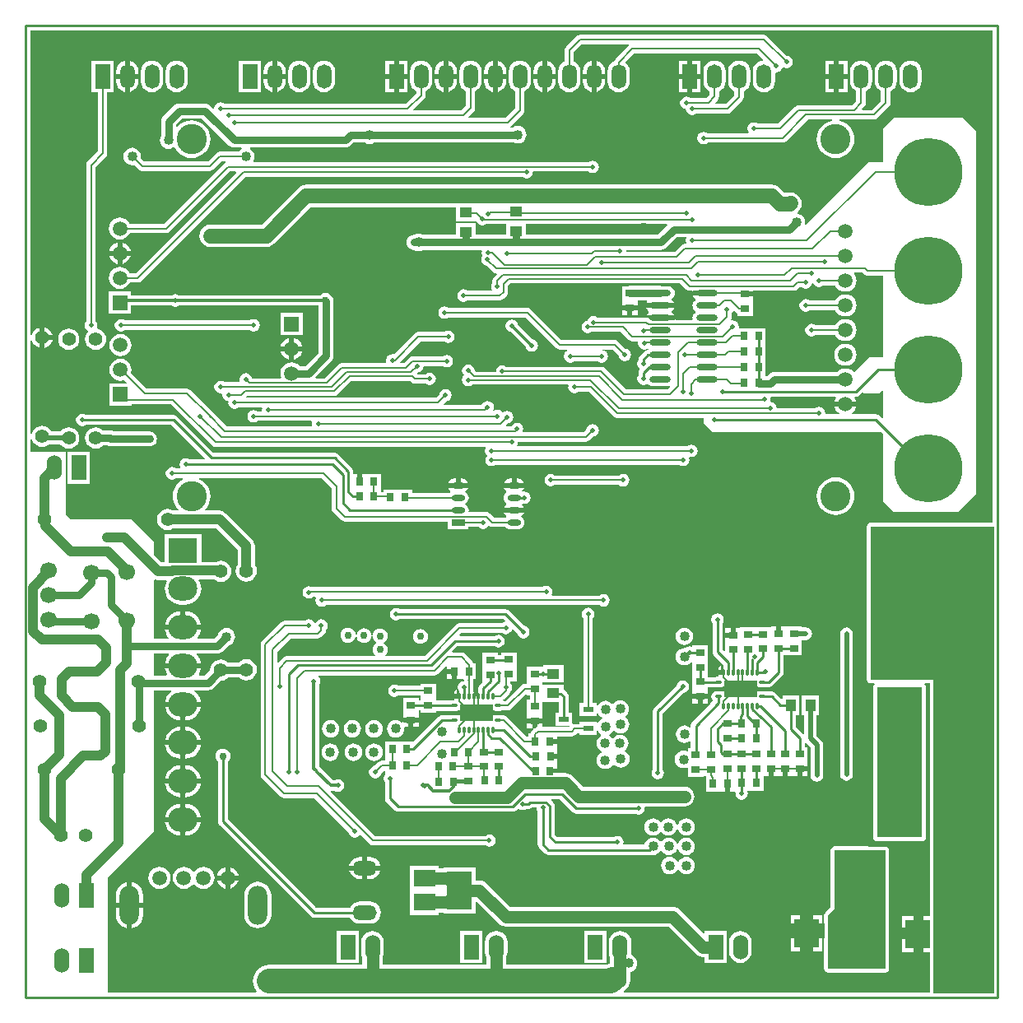
<source format=gbl>
%FSLAX25Y25*%
%MOIN*%
G70*
G01*
G75*
G04 Layer_Physical_Order=2*
G04 Layer_Color=16711680*
%ADD10O,0.06299X0.01181*%
%ADD11R,0.06299X0.01181*%
%ADD12O,0.01181X0.06299*%
%ADD13R,0.05000X0.06000*%
%ADD14R,0.03347X0.02756*%
%ADD15R,0.02756X0.03347*%
%ADD16R,0.03937X0.05118*%
%ADD17R,0.10630X0.03937*%
%ADD18R,0.03543X0.02126*%
%ADD19R,0.01969X0.06299*%
%ADD20R,0.14410X0.07874*%
%ADD21R,0.14410X0.09843*%
%ADD22R,0.21654X0.05630*%
%ADD23R,0.03937X0.10630*%
%ADD24R,0.20866X0.11024*%
%ADD25R,0.05118X0.03937*%
%ADD26R,0.09843X0.15748*%
%ADD27R,0.08661X0.07087*%
%ADD28O,0.09843X0.05906*%
%ADD29R,0.10000X0.07500*%
%ADD30R,0.02126X0.03543*%
%ADD31R,0.06299X0.01969*%
%ADD32R,0.07874X0.14410*%
%ADD33R,0.09843X0.14410*%
%ADD34R,0.02559X0.05315*%
%ADD35R,0.09449X0.08268*%
%ADD36O,0.03543X0.01969*%
%ADD37O,0.03543X0.01969*%
%ADD38R,0.03543X0.01969*%
%ADD39R,0.02362X0.03937*%
%ADD40R,0.03937X0.02362*%
%ADD41C,0.03000*%
%ADD42C,0.00800*%
%ADD43C,0.01000*%
%ADD44C,0.01500*%
%ADD45C,0.04000*%
%ADD46C,0.03500*%
%ADD47C,0.06000*%
%ADD48C,0.01200*%
%ADD49C,0.02000*%
%ADD50C,0.10000*%
%ADD51C,0.08000*%
%ADD52C,0.05000*%
%ADD53R,0.07300X0.29900*%
%ADD54R,0.18900X0.05200*%
%ADD55R,0.04000X0.18600*%
%ADD56R,0.10200X0.04900*%
%ADD57R,0.12367X0.05271*%
%ADD58R,0.44271X0.10500*%
%ADD59R,0.07400X0.15300*%
%ADD60R,0.28371X0.07471*%
%ADD61R,0.10722X0.08773*%
%ADD62R,0.08600X0.43171*%
%ADD63R,0.06400X0.08900*%
%ADD64R,0.10871X0.13938*%
%ADD65R,0.10571X0.09351*%
%ADD66R,0.24300X1.56600*%
%ADD67R,0.50200X0.62200*%
%ADD68R,0.24100X0.17400*%
%ADD69R,0.25624X0.17093*%
%ADD70R,0.23600X0.17400*%
%ADD71C,0.05906*%
%ADD72C,0.12205*%
%ADD73O,0.06000X0.10000*%
%ADD74R,0.06000X0.10000*%
%ADD75O,0.11811X0.09843*%
%ADD76R,0.11811X0.09843*%
%ADD77O,0.05906X0.09843*%
%ADD78R,0.05906X0.09843*%
%ADD79R,0.09843X0.11811*%
%ADD80O,0.09843X0.11811*%
%ADD81R,0.05906X0.05906*%
%ADD82C,0.06693*%
%ADD83C,0.05500*%
%ADD84O,0.07874X0.15748*%
%ADD85C,0.05512*%
%ADD86C,0.03000*%
%ADD87C,0.02000*%
%ADD88C,0.04000*%
%ADD89O,0.05500X0.02500*%
%ADD90R,0.05500X0.02500*%
%ADD91C,0.27559*%
%ADD92O,0.08661X0.02362*%
%ADD93O,0.01181X0.02756*%
%ADD94O,0.02756X0.01181*%
%ADD95R,0.13386X0.07087*%
%ADD96R,0.05200X0.25200*%
%ADD97R,0.18000X0.06400*%
%ADD98R,0.04000X0.22000*%
%ADD99R,0.09100X0.04600*%
%ADD100R,0.18400X0.60700*%
%ADD101R,0.24600X1.31200*%
%ADD102R,0.50100X0.62100*%
G36*
X391662Y-201371D02*
X342277D01*
X341692Y-201487D01*
X341196Y-201819D01*
X340864Y-202315D01*
X340748Y-202900D01*
Y-265000D01*
X340864Y-265585D01*
X341196Y-266081D01*
X341692Y-266413D01*
X342277Y-266529D01*
X343716D01*
X343861Y-267008D01*
X343696Y-267119D01*
X343364Y-267615D01*
X343248Y-268200D01*
Y-328900D01*
X343364Y-329485D01*
X343696Y-329981D01*
X344192Y-330313D01*
X344777Y-330429D01*
X363177D01*
X363762Y-330313D01*
X364259Y-329981D01*
X364590Y-329485D01*
X364707Y-328900D01*
Y-268200D01*
X364590Y-267615D01*
X364259Y-267119D01*
X364093Y-267008D01*
X364238Y-266529D01*
X366148D01*
Y-360595D01*
X362387D01*
Y-368001D01*
Y-375406D01*
X366148D01*
Y-391662D01*
X242406D01*
X242214Y-391200D01*
X242264Y-391150D01*
X242682Y-390640D01*
X242794Y-390594D01*
X243630Y-389953D01*
X244271Y-389117D01*
X244674Y-388144D01*
X244812Y-387100D01*
Y-383347D01*
X245091Y-383310D01*
X245942Y-382957D01*
X246673Y-382396D01*
X247234Y-381665D01*
X247587Y-380814D01*
X247707Y-379900D01*
X247587Y-378986D01*
X247234Y-378135D01*
X246673Y-377404D01*
X245942Y-376843D01*
X245162Y-376520D01*
X245316Y-375350D01*
Y-371350D01*
X245161Y-370175D01*
X244708Y-369081D01*
X243987Y-368141D01*
X243047Y-367419D01*
X241952Y-366966D01*
X240777Y-366811D01*
X239602Y-366966D01*
X238508Y-367419D01*
X237568Y-368141D01*
X236846Y-369081D01*
X236393Y-370175D01*
X236238Y-371350D01*
Y-375350D01*
X236393Y-376525D01*
X236743Y-377369D01*
Y-380089D01*
X236372Y-380125D01*
X235146Y-380497D01*
X235013Y-380569D01*
X194662D01*
Y-377369D01*
X195011Y-376525D01*
X195166Y-375350D01*
Y-371350D01*
X195011Y-370175D01*
X194558Y-369081D01*
X193837Y-368141D01*
X192897Y-367419D01*
X191802Y-366966D01*
X190627Y-366811D01*
X189452Y-366966D01*
X188358Y-367419D01*
X187418Y-368141D01*
X186696Y-369081D01*
X186243Y-370175D01*
X186088Y-371350D01*
Y-375350D01*
X186243Y-376525D01*
X186593Y-377369D01*
Y-380569D01*
X144512D01*
Y-377369D01*
X144861Y-376525D01*
X145016Y-375350D01*
Y-371350D01*
X144861Y-370175D01*
X144408Y-369081D01*
X143687Y-368141D01*
X142747Y-367419D01*
X141652Y-366966D01*
X140477Y-366811D01*
X139302Y-366966D01*
X138208Y-367419D01*
X137268Y-368141D01*
X136546Y-369081D01*
X136093Y-370175D01*
X135938Y-371350D01*
Y-375350D01*
X136093Y-376525D01*
X136443Y-377369D01*
Y-380569D01*
X98577D01*
X97303Y-380694D01*
X96078Y-381066D01*
X94949Y-381669D01*
X93959Y-382482D01*
X93147Y-383471D01*
X92543Y-384600D01*
X92171Y-385826D01*
X92046Y-387100D01*
X92171Y-388374D01*
X92543Y-389599D01*
X93147Y-390729D01*
X93541Y-391210D01*
X93327Y-391662D01*
X33300D01*
Y-345200D01*
X51835Y-326665D01*
Y-269317D01*
X58808D01*
X58976Y-269788D01*
X58233Y-270398D01*
X57430Y-271376D01*
X56834Y-272492D01*
X56467Y-273702D01*
X56441Y-273961D01*
X71118D01*
X71092Y-273702D01*
X70725Y-272492D01*
X70129Y-271376D01*
X69326Y-270398D01*
X68348Y-269596D01*
X68418Y-269317D01*
X73886D01*
X74669Y-269214D01*
X75399Y-268912D01*
X76025Y-268431D01*
X76025Y-268431D01*
X76025Y-268431D01*
X79065Y-265391D01*
X79077Y-265393D01*
X80188Y-265246D01*
X81223Y-264818D01*
X82112Y-264135D01*
X82120Y-264126D01*
X86460D01*
X87231Y-264718D01*
X88266Y-265146D01*
X89377Y-265293D01*
X90488Y-265146D01*
X91523Y-264718D01*
X92413Y-264035D01*
X93095Y-263146D01*
X93524Y-262111D01*
X93670Y-261000D01*
X93524Y-259889D01*
X93095Y-258854D01*
X92413Y-257965D01*
X91523Y-257282D01*
X90488Y-256854D01*
X89377Y-256707D01*
X88266Y-256854D01*
X87231Y-257282D01*
X86342Y-257965D01*
X86258Y-258074D01*
X82120D01*
X82112Y-258065D01*
X81223Y-257382D01*
X80188Y-256954D01*
X79077Y-256807D01*
X77966Y-256954D01*
X76931Y-257382D01*
X76042Y-258065D01*
X75360Y-258954D01*
X74931Y-259989D01*
X74785Y-261100D01*
X74786Y-261112D01*
X72632Y-263266D01*
X70449D01*
X70192Y-262837D01*
X70725Y-261839D01*
X71092Y-260629D01*
X71118Y-260370D01*
X56441D01*
X56467Y-260629D01*
X56834Y-261839D01*
X57367Y-262837D01*
X57110Y-263266D01*
X51835D01*
Y-254526D01*
X57879D01*
X58093Y-254978D01*
X57430Y-255785D01*
X56834Y-256901D01*
X56467Y-258111D01*
X56441Y-258370D01*
X71118D01*
X71092Y-258111D01*
X70725Y-256901D01*
X70129Y-255785D01*
X69326Y-254808D01*
X69427Y-254526D01*
X77508D01*
X78291Y-254423D01*
X78807Y-254209D01*
X79020Y-254120D01*
X79647Y-253640D01*
X82240Y-251047D01*
X82291Y-251040D01*
X83142Y-250688D01*
X83873Y-250127D01*
X84434Y-249395D01*
X84787Y-248544D01*
X84907Y-247630D01*
X84787Y-246717D01*
X84434Y-245865D01*
X83873Y-245134D01*
X83142Y-244573D01*
X82291Y-244220D01*
X81377Y-244100D01*
X80463Y-244220D01*
X79612Y-244573D01*
X78881Y-245134D01*
X78320Y-245865D01*
X77967Y-246717D01*
X77960Y-246768D01*
X76254Y-248474D01*
X69803D01*
X69589Y-248022D01*
X70129Y-247364D01*
X70725Y-246249D01*
X71092Y-245038D01*
X71118Y-244780D01*
X56441D01*
X56467Y-245038D01*
X56834Y-246249D01*
X57430Y-247364D01*
X57970Y-248022D01*
X57756Y-248474D01*
X51835D01*
Y-224607D01*
X52251Y-224329D01*
X52686Y-224510D01*
X53600Y-224630D01*
X56930D01*
X57187Y-225059D01*
X56834Y-225720D01*
X56467Y-226930D01*
X56343Y-228189D01*
X56467Y-229448D01*
X56834Y-230658D01*
X57430Y-231774D01*
X58233Y-232751D01*
X59211Y-233554D01*
X60326Y-234150D01*
X61537Y-234517D01*
X62795Y-234641D01*
X64764D01*
X66023Y-234517D01*
X67233Y-234150D01*
X68348Y-233554D01*
X69326Y-232751D01*
X70129Y-231774D01*
X70725Y-230658D01*
X71092Y-229448D01*
X71216Y-228189D01*
X71092Y-226930D01*
X70725Y-225720D01*
X70129Y-224604D01*
X70274Y-224298D01*
X76254D01*
X76931Y-224817D01*
X77966Y-225246D01*
X79077Y-225393D01*
X80188Y-225246D01*
X81223Y-224817D01*
X82112Y-224135D01*
X82795Y-223246D01*
X83223Y-222211D01*
X83370Y-221100D01*
X83223Y-219989D01*
X82795Y-218954D01*
X82112Y-218065D01*
X81223Y-217383D01*
X80188Y-216954D01*
X79077Y-216807D01*
X77966Y-216954D01*
X77281Y-217238D01*
X71185D01*
Y-206177D01*
X56374D01*
Y-217570D01*
X55062D01*
X51835Y-214342D01*
Y-209035D01*
X42900Y-200100D01*
X18200D01*
X16200Y-198100D01*
Y-172600D01*
X2039D01*
Y-167676D01*
X2531Y-167611D01*
X2960Y-168646D01*
X3642Y-169535D01*
X4531Y-170218D01*
X5566Y-170646D01*
X6677Y-170793D01*
X7788Y-170646D01*
X8823Y-170218D01*
X9564Y-169649D01*
X14069D01*
X14442Y-170135D01*
X15331Y-170817D01*
X16366Y-171246D01*
X17477Y-171393D01*
X18588Y-171246D01*
X19624Y-170817D01*
X20513Y-170135D01*
X21195Y-169246D01*
X21623Y-168211D01*
X21770Y-167100D01*
X21623Y-165989D01*
X21195Y-164954D01*
X20513Y-164065D01*
X19624Y-163382D01*
X18588Y-162954D01*
X17477Y-162807D01*
X16366Y-162954D01*
X15331Y-163382D01*
X14442Y-164065D01*
X14069Y-164551D01*
X10476D01*
X10395Y-164354D01*
X9713Y-163465D01*
X8823Y-162783D01*
X7788Y-162354D01*
X6677Y-162207D01*
X5566Y-162354D01*
X4531Y-162783D01*
X3642Y-163465D01*
X2960Y-164354D01*
X2531Y-165389D01*
X2039Y-165324D01*
Y-127676D01*
X2531Y-127611D01*
X2960Y-128646D01*
X3642Y-129535D01*
X4531Y-130218D01*
X5566Y-130646D01*
X5677Y-130661D01*
Y-126501D01*
Y-122339D01*
X5566Y-122354D01*
X4531Y-122783D01*
X3642Y-123465D01*
X2960Y-124354D01*
X2531Y-125389D01*
X2039Y-125324D01*
Y-2039D01*
X391662D01*
Y-201371D01*
D02*
G37*
%LPC*%
G36*
X205277Y-282800D02*
X203104D01*
Y-284678D01*
X205277D01*
Y-282800D01*
D02*
G37*
G36*
X159150Y-282300D02*
X156977D01*
Y-284178D01*
X159150D01*
Y-282300D01*
D02*
G37*
G36*
X141111Y-281370D02*
X140197Y-281490D01*
X139346Y-281843D01*
X138614Y-282404D01*
X138053Y-283135D01*
X137701Y-283986D01*
X137580Y-284900D01*
X137701Y-285814D01*
X138053Y-286665D01*
X138614Y-287396D01*
X139346Y-287957D01*
X140197Y-288310D01*
X141111Y-288430D01*
X142024Y-288310D01*
X142876Y-287957D01*
X143607Y-287396D01*
X144168Y-286665D01*
X144520Y-285814D01*
X144641Y-284900D01*
X144520Y-283986D01*
X144168Y-283135D01*
X143607Y-282404D01*
X142876Y-281843D01*
X142024Y-281490D01*
X141111Y-281370D01*
D02*
G37*
G36*
X149877D02*
X148963Y-281490D01*
X148112Y-281843D01*
X147381Y-282404D01*
X146820Y-283135D01*
X146467Y-283986D01*
X146347Y-284900D01*
X146467Y-285814D01*
X146820Y-286665D01*
X147381Y-287396D01*
X148112Y-287957D01*
X148963Y-288310D01*
X149877Y-288430D01*
X150791Y-288310D01*
X151642Y-287957D01*
X152373Y-287396D01*
X152934Y-286665D01*
X153287Y-285814D01*
X153407Y-284900D01*
X153362Y-284554D01*
X153691Y-284178D01*
X154977D01*
Y-282300D01*
X152804D01*
Y-282169D01*
X152356Y-282390D01*
X151642Y-281843D01*
X150791Y-281490D01*
X149877Y-281370D01*
D02*
G37*
G36*
X276350Y-272800D02*
X274177D01*
Y-274678D01*
X276350D01*
Y-272800D01*
D02*
G37*
G36*
X174587Y-268977D02*
X174080Y-269316D01*
X173618Y-270007D01*
X173498Y-270610D01*
X174587D01*
Y-268977D01*
D02*
G37*
G36*
X272177Y-272800D02*
X270004D01*
Y-274678D01*
X272177D01*
Y-272800D01*
D02*
G37*
G36*
X62779Y-275961D02*
X56441D01*
X56467Y-276220D01*
X56834Y-277430D01*
X57430Y-278546D01*
X58233Y-279523D01*
X59211Y-280326D01*
X60326Y-280922D01*
X61537Y-281289D01*
X62779Y-281412D01*
Y-275961D01*
D02*
G37*
G36*
X71118D02*
X64780D01*
Y-281412D01*
X66023Y-281289D01*
X67233Y-280922D01*
X68348Y-280326D01*
X69326Y-279523D01*
X70129Y-278546D01*
X70725Y-277430D01*
X71092Y-276220D01*
X71118Y-275961D01*
D02*
G37*
G36*
X141077Y-290870D02*
X140164Y-290990D01*
X139312Y-291343D01*
X138581Y-291904D01*
X138020Y-292635D01*
X137667Y-293486D01*
X137547Y-294400D01*
X137667Y-295314D01*
X138020Y-296165D01*
X138581Y-296896D01*
X139312Y-297457D01*
X140164Y-297810D01*
X141077Y-297930D01*
X141991Y-297810D01*
X142842Y-297457D01*
X143573Y-296896D01*
X144134Y-296165D01*
X144487Y-295314D01*
X144607Y-294400D01*
X144487Y-293486D01*
X144134Y-292635D01*
X143573Y-291904D01*
X142842Y-291343D01*
X141991Y-290990D01*
X141077Y-290870D01*
D02*
G37*
G36*
X62779Y-291551D02*
X56441D01*
X56467Y-291810D01*
X56834Y-293021D01*
X57430Y-294136D01*
X58233Y-295114D01*
X59211Y-295916D01*
X60326Y-296513D01*
X61537Y-296880D01*
X62779Y-297002D01*
Y-291551D01*
D02*
G37*
G36*
X132777Y-290870D02*
X131863Y-290990D01*
X131012Y-291343D01*
X130281Y-291904D01*
X129720Y-292635D01*
X129367Y-293486D01*
X129247Y-294400D01*
X129367Y-295314D01*
X129720Y-296165D01*
X130281Y-296896D01*
X131012Y-297457D01*
X131863Y-297810D01*
X132777Y-297930D01*
X133691Y-297810D01*
X134542Y-297457D01*
X135273Y-296896D01*
X135834Y-296165D01*
X136187Y-295314D01*
X136307Y-294400D01*
X136187Y-293486D01*
X135834Y-292635D01*
X135273Y-291904D01*
X134542Y-291343D01*
X133691Y-290990D01*
X132777Y-290870D01*
D02*
G37*
G36*
X316650Y-302100D02*
X314477D01*
Y-303978D01*
X316650D01*
Y-302100D01*
D02*
G37*
G36*
X123377Y-290870D02*
X122464Y-290990D01*
X121612Y-291343D01*
X120881Y-291904D01*
X120320Y-292635D01*
X119967Y-293486D01*
X119847Y-294400D01*
X119967Y-295314D01*
X120320Y-296165D01*
X120881Y-296896D01*
X121612Y-297457D01*
X122464Y-297810D01*
X123377Y-297930D01*
X124291Y-297810D01*
X125142Y-297457D01*
X125873Y-296896D01*
X126434Y-296165D01*
X126787Y-295314D01*
X126907Y-294400D01*
X126787Y-293486D01*
X126434Y-292635D01*
X125873Y-291904D01*
X125142Y-291343D01*
X124291Y-290990D01*
X123377Y-290870D01*
D02*
G37*
G36*
X123577Y-281370D02*
X122663Y-281490D01*
X121812Y-281843D01*
X121081Y-282404D01*
X120520Y-283135D01*
X120167Y-283986D01*
X120047Y-284900D01*
X120167Y-285814D01*
X120520Y-286665D01*
X121081Y-287396D01*
X121812Y-287957D01*
X122663Y-288310D01*
X123577Y-288430D01*
X124491Y-288310D01*
X125342Y-287957D01*
X126073Y-287396D01*
X126634Y-286665D01*
X126987Y-285814D01*
X127107Y-284900D01*
X126987Y-283986D01*
X126634Y-283135D01*
X126073Y-282404D01*
X125342Y-281843D01*
X124491Y-281490D01*
X123577Y-281370D01*
D02*
G37*
G36*
X132344D02*
X131430Y-281490D01*
X130579Y-281843D01*
X129848Y-282404D01*
X129287Y-283135D01*
X128934Y-283986D01*
X128814Y-284900D01*
X128934Y-285814D01*
X129287Y-286665D01*
X129848Y-287396D01*
X130579Y-287957D01*
X131430Y-288310D01*
X132344Y-288430D01*
X133257Y-288310D01*
X134109Y-287957D01*
X134840Y-287396D01*
X135401Y-286665D01*
X135754Y-285814D01*
X135874Y-284900D01*
X135754Y-283986D01*
X135401Y-283135D01*
X134840Y-282404D01*
X134109Y-281843D01*
X133257Y-281490D01*
X132344Y-281370D01*
D02*
G37*
G36*
X64780Y-284101D02*
Y-289551D01*
X71118D01*
X71092Y-289293D01*
X70725Y-288082D01*
X70129Y-286967D01*
X69326Y-285989D01*
X68348Y-285187D01*
X67233Y-284590D01*
X66023Y-284223D01*
X64780Y-284101D01*
D02*
G37*
G36*
X71118Y-291551D02*
X64780D01*
Y-297002D01*
X66023Y-296880D01*
X67233Y-296513D01*
X68348Y-295916D01*
X69326Y-295114D01*
X70129Y-294136D01*
X70725Y-293021D01*
X71092Y-291810D01*
X71118Y-291551D01*
D02*
G37*
G36*
X62779Y-284101D02*
X61537Y-284223D01*
X60326Y-284590D01*
X59211Y-285187D01*
X58233Y-285989D01*
X57430Y-286967D01*
X56834Y-288082D01*
X56467Y-289293D01*
X56441Y-289551D01*
X62779D01*
Y-284101D01*
D02*
G37*
G36*
X201900Y-187300D02*
X193775D01*
X193936Y-187687D01*
X194377Y-188261D01*
X194753Y-188550D01*
Y-189050D01*
X194377Y-189339D01*
X193936Y-189913D01*
X193659Y-190582D01*
X193564Y-191300D01*
X193659Y-192018D01*
X193936Y-192687D01*
X194377Y-193261D01*
X194753Y-193550D01*
Y-194050D01*
X194377Y-194339D01*
X193936Y-194913D01*
X193775Y-195300D01*
X201900D01*
X201740Y-194913D01*
X201299Y-194339D01*
X201066Y-194160D01*
X201272Y-193704D01*
X202000Y-193849D01*
X202976Y-193655D01*
X203802Y-193102D01*
X204355Y-192276D01*
X204549Y-191300D01*
X204355Y-190324D01*
X203802Y-189498D01*
X202976Y-188945D01*
X202000Y-188751D01*
X201272Y-188896D01*
X201066Y-188440D01*
X201299Y-188261D01*
X201740Y-187687D01*
X201900Y-187300D01*
D02*
G37*
G36*
X212713Y-181651D02*
X211737Y-181845D01*
X210910Y-182398D01*
X210358Y-183224D01*
X210164Y-184200D01*
X210358Y-185176D01*
X210910Y-186002D01*
X211737Y-186555D01*
X212713Y-186749D01*
X213688Y-186555D01*
X214313Y-186137D01*
X240442D01*
X241102Y-186578D01*
X242077Y-186772D01*
X243053Y-186578D01*
X243880Y-186025D01*
X244432Y-185198D01*
X244626Y-184223D01*
X244432Y-183247D01*
X243880Y-182420D01*
X243053Y-181868D01*
X242077Y-181674D01*
X241102Y-181868D01*
X240511Y-182263D01*
X214313D01*
X213688Y-181845D01*
X212713Y-181651D01*
D02*
G37*
G36*
X210803Y-226948D02*
X209828Y-227142D01*
X209198Y-227563D01*
X116228D01*
X115753Y-227245D01*
X114777Y-227051D01*
X113802Y-227245D01*
X112975Y-227798D01*
X112422Y-228625D01*
X112228Y-229600D01*
X112422Y-230575D01*
X112975Y-231402D01*
X113802Y-231955D01*
X114777Y-232149D01*
X115753Y-231955D01*
X116527Y-231437D01*
X117317D01*
X117553Y-231878D01*
X117522Y-231925D01*
X117328Y-232900D01*
X117522Y-233875D01*
X118075Y-234702D01*
X118902Y-235255D01*
X119877Y-235449D01*
X120853Y-235255D01*
X121478Y-234837D01*
X232499D01*
X233124Y-235255D01*
X234100Y-235449D01*
X235075Y-235255D01*
X235902Y-234702D01*
X236455Y-233875D01*
X236649Y-232900D01*
X236455Y-231925D01*
X235902Y-231098D01*
X235075Y-230545D01*
X234100Y-230351D01*
X233124Y-230545D01*
X232499Y-230963D01*
X213361D01*
X213125Y-230522D01*
X213158Y-230472D01*
X213352Y-229497D01*
X213158Y-228521D01*
X212606Y-227695D01*
X211779Y-227142D01*
X210803Y-226948D01*
D02*
G37*
G36*
X328063Y-183044D02*
X326573Y-183191D01*
X325140Y-183626D01*
X323819Y-184332D01*
X322661Y-185282D01*
X321711Y-186439D01*
X321005Y-187760D01*
X320571Y-189193D01*
X320424Y-190683D01*
X320571Y-192174D01*
X321005Y-193607D01*
X321711Y-194928D01*
X322661Y-196085D01*
X323819Y-197035D01*
X325140Y-197741D01*
X326573Y-198176D01*
X328063Y-198323D01*
X329553Y-198176D01*
X330986Y-197741D01*
X332307Y-197035D01*
X333465Y-196085D01*
X334415Y-194928D01*
X335121Y-193607D01*
X335555Y-192174D01*
X335702Y-190683D01*
X335555Y-189193D01*
X335121Y-187760D01*
X334415Y-186439D01*
X333465Y-185282D01*
X332307Y-184332D01*
X330986Y-183626D01*
X329553Y-183191D01*
X328063Y-183044D01*
D02*
G37*
G36*
X26077Y-172700D02*
X17077D01*
Y-185700D01*
X26077D01*
Y-172700D01*
D02*
G37*
G36*
X196838Y-183526D02*
X196338D01*
X195620Y-183621D01*
X194951Y-183898D01*
X194377Y-184339D01*
X193936Y-184913D01*
X193775Y-185300D01*
X196838D01*
Y-183526D01*
D02*
G37*
G36*
X199338D02*
X198838D01*
Y-185300D01*
X201900D01*
X201740Y-184913D01*
X201299Y-184339D01*
X200725Y-183898D01*
X200056Y-183621D01*
X199338Y-183526D01*
D02*
G37*
G36*
X174200D02*
X173700D01*
X172982Y-183621D01*
X172313Y-183898D01*
X171739Y-184339D01*
X171298Y-184913D01*
X171138Y-185300D01*
X174200D01*
Y-183526D01*
D02*
G37*
G36*
X176700D02*
X176200D01*
Y-185300D01*
X179262D01*
X179102Y-184913D01*
X178661Y-184339D01*
X178087Y-183898D01*
X177418Y-183621D01*
X176700Y-183526D01*
D02*
G37*
G36*
X64780Y-237329D02*
Y-242780D01*
X71118D01*
X71092Y-242521D01*
X70725Y-241310D01*
X70129Y-240195D01*
X69326Y-239217D01*
X68348Y-238415D01*
X67233Y-237818D01*
X66023Y-237451D01*
X64780Y-237329D01*
D02*
G37*
G36*
X281587Y-259377D02*
X281080Y-259716D01*
X280618Y-260407D01*
X280498Y-261010D01*
X281587D01*
Y-259377D01*
D02*
G37*
G36*
X266850Y-243911D02*
X265936Y-244031D01*
X265085Y-244384D01*
X264353Y-244945D01*
X263792Y-245676D01*
X263440Y-246527D01*
X263319Y-247441D01*
X263440Y-248355D01*
X263792Y-249206D01*
X264353Y-249937D01*
X265085Y-250498D01*
X265936Y-250851D01*
X266850Y-250971D01*
X267763Y-250851D01*
X268615Y-250498D01*
X269346Y-249937D01*
X269907Y-249206D01*
X270259Y-248355D01*
X270380Y-247441D01*
X270259Y-246527D01*
X269907Y-245676D01*
X269346Y-244945D01*
X268615Y-244384D01*
X267763Y-244031D01*
X266850Y-243911D01*
D02*
G37*
G36*
X297670Y-269721D02*
X297548D01*
X296732Y-269883D01*
X296707Y-269900D01*
X282247D01*
X282222Y-269883D01*
X281406Y-269721D01*
X281284D01*
Y-269721D01*
X279832D01*
X279016Y-269883D01*
X278324Y-270345D01*
X277862Y-271037D01*
X277700Y-271853D01*
X277862Y-272668D01*
X278324Y-273360D01*
X277299Y-274894D01*
X270035Y-282158D01*
X269593Y-282820D01*
X269438Y-283600D01*
Y-284088D01*
X268990Y-284309D01*
X268642Y-284043D01*
X267791Y-283690D01*
X266877Y-283570D01*
X265964Y-283690D01*
X265112Y-284043D01*
X264381Y-284604D01*
X263820Y-285335D01*
X263467Y-286186D01*
X263347Y-287100D01*
X263467Y-288014D01*
X263820Y-288865D01*
X264381Y-289596D01*
X265112Y-290157D01*
X265964Y-290510D01*
X266877Y-290630D01*
X267791Y-290510D01*
X268642Y-290157D01*
X268990Y-289891D01*
X269438Y-290112D01*
Y-292622D01*
X268227D01*
Y-293786D01*
X267811Y-294064D01*
X267391Y-293890D01*
X266477Y-293770D01*
X265564Y-293890D01*
X264712Y-294243D01*
X263981Y-294804D01*
X263420Y-295535D01*
X263067Y-296386D01*
X262947Y-297300D01*
X263067Y-298214D01*
X263420Y-299065D01*
X263981Y-299796D01*
X264712Y-300357D01*
X265564Y-300710D01*
X266477Y-300830D01*
X267391Y-300710D01*
X267811Y-300536D01*
X268227Y-300814D01*
Y-304283D01*
X274573D01*
Y-304184D01*
X275522D01*
Y-310373D01*
X281278D01*
X281278Y-310373D01*
Y-310373D01*
X281278D01*
X281428D01*
X281631Y-310373D01*
X281631Y-310373D01*
Y-310373D01*
X283306D01*
Y-307199D01*
X285306D01*
Y-310373D01*
X287183D01*
X287183Y-310373D01*
Y-310373D01*
X287307Y-310398D01*
X287585Y-310814D01*
X287528Y-311100D01*
X287722Y-312075D01*
X288275Y-312902D01*
X289102Y-313455D01*
X290077Y-313649D01*
X291053Y-313455D01*
X291880Y-312902D01*
X292432Y-312075D01*
X292626Y-311100D01*
X292432Y-310125D01*
X292513Y-309973D01*
X292955D01*
Y-309973D01*
X292955D01*
X292955Y-309973D01*
X293105D01*
Y-309973D01*
X298861D01*
Y-303978D01*
X300802D01*
Y-301099D01*
X302802D01*
Y-303978D01*
X304466D01*
Y-303978D01*
X306640D01*
Y-301099D01*
X308640D01*
Y-303978D01*
X312477D01*
Y-301099D01*
X313476D01*
Y-300100D01*
X316650D01*
Y-298426D01*
X316650Y-298426D01*
D01*
D01*
X316650Y-298222D01*
Y-298206D01*
Y-298147D01*
X316650Y-298072D01*
X316650Y-297868D01*
X316650Y-297868D01*
X316650D01*
Y-292317D01*
X315516D01*
Y-290641D01*
X315995Y-290496D01*
X316049Y-290576D01*
X318028Y-292556D01*
Y-303297D01*
X317928Y-303800D01*
X318122Y-304776D01*
X318675Y-305602D01*
X319502Y-306155D01*
X320477Y-306349D01*
X321453Y-306155D01*
X322280Y-305602D01*
X322320Y-305542D01*
X322380Y-305502D01*
X322932Y-304676D01*
X323126Y-303700D01*
Y-291500D01*
X322932Y-290525D01*
X322380Y-289698D01*
X320400Y-287718D01*
Y-279359D01*
X321320D01*
Y-271241D01*
X314383D01*
Y-279359D01*
X315302D01*
Y-286988D01*
X314840Y-287179D01*
X312016Y-284355D01*
Y-279359D01*
X313446D01*
Y-271241D01*
X306509D01*
Y-272594D01*
X306047Y-272786D01*
X303672Y-270411D01*
X303010Y-269969D01*
X302230Y-269814D01*
X299587D01*
X299123Y-269721D01*
X297670D01*
Y-269721D01*
D02*
G37*
G36*
X172672Y-262600D02*
X170794D01*
Y-264773D01*
X172672D01*
Y-262600D01*
D02*
G37*
G36*
X159877Y-244474D02*
X159094Y-244577D01*
X158364Y-244880D01*
X157738Y-245360D01*
X157257Y-245987D01*
X156954Y-246717D01*
X156851Y-247500D01*
X156954Y-248283D01*
X157257Y-249013D01*
X157738Y-249640D01*
X158364Y-250120D01*
X159094Y-250423D01*
X159877Y-250526D01*
X160660Y-250423D01*
X161390Y-250120D01*
X162017Y-249640D01*
X162498Y-249013D01*
X162800Y-248283D01*
X162903Y-247500D01*
X162800Y-246717D01*
X162498Y-245987D01*
X162017Y-245360D01*
X161390Y-244880D01*
X160660Y-244577D01*
X159877Y-244474D01*
D02*
G37*
G36*
X285477Y-244116D02*
X283304D01*
Y-245994D01*
X285477D01*
Y-244116D01*
D02*
G37*
G36*
X62779Y-237329D02*
X61537Y-237451D01*
X60326Y-237818D01*
X59211Y-238415D01*
X58233Y-239217D01*
X57430Y-240195D01*
X56834Y-241310D01*
X56467Y-242521D01*
X56441Y-242780D01*
X62779D01*
Y-237329D01*
D02*
G37*
G36*
X280177Y-238051D02*
X279202Y-238245D01*
X278375Y-238798D01*
X277822Y-239625D01*
X277628Y-240600D01*
X277822Y-241576D01*
X278138Y-242048D01*
Y-253600D01*
X278138Y-253600D01*
X278138D01*
X278293Y-254380D01*
X278735Y-255042D01*
X282377Y-258684D01*
X282232Y-259162D01*
X282517Y-259105D01*
Y-260759D01*
X282424Y-261223D01*
Y-262011D01*
Y-262798D01*
X282467Y-263010D01*
X280498D01*
X280581Y-263429D01*
X280264Y-263816D01*
X279832D01*
X279367Y-263908D01*
X276350D01*
Y-263017D01*
X276350D01*
Y-262883D01*
X276450Y-262784D01*
X276450D01*
Y-257231D01*
X276450Y-257231D01*
D01*
D01*
X276450Y-257028D01*
Y-257012D01*
Y-256953D01*
X276450Y-256878D01*
X276450Y-256674D01*
X276450Y-256674D01*
X276450D01*
Y-251122D01*
X270104D01*
Y-251301D01*
X269717Y-251618D01*
X268877Y-251451D01*
X267902Y-251645D01*
X267093Y-252185D01*
X266850Y-252153D01*
X265936Y-252274D01*
X265085Y-252626D01*
X264353Y-253187D01*
X263792Y-253918D01*
X263440Y-254770D01*
X263319Y-255683D01*
X263440Y-256597D01*
X263792Y-257449D01*
X264353Y-258180D01*
X265085Y-258741D01*
X265936Y-259093D01*
X266850Y-259214D01*
X267763Y-259093D01*
X268615Y-258741D01*
X269346Y-258180D01*
X269631Y-257809D01*
X270104Y-257969D01*
Y-262783D01*
X270104D01*
Y-262916D01*
X270004Y-263017D01*
X270004D01*
Y-268568D01*
X270004Y-268568D01*
X270004D01*
X270004Y-268772D01*
Y-268922D01*
D01*
D01*
D01*
X270004D01*
D01*
Y-270800D01*
X276350D01*
Y-269126D01*
X276350Y-269126D01*
D01*
D01*
X276350Y-268922D01*
Y-268906D01*
Y-268847D01*
X276350Y-268772D01*
X276350Y-268568D01*
X276350Y-268568D01*
X276350D01*
Y-267986D01*
X279367D01*
X279832Y-268079D01*
X281284D01*
Y-268079D01*
X281406D01*
X282222Y-267917D01*
X282247Y-267900D01*
X296707D01*
X296732Y-267917D01*
X297548Y-268079D01*
X297670D01*
Y-268079D01*
X299123D01*
X299587Y-267986D01*
X301030D01*
X301810Y-267831D01*
X302472Y-267389D01*
X302472Y-267389D01*
X302472Y-267389D01*
X306419Y-263442D01*
X306861Y-262780D01*
X307016Y-262000D01*
X307016Y-262000D01*
X307016Y-262000D01*
Y-262000D01*
Y-255184D01*
X314350D01*
Y-249428D01*
D01*
Y-249428D01*
X314350Y-249428D01*
Y-249278D01*
D01*
X314350Y-248949D01*
X316077D01*
X317053Y-248755D01*
X317880Y-248202D01*
X318432Y-247375D01*
X318626Y-246400D01*
X318432Y-245425D01*
X317880Y-244598D01*
X317053Y-244045D01*
X316077Y-243851D01*
X314350D01*
Y-243522D01*
X305977D01*
Y-246401D01*
X303977D01*
Y-243522D01*
X301804D01*
Y-243722D01*
X295604D01*
Y-243822D01*
X289304D01*
Y-244116D01*
X287477D01*
Y-246995D01*
X286478D01*
Y-247994D01*
X283304D01*
Y-249872D01*
X283304Y-249872D01*
X283304Y-250022D01*
X283304D01*
Y-253190D01*
X282842Y-253381D01*
X282216Y-252755D01*
Y-242048D01*
X282532Y-241576D01*
X282726Y-240600D01*
X282532Y-239625D01*
X281980Y-238798D01*
X281153Y-238245D01*
X280177Y-238051D01*
D02*
G37*
G36*
X227800Y-235851D02*
X226824Y-236045D01*
X225998Y-236598D01*
X225445Y-237424D01*
X225251Y-238400D01*
X225445Y-239375D01*
X225863Y-240001D01*
Y-274319D01*
X224331D01*
Y-279681D01*
X231269D01*
Y-278815D01*
X231759Y-278718D01*
X231820Y-278865D01*
X232381Y-279596D01*
X233112Y-280157D01*
X233577Y-280350D01*
Y-280850D01*
X233112Y-281043D01*
X232381Y-281604D01*
X231820Y-282335D01*
X231759Y-282482D01*
X231269Y-282385D01*
Y-282193D01*
X224331D01*
Y-282937D01*
X222426D01*
X221813Y-283059D01*
X221426Y-282742D01*
Y-278256D01*
X219997D01*
Y-271858D01*
X219997Y-271858D01*
X219841Y-271077D01*
X219399Y-270416D01*
X219399Y-270415D01*
X218142Y-269158D01*
X217836Y-268954D01*
Y-267032D01*
X209718D01*
D01*
X209718D01*
X209450Y-266764D01*
Y-266094D01*
X209450D01*
X209718D01*
X209804Y-266094D01*
X209804Y-266094D01*
Y-266094D01*
X217836D01*
Y-259157D01*
X209718D01*
Y-259822D01*
X209450D01*
Y-259822D01*
X203104D01*
Y-265374D01*
X203104Y-265374D01*
X203104D01*
X203104Y-265578D01*
Y-265728D01*
D01*
D01*
X203104D01*
Y-266668D01*
X202172D01*
X201430Y-266816D01*
X200802Y-267236D01*
X194428Y-273610D01*
X193555D01*
X193410Y-273131D01*
X193637Y-272980D01*
X193637D01*
X193637Y-272980D01*
X195847Y-270770D01*
X195847Y-270770D01*
X195847Y-270770D01*
X196267Y-270141D01*
X196329Y-269828D01*
X196832Y-269075D01*
X197026Y-268100D01*
X196832Y-267125D01*
X196414Y-266499D01*
Y-265684D01*
X198850D01*
Y-260132D01*
X198850Y-260132D01*
D01*
D01*
X198850Y-259928D01*
Y-259912D01*
Y-259853D01*
X198850Y-259778D01*
X198850Y-259574D01*
X198850Y-259574D01*
X198850D01*
Y-254022D01*
X192504D01*
Y-254961D01*
X191350D01*
Y-254122D01*
X185004D01*
Y-259674D01*
X185004Y-259674D01*
X185004D01*
X185004Y-259878D01*
Y-260028D01*
D01*
D01*
X185004D01*
Y-265783D01*
X185004Y-265784D01*
X185004D01*
X185064Y-265929D01*
X183988Y-267005D01*
X183546Y-267667D01*
X183391Y-268447D01*
Y-268705D01*
X183391Y-268705D01*
Y-270358D01*
X183298Y-270823D01*
Y-271611D01*
X181656D01*
Y-270823D01*
X181494Y-270007D01*
X181462Y-269959D01*
Y-268697D01*
X181493Y-268691D01*
X181462Y-268666D01*
Y-265100D01*
Y-264773D01*
X182455D01*
Y-258427D01*
X181400D01*
X181367Y-258259D01*
X180947Y-257630D01*
X177847Y-254530D01*
X177218Y-254110D01*
X176477Y-253963D01*
X172852D01*
X172660Y-253501D01*
X174722Y-251439D01*
X190029D01*
X190502Y-251755D01*
X191477Y-251949D01*
X192453Y-251755D01*
X193280Y-251202D01*
X193832Y-250376D01*
X194026Y-249400D01*
X193832Y-248425D01*
X193280Y-247598D01*
X192453Y-247045D01*
X191477Y-246851D01*
X190502Y-247045D01*
X190029Y-247361D01*
X175909D01*
X175718Y-246899D01*
X176580Y-246037D01*
X192877D01*
X193502Y-246455D01*
X194477Y-246649D01*
X195453Y-246455D01*
X196280Y-245902D01*
X196832Y-245075D01*
X196934Y-244564D01*
X197412Y-244419D01*
X199111Y-246118D01*
X199222Y-246675D01*
X199775Y-247502D01*
X200602Y-248055D01*
X201577Y-248249D01*
X202553Y-248055D01*
X203380Y-247502D01*
X203932Y-246675D01*
X204126Y-245700D01*
X203932Y-244724D01*
X203380Y-243898D01*
X202553Y-243345D01*
X201995Y-243234D01*
X195819Y-237058D01*
X195158Y-236616D01*
X194377Y-236461D01*
X151548D01*
X151075Y-236145D01*
X150100Y-235951D01*
X149125Y-236145D01*
X148298Y-236698D01*
X147745Y-237525D01*
X147551Y-238500D01*
X147745Y-239475D01*
X148298Y-240302D01*
X149125Y-240855D01*
X150100Y-241049D01*
X151075Y-240855D01*
X151548Y-240539D01*
X193533D01*
X194158Y-241165D01*
X194013Y-241643D01*
X193502Y-241745D01*
X192877Y-242163D01*
X175777D01*
X175036Y-242310D01*
X174407Y-242730D01*
X161675Y-255463D01*
X145813D01*
X145652Y-254989D01*
X145717Y-254940D01*
X146198Y-254313D01*
X146500Y-253583D01*
X146603Y-252800D01*
X146500Y-252017D01*
X146198Y-251287D01*
X145717Y-250660D01*
X145090Y-250180D01*
Y-249921D01*
X145717Y-249440D01*
X146198Y-248813D01*
X146500Y-248083D01*
X146603Y-247300D01*
X146500Y-246517D01*
X146198Y-245787D01*
X145717Y-245160D01*
X145090Y-244679D01*
X144360Y-244377D01*
X143577Y-244274D01*
X142794Y-244377D01*
X142064Y-244679D01*
X141437Y-245160D01*
X140957Y-245787D01*
X140654Y-246517D01*
X140584Y-247051D01*
X140570D01*
Y-247051D01*
X140084D01*
X140000Y-246413D01*
X139698Y-245683D01*
X139217Y-245056D01*
X138590Y-244576D01*
X137860Y-244273D01*
X137077Y-244170D01*
X136294Y-244273D01*
X135564Y-244576D01*
X134938Y-245056D01*
X134457Y-245683D01*
X134154Y-246413D01*
X134090Y-246901D01*
X134064D01*
Y-246901D01*
X133590D01*
X133500Y-246217D01*
X133198Y-245487D01*
X132717Y-244860D01*
X132090Y-244379D01*
X131360Y-244077D01*
X130577Y-243974D01*
X129794Y-244077D01*
X129064Y-244379D01*
X128437Y-244860D01*
X127957Y-245487D01*
X127654Y-246217D01*
X127551Y-247000D01*
X127654Y-247783D01*
X127957Y-248513D01*
X128437Y-249140D01*
X129064Y-249621D01*
X129794Y-249923D01*
X130577Y-250026D01*
X131360Y-249923D01*
X132090Y-249621D01*
X132717Y-249140D01*
X133198Y-248513D01*
X133500Y-247783D01*
X133564Y-247295D01*
X133590D01*
Y-247295D01*
X134064D01*
X134154Y-247979D01*
X134457Y-248709D01*
X134938Y-249336D01*
X135564Y-249817D01*
X136294Y-250119D01*
X137077Y-250222D01*
X137860Y-250119D01*
X138590Y-249817D01*
X139217Y-249336D01*
X139698Y-248709D01*
X140000Y-247979D01*
X140070Y-247445D01*
X140084D01*
Y-247445D01*
X140570D01*
X140654Y-248083D01*
X140957Y-248813D01*
X141437Y-249440D01*
X141907Y-249800D01*
Y-250300D01*
X141437Y-250660D01*
X140957Y-251287D01*
X140654Y-252017D01*
X140551Y-252800D01*
X140654Y-253583D01*
X140957Y-254313D01*
X141437Y-254940D01*
X141502Y-254989D01*
X141342Y-255463D01*
X105777D01*
X105036Y-255610D01*
X104407Y-256030D01*
X102376Y-258061D01*
X101914Y-257870D01*
Y-253702D01*
X107280Y-248337D01*
X118377D01*
X119118Y-248190D01*
X119747Y-247770D01*
X119747Y-247770D01*
X119747Y-247770D01*
X121147Y-246370D01*
X121567Y-245741D01*
X121714Y-245000D01*
X121714Y-245000D01*
X121714Y-245000D01*
Y-245000D01*
Y-244701D01*
X122132Y-244075D01*
X122326Y-243100D01*
X122132Y-242125D01*
X121580Y-241298D01*
X120753Y-240745D01*
X119777Y-240551D01*
X118802Y-240745D01*
X117975Y-241298D01*
X117527Y-241968D01*
X117027D01*
X116580Y-241298D01*
X115753Y-240745D01*
X114777Y-240551D01*
X113802Y-240745D01*
X113177Y-241163D01*
X104877D01*
X104136Y-241310D01*
X103507Y-241730D01*
X95707Y-249530D01*
X95287Y-250159D01*
X95140Y-250900D01*
Y-303500D01*
X95140Y-303500D01*
X95140D01*
X95287Y-304241D01*
X95707Y-304870D01*
X103255Y-312418D01*
X103884Y-312838D01*
X104625Y-312985D01*
X117123D01*
X130775Y-326638D01*
X130922Y-327376D01*
X131475Y-328202D01*
X132302Y-328755D01*
X133277Y-328949D01*
X134253Y-328755D01*
X135080Y-328202D01*
X135205Y-328014D01*
X135703Y-327965D01*
X139307Y-331570D01*
X139307D01*
X139307Y-331570D01*
X139307Y-331570D01*
Y-331570D01*
X139936Y-331990D01*
X140677Y-332137D01*
X186177D01*
X186802Y-332555D01*
X187777Y-332749D01*
X188753Y-332555D01*
X189580Y-332002D01*
X190132Y-331175D01*
X190326Y-330200D01*
X190132Y-329224D01*
X189580Y-328398D01*
X188753Y-327845D01*
X187777Y-327651D01*
X186802Y-327845D01*
X186177Y-328263D01*
X141480D01*
X123466Y-310249D01*
X123577Y-310041D01*
X125182D01*
X125502Y-310255D01*
X126477Y-310449D01*
X127453Y-310255D01*
X128280Y-309702D01*
X128832Y-308875D01*
X129026Y-307900D01*
X128832Y-306925D01*
X128280Y-306098D01*
X127453Y-305545D01*
X126477Y-305351D01*
X125502Y-305545D01*
X125182Y-305759D01*
X124464D01*
X119591Y-300886D01*
X119591Y-300886D01*
X118991Y-300286D01*
X118918Y-300213D01*
Y-266895D01*
X119132Y-266576D01*
X119326Y-265600D01*
X119132Y-264625D01*
X118580Y-263798D01*
X118719Y-263337D01*
X165477D01*
X166218Y-263190D01*
X166847Y-262770D01*
X170332Y-259285D01*
X170794Y-259476D01*
Y-260600D01*
X173673D01*
Y-261599D01*
X174672D01*
Y-264773D01*
X176550D01*
Y-264773D01*
X176550D01*
X176550Y-264773D01*
X176699D01*
Y-264773D01*
X177199D01*
X177517Y-265160D01*
X177514Y-265173D01*
X177587Y-265541D01*
Y-265643D01*
X177577Y-265651D01*
X176602Y-265845D01*
X175775Y-266398D01*
X175222Y-267225D01*
X175028Y-268200D01*
X175075Y-268433D01*
X174797Y-268848D01*
X175143Y-268779D01*
X175222Y-269176D01*
X175517Y-269616D01*
Y-270358D01*
X175424Y-270823D01*
Y-271611D01*
Y-272398D01*
X175467Y-272610D01*
X173498D01*
X173582Y-273029D01*
X173264Y-273416D01*
X172831D01*
X172368Y-273508D01*
X166150D01*
Y-272731D01*
X166150Y-272731D01*
D01*
D01*
X166150Y-272528D01*
Y-272512D01*
Y-272453D01*
X166150Y-272378D01*
X166150Y-272174D01*
X166150Y-272174D01*
X166150D01*
Y-266622D01*
X159804D01*
Y-267563D01*
X150978D01*
X150353Y-267145D01*
X149377Y-266951D01*
X148402Y-267145D01*
X147575Y-267698D01*
X147022Y-268525D01*
X146828Y-269500D01*
X147022Y-270476D01*
X147575Y-271302D01*
X148402Y-271855D01*
X149377Y-272049D01*
X150353Y-271855D01*
X150978Y-271437D01*
X159804D01*
Y-272174D01*
X159804Y-272174D01*
X159804D01*
X159804Y-272378D01*
Y-272528D01*
D01*
D01*
X159804D01*
Y-273366D01*
X159150D01*
Y-272516D01*
X152804D01*
Y-278068D01*
X152804Y-278068D01*
X152804D01*
X152804Y-278272D01*
Y-278422D01*
D01*
D01*
D01*
X152804D01*
D01*
Y-280300D01*
X159150D01*
Y-278626D01*
X159150Y-278626D01*
D01*
D01*
X159150Y-278422D01*
Y-278406D01*
Y-278347D01*
X159150Y-278272D01*
X159150Y-278068D01*
X159150Y-278068D01*
X159150D01*
Y-277445D01*
X159804D01*
Y-278284D01*
X166150D01*
Y-277586D01*
X172367D01*
X172831Y-277679D01*
X174284D01*
Y-277679D01*
X174406D01*
X175222Y-277517D01*
X175247Y-277500D01*
X189707D01*
X189732Y-277517D01*
X190548Y-277679D01*
X190670D01*
Y-277679D01*
X192123D01*
X192938Y-277517D01*
X192987Y-277484D01*
X195230D01*
X195971Y-277337D01*
X196600Y-276917D01*
X202642Y-270875D01*
X203104Y-271066D01*
Y-271483D01*
X204340D01*
Y-273017D01*
X203104D01*
Y-278772D01*
X203104Y-278772D01*
X203104Y-278922D01*
X203104D01*
Y-280800D01*
X209450D01*
Y-278922D01*
D01*
Y-278922D01*
X209450Y-278922D01*
Y-278772D01*
X209450D01*
Y-273969D01*
X209718D01*
Y-273969D01*
X215918D01*
Y-278256D01*
X214489D01*
Y-283618D01*
X220289D01*
X220342Y-283747D01*
X220065Y-284163D01*
X209450D01*
Y-282800D01*
X207277D01*
Y-284207D01*
X206759Y-284310D01*
X206208Y-284678D01*
X205529D01*
X205720Y-285140D01*
X205002Y-285858D01*
X204582Y-286487D01*
X204514Y-286827D01*
X203494D01*
Y-288063D01*
X202902D01*
X194923Y-280083D01*
X194294Y-279663D01*
X193553Y-279516D01*
X192987D01*
X192938Y-279484D01*
X192123Y-279321D01*
X190670D01*
Y-279321D01*
X190548D01*
X189732Y-279483D01*
X189707Y-279500D01*
X175247D01*
X175222Y-279483D01*
X174406Y-279321D01*
X174284D01*
Y-279321D01*
X172831D01*
X172367Y-279414D01*
X168577D01*
X167797Y-279569D01*
X167135Y-280011D01*
X157119Y-290027D01*
X151499D01*
D01*
D01*
X151499Y-290027D01*
X151350D01*
Y-290027D01*
X145594D01*
Y-296373D01*
X145594Y-296373D01*
X145594Y-296527D01*
X145594D01*
Y-297763D01*
X144377D01*
X143636Y-297910D01*
X143007Y-298330D01*
X141439Y-299898D01*
X140702Y-300045D01*
X139875Y-300598D01*
X139322Y-301425D01*
X139128Y-302400D01*
X139322Y-303376D01*
X139875Y-304202D01*
X140702Y-304755D01*
X141677Y-304949D01*
X142653Y-304755D01*
X143480Y-304202D01*
X144032Y-303376D01*
X144179Y-302638D01*
X145132Y-301685D01*
X145594Y-301876D01*
Y-302873D01*
X145646D01*
X145775Y-303298D01*
X145222Y-304124D01*
X145028Y-305100D01*
X145222Y-306076D01*
X145538Y-306548D01*
Y-313200D01*
X145538Y-313200D01*
X145538D01*
X145693Y-313980D01*
X146135Y-314642D01*
X149435Y-317942D01*
X149435Y-317942D01*
X149832Y-318207D01*
X150097Y-318384D01*
X150877Y-318539D01*
X197349D01*
X198129Y-318384D01*
X198791Y-317942D01*
X198791Y-317942D01*
X198791Y-317942D01*
X199608Y-317125D01*
X200402Y-317655D01*
X201377Y-317849D01*
X202353Y-317655D01*
X202825Y-317339D01*
X203777D01*
X204557Y-317184D01*
X205219Y-316742D01*
X205222Y-316739D01*
X206936D01*
X207122Y-317675D01*
X207438Y-318148D01*
Y-331729D01*
X207438Y-331729D01*
X207438D01*
X207593Y-332509D01*
X208035Y-333170D01*
X210235Y-335370D01*
X210897Y-335812D01*
X211677Y-335968D01*
X252749D01*
X253191Y-335880D01*
X253263Y-335910D01*
X254177Y-336030D01*
X255091Y-335910D01*
X255942Y-335557D01*
X256673Y-334996D01*
X257077Y-334470D01*
X257577D01*
X257981Y-334996D01*
X258712Y-335557D01*
X259563Y-335910D01*
X260477Y-336030D01*
X261391Y-335910D01*
X262242Y-335557D01*
X262973Y-334996D01*
X263534Y-334265D01*
X263777Y-333679D01*
X264277D01*
X264520Y-334265D01*
X265081Y-334996D01*
X265812Y-335557D01*
X266664Y-335910D01*
X267577Y-336030D01*
X268491Y-335910D01*
X269342Y-335557D01*
X270073Y-334996D01*
X270634Y-334265D01*
X270987Y-333414D01*
X271107Y-332500D01*
X270987Y-331586D01*
X270634Y-330735D01*
X270073Y-330004D01*
X269342Y-329443D01*
X268491Y-329090D01*
X267577Y-328970D01*
X266664Y-329090D01*
X265812Y-329443D01*
X265081Y-330004D01*
X264520Y-330735D01*
X264277Y-331321D01*
X263777D01*
X263534Y-330735D01*
X262973Y-330004D01*
X262242Y-329443D01*
X261391Y-329090D01*
X260477Y-328970D01*
X259563Y-329090D01*
X258712Y-329443D01*
X257981Y-330004D01*
X257577Y-330530D01*
X257077D01*
X256673Y-330004D01*
X255942Y-329443D01*
X255091Y-329090D01*
X254177Y-328970D01*
X253263Y-329090D01*
X252412Y-329443D01*
X251681Y-330004D01*
X251120Y-330735D01*
X250767Y-331586D01*
X250727Y-331889D01*
X242423D01*
X242106Y-331503D01*
X242226Y-330900D01*
X242032Y-329925D01*
X241480Y-329098D01*
X240653Y-328545D01*
X239677Y-328351D01*
X238702Y-328545D01*
X238229Y-328861D01*
X215422D01*
X214316Y-327755D01*
Y-316200D01*
X214161Y-315420D01*
X213719Y-314758D01*
X212862Y-313901D01*
X213053Y-313439D01*
X216432D01*
X221635Y-318642D01*
X221635D01*
X221635Y-318642D01*
X221635Y-318642D01*
Y-318642D01*
X222297Y-319084D01*
X223077Y-319239D01*
X246729D01*
X247202Y-319555D01*
X248177Y-319749D01*
X249153Y-319555D01*
X249980Y-319002D01*
X250532Y-318176D01*
X250726Y-317200D01*
X250631Y-316721D01*
X250948Y-316335D01*
X266877D01*
X267921Y-316197D01*
X268894Y-315794D01*
X269730Y-315153D01*
X270371Y-314317D01*
X270774Y-313344D01*
X270912Y-312300D01*
X270774Y-311256D01*
X270371Y-310283D01*
X269730Y-309447D01*
X268894Y-308806D01*
X267921Y-308403D01*
X266877Y-308265D01*
X225748D01*
X221530Y-304047D01*
X220694Y-303406D01*
X219721Y-303003D01*
X218677Y-302866D01*
X218677Y-302866D01*
X215261D01*
Y-302865D01*
X212382D01*
Y-301200D01*
X215261D01*
Y-299173D01*
X215355D01*
Y-297000D01*
X212476D01*
Y-295000D01*
X215355D01*
Y-292827D01*
X215155D01*
Y-291000D01*
X212276D01*
Y-289000D01*
X215155D01*
Y-288037D01*
X221200D01*
X221941Y-287890D01*
X222570Y-287470D01*
X222570Y-287470D01*
X222570Y-287470D01*
X223228Y-286811D01*
X224331D01*
Y-287555D01*
X231269D01*
Y-285815D01*
X231759Y-285718D01*
X231820Y-285865D01*
X232381Y-286596D01*
X233112Y-287157D01*
X233115Y-287159D01*
Y-287659D01*
X232912Y-287743D01*
X232181Y-288304D01*
X231620Y-289035D01*
X231267Y-289886D01*
X231147Y-290800D01*
X231267Y-291714D01*
X231620Y-292565D01*
X232181Y-293296D01*
X232912Y-293857D01*
X233307Y-294021D01*
Y-294521D01*
X233012Y-294643D01*
X232281Y-295204D01*
X231720Y-295935D01*
X231367Y-296786D01*
X231247Y-297700D01*
X231367Y-298614D01*
X231720Y-299465D01*
X232281Y-300196D01*
X233012Y-300757D01*
X233863Y-301110D01*
X234777Y-301230D01*
X235691Y-301110D01*
X236542Y-300757D01*
X237273Y-300196D01*
X237834Y-299465D01*
X237870Y-299380D01*
X238365Y-299315D01*
X238581Y-299596D01*
X239312Y-300157D01*
X240163Y-300510D01*
X241077Y-300630D01*
X241991Y-300510D01*
X242842Y-300157D01*
X243573Y-299596D01*
X244134Y-298865D01*
X244487Y-298014D01*
X244607Y-297100D01*
X244487Y-296186D01*
X244134Y-295335D01*
X243573Y-294604D01*
X242842Y-294043D01*
X242442Y-293877D01*
Y-293857D01*
X243173Y-293296D01*
X243734Y-292565D01*
X244087Y-291714D01*
X244207Y-290800D01*
X244087Y-289886D01*
X243734Y-289035D01*
X243173Y-288304D01*
X242442Y-287743D01*
X241591Y-287390D01*
X240677Y-287270D01*
X239763Y-287390D01*
X238912Y-287743D01*
X238181Y-288304D01*
X237927Y-288634D01*
X237427D01*
X237173Y-288304D01*
X236442Y-287743D01*
X236439Y-287741D01*
Y-287241D01*
X236642Y-287157D01*
X237373Y-286596D01*
X237934Y-285865D01*
X237980Y-285755D01*
X238476Y-285690D01*
X238481Y-285696D01*
X239212Y-286257D01*
X240064Y-286610D01*
X240977Y-286730D01*
X241891Y-286610D01*
X242742Y-286257D01*
X243473Y-285696D01*
X244034Y-284965D01*
X244387Y-284114D01*
X244507Y-283200D01*
X244387Y-282286D01*
X244034Y-281435D01*
X243473Y-280704D01*
X242742Y-280143D01*
X242642Y-280101D01*
Y-279957D01*
X243373Y-279396D01*
X243934Y-278665D01*
X244287Y-277814D01*
X244407Y-276900D01*
X244287Y-275986D01*
X243934Y-275135D01*
X243373Y-274404D01*
X242642Y-273843D01*
X241791Y-273490D01*
X240877Y-273370D01*
X239964Y-273490D01*
X239112Y-273843D01*
X238381Y-274404D01*
X238050Y-274834D01*
X237550D01*
X237373Y-274604D01*
X236642Y-274043D01*
X235791Y-273690D01*
X234877Y-273570D01*
X233963Y-273690D01*
X233112Y-274043D01*
X232381Y-274604D01*
X231820Y-275335D01*
X231759Y-275482D01*
X231269Y-275385D01*
Y-274319D01*
X229737D01*
Y-240001D01*
X230155Y-239375D01*
X230349Y-238400D01*
X230155Y-237424D01*
X229602Y-236598D01*
X228776Y-236045D01*
X227800Y-235851D01*
D02*
G37*
G36*
X64780Y-299691D02*
Y-305142D01*
X71118D01*
X71092Y-304883D01*
X70725Y-303673D01*
X70129Y-302557D01*
X69326Y-301579D01*
X68348Y-300777D01*
X67233Y-300181D01*
X66023Y-299814D01*
X64780Y-299691D01*
D02*
G37*
G36*
X94041Y-346903D02*
X92622Y-347090D01*
X91299Y-347637D01*
X90163Y-348509D01*
X89292Y-349645D01*
X88744Y-350967D01*
X88557Y-352387D01*
Y-360261D01*
X88744Y-361680D01*
X89292Y-363003D01*
X90163Y-364138D01*
X91299Y-365010D01*
X92622Y-365558D01*
X94041Y-365744D01*
X95460Y-365558D01*
X96783Y-365010D01*
X97919Y-364138D01*
X98790Y-363003D01*
X99338Y-361680D01*
X99525Y-360261D01*
Y-352387D01*
X99338Y-350967D01*
X98790Y-349645D01*
X97919Y-348509D01*
X96783Y-347637D01*
X95460Y-347090D01*
X94041Y-346903D01*
D02*
G37*
G36*
X41072Y-357324D02*
X36588D01*
Y-360261D01*
X36775Y-361680D01*
X37323Y-363003D01*
X38195Y-364138D01*
X39331Y-365010D01*
X40653Y-365558D01*
X41072Y-365613D01*
Y-357324D01*
D02*
G37*
G36*
X315287Y-360395D02*
X309865D01*
Y-366800D01*
X315287D01*
Y-360395D01*
D02*
G37*
G36*
X322708D02*
X317287D01*
Y-366800D01*
X322708D01*
Y-360395D01*
D02*
G37*
G36*
X47556Y-357324D02*
X43072D01*
Y-365613D01*
X43492Y-365558D01*
X44814Y-365010D01*
X45950Y-364138D01*
X46822Y-363003D01*
X47370Y-361680D01*
X47556Y-360261D01*
Y-357324D01*
D02*
G37*
G36*
X43072Y-347034D02*
Y-355324D01*
X47556D01*
Y-352387D01*
X47370Y-350967D01*
X46822Y-349645D01*
X45950Y-348509D01*
X44814Y-347637D01*
X43492Y-347090D01*
X43072Y-347034D01*
D02*
G37*
G36*
X54277Y-340809D02*
X53115Y-340962D01*
X52032Y-341410D01*
X51101Y-342124D01*
X50388Y-343054D01*
X49939Y-344138D01*
X49786Y-345300D01*
X49939Y-346462D01*
X50388Y-347546D01*
X51101Y-348476D01*
X52032Y-349189D01*
X53115Y-349638D01*
X54277Y-349791D01*
X55440Y-349638D01*
X56523Y-349189D01*
X57453Y-348476D01*
X58167Y-347546D01*
X58615Y-346462D01*
X58768Y-345300D01*
X58615Y-344138D01*
X58167Y-343054D01*
X57453Y-342124D01*
X56523Y-341410D01*
X55440Y-340962D01*
X54277Y-340809D01*
D02*
G37*
G36*
X79877Y-292974D02*
X79094Y-293077D01*
X78364Y-293379D01*
X77737Y-293860D01*
X77257Y-294487D01*
X76954Y-295217D01*
X76851Y-296000D01*
X76954Y-296783D01*
X77257Y-297513D01*
X77737Y-298140D01*
X77838Y-298217D01*
Y-322300D01*
X77838Y-322300D01*
X77838D01*
X77993Y-323080D01*
X78435Y-323742D01*
X115490Y-360797D01*
X116152Y-361239D01*
X116932Y-361394D01*
X116932Y-361394D01*
X131428D01*
X131513Y-361601D01*
X132227Y-362531D01*
X133157Y-363245D01*
X134240Y-363693D01*
X135403Y-363846D01*
X139339D01*
X140502Y-363693D01*
X141585Y-363245D01*
X142515Y-362531D01*
X143229Y-361601D01*
X143678Y-360518D01*
X143831Y-359355D01*
X143678Y-358193D01*
X143229Y-357110D01*
X142515Y-356179D01*
X141585Y-355466D01*
X140502Y-355017D01*
X139339Y-354864D01*
X135403D01*
X134240Y-355017D01*
X133157Y-355466D01*
X132227Y-356179D01*
X131513Y-357110D01*
X131428Y-357316D01*
X117777D01*
X81916Y-321455D01*
Y-298217D01*
X82017Y-298140D01*
X82498Y-297513D01*
X82800Y-296783D01*
X82903Y-296000D01*
X82800Y-295217D01*
X82498Y-294487D01*
X82017Y-293860D01*
X81390Y-293379D01*
X80660Y-293077D01*
X79877Y-292974D01*
D02*
G37*
G36*
X41072Y-347034D02*
X40653Y-347090D01*
X39331Y-347637D01*
X38195Y-348509D01*
X37323Y-349645D01*
X36775Y-350967D01*
X36588Y-352387D01*
Y-355324D01*
X41072D01*
Y-347034D01*
D02*
G37*
G36*
X360387Y-360595D02*
X354965D01*
Y-367000D01*
X360387D01*
Y-360595D01*
D02*
G37*
G36*
X185127Y-366850D02*
X176127D01*
Y-379850D01*
X185127D01*
Y-366850D01*
D02*
G37*
G36*
X235277D02*
X226277D01*
Y-379850D01*
X235277D01*
Y-366850D01*
D02*
G37*
G36*
X341277Y-332471D02*
X327577D01*
X326992Y-332587D01*
X326496Y-332919D01*
X326164Y-333415D01*
X326048Y-334000D01*
Y-357167D01*
X323896Y-359319D01*
X323564Y-359815D01*
X323448Y-360400D01*
Y-382100D01*
X323564Y-382685D01*
X323896Y-383181D01*
X324392Y-383513D01*
X324977Y-383629D01*
X348144D01*
X348437Y-383571D01*
X348726Y-383514D01*
X348728Y-383513D01*
X348729Y-383513D01*
X348978Y-383347D01*
X349223Y-383184D01*
X349224Y-383182D01*
X349225Y-383181D01*
X349391Y-382933D01*
X349556Y-382688D01*
X349556Y-382687D01*
X349557Y-382685D01*
X349615Y-382394D01*
X349673Y-382103D01*
X349707Y-365803D01*
X349706Y-365802D01*
X349707Y-365800D01*
Y-334100D01*
X349590Y-333515D01*
X349259Y-333019D01*
X348762Y-332687D01*
X348177Y-332571D01*
X341780D01*
X341277Y-332471D01*
D02*
G37*
G36*
X134977Y-366850D02*
X125977D01*
Y-379850D01*
X134977D01*
Y-366850D01*
D02*
G37*
G36*
X289477Y-366761D02*
X288302Y-366916D01*
X287208Y-367369D01*
X286268Y-368091D01*
X285546Y-369031D01*
X285093Y-370125D01*
X284938Y-371300D01*
Y-375300D01*
X285093Y-376475D01*
X285546Y-377569D01*
X286268Y-378509D01*
X287208Y-379231D01*
X288302Y-379684D01*
X289477Y-379839D01*
X290652Y-379684D01*
X291747Y-379231D01*
X292687Y-378509D01*
X293408Y-377569D01*
X293861Y-376475D01*
X294016Y-375300D01*
Y-371300D01*
X293861Y-370125D01*
X293408Y-369031D01*
X292687Y-368091D01*
X291747Y-367369D01*
X290652Y-366916D01*
X289477Y-366761D01*
D02*
G37*
G36*
X315287Y-368800D02*
X309865D01*
Y-375205D01*
X315287D01*
Y-368800D01*
D02*
G37*
G36*
X322708D02*
X317287D01*
Y-375205D01*
X322708D01*
Y-368800D01*
D02*
G37*
G36*
X167414Y-340335D02*
X155753D01*
Y-350422D01*
X155753D01*
Y-360264D01*
X167414D01*
Y-359256D01*
X169335D01*
Y-359674D01*
X182178D01*
Y-355060D01*
X182640Y-354869D01*
X191624Y-363853D01*
X191624Y-363853D01*
X192460Y-364494D01*
X192460Y-364494D01*
X192460Y-364494D01*
D01*
X192460Y-364494D01*
X192460Y-364494D01*
X193433Y-364897D01*
X194477Y-365035D01*
X194477Y-365035D01*
X260406D01*
X271524Y-376153D01*
X271524Y-376153D01*
X272360Y-376794D01*
X272360Y-376794D01*
X272360Y-376794D01*
D01*
X272360Y-376794D01*
X272360Y-376794D01*
X273333Y-377197D01*
X274377Y-377334D01*
X274377Y-377334D01*
X274977D01*
Y-379800D01*
X283977D01*
Y-366800D01*
X274977D01*
Y-367541D01*
X274515Y-367732D01*
X264930Y-358147D01*
X264094Y-357506D01*
X263121Y-357103D01*
X262077Y-356965D01*
X262077Y-356965D01*
X196148D01*
X186630Y-347447D01*
X185794Y-346806D01*
X184821Y-346403D01*
X183777Y-346266D01*
X183777Y-346266D01*
X182178D01*
Y-340926D01*
X169335D01*
Y-341344D01*
X167414D01*
Y-340335D01*
D02*
G37*
G36*
X360387Y-369000D02*
X354965D01*
Y-375406D01*
X360387D01*
Y-369000D01*
D02*
G37*
G36*
X80836Y-346300D02*
X77477D01*
X77498Y-346462D01*
X77947Y-347546D01*
X78661Y-348476D01*
X79591Y-349189D01*
X80674Y-349638D01*
X80836Y-349659D01*
Y-346300D01*
D02*
G37*
G36*
X62779Y-315282D02*
X61537Y-315404D01*
X60326Y-315772D01*
X59211Y-316368D01*
X58233Y-317170D01*
X57430Y-318148D01*
X56834Y-319263D01*
X56467Y-320474D01*
X56441Y-320733D01*
X62779D01*
Y-315282D01*
D02*
G37*
G36*
X64780D02*
Y-320733D01*
X71118D01*
X71092Y-320474D01*
X70725Y-319263D01*
X70129Y-318148D01*
X69326Y-317170D01*
X68348Y-316368D01*
X67233Y-315772D01*
X66023Y-315404D01*
X64780Y-315282D01*
D02*
G37*
G36*
X71118Y-322733D02*
X64780D01*
Y-328183D01*
X66023Y-328061D01*
X67233Y-327694D01*
X68348Y-327098D01*
X69326Y-326295D01*
X70129Y-325317D01*
X70725Y-324202D01*
X71092Y-322991D01*
X71118Y-322733D01*
D02*
G37*
G36*
X267577Y-321170D02*
X266664Y-321290D01*
X265812Y-321643D01*
X265081Y-322204D01*
X264520Y-322935D01*
X264202Y-323702D01*
X263702D01*
X263384Y-322935D01*
X262823Y-322204D01*
X262092Y-321643D01*
X261241Y-321290D01*
X260327Y-321170D01*
X259414Y-321290D01*
X258562Y-321643D01*
X257831Y-322204D01*
X257502Y-322632D01*
X257002D01*
X256673Y-322204D01*
X255942Y-321643D01*
X255091Y-321290D01*
X254177Y-321170D01*
X253263Y-321290D01*
X252412Y-321643D01*
X251681Y-322204D01*
X251120Y-322935D01*
X250767Y-323786D01*
X250647Y-324700D01*
X250767Y-325614D01*
X251120Y-326465D01*
X251681Y-327196D01*
X252412Y-327757D01*
X253263Y-328110D01*
X254177Y-328230D01*
X255091Y-328110D01*
X255942Y-327757D01*
X256673Y-327196D01*
X257002Y-326768D01*
X257502D01*
X257831Y-327196D01*
X258562Y-327757D01*
X259414Y-328110D01*
X260327Y-328230D01*
X261241Y-328110D01*
X262092Y-327757D01*
X262823Y-327196D01*
X263384Y-326465D01*
X263702Y-325698D01*
X264202D01*
X264520Y-326465D01*
X265081Y-327196D01*
X265812Y-327757D01*
X266664Y-328110D01*
X267577Y-328230D01*
X268491Y-328110D01*
X269342Y-327757D01*
X270073Y-327196D01*
X270634Y-326465D01*
X270987Y-325614D01*
X271107Y-324700D01*
X270987Y-323786D01*
X270634Y-322935D01*
X270073Y-322204D01*
X269342Y-321643D01*
X268491Y-321290D01*
X267577Y-321170D01*
D02*
G37*
G36*
X62779Y-307142D02*
X56441D01*
X56467Y-307401D01*
X56834Y-308611D01*
X57430Y-309727D01*
X58233Y-310704D01*
X59211Y-311507D01*
X60326Y-312103D01*
X61537Y-312470D01*
X62779Y-312593D01*
Y-307142D01*
D02*
G37*
G36*
X266177Y-265251D02*
X265202Y-265445D01*
X264375Y-265998D01*
X263822Y-266825D01*
X263711Y-267382D01*
X254635Y-276458D01*
X254193Y-277120D01*
X254038Y-277900D01*
Y-301352D01*
X253722Y-301824D01*
X253528Y-302800D01*
X253722Y-303776D01*
X254275Y-304602D01*
X255102Y-305155D01*
X256077Y-305349D01*
X257053Y-305155D01*
X257880Y-304602D01*
X258432Y-303776D01*
X258626Y-302800D01*
X258432Y-301824D01*
X258116Y-301352D01*
Y-278745D01*
X266595Y-270266D01*
X267153Y-270155D01*
X267980Y-269602D01*
X268532Y-268776D01*
X268726Y-267800D01*
X268532Y-266825D01*
X267980Y-265998D01*
X267153Y-265445D01*
X266177Y-265251D01*
D02*
G37*
G36*
X62779Y-299691D02*
X61537Y-299814D01*
X60326Y-300181D01*
X59211Y-300777D01*
X58233Y-301579D01*
X57430Y-302557D01*
X56834Y-303673D01*
X56467Y-304883D01*
X56441Y-305142D01*
X62779D01*
Y-299691D01*
D02*
G37*
G36*
X71118Y-307142D02*
X64780D01*
Y-312593D01*
X66023Y-312470D01*
X67233Y-312103D01*
X68348Y-311507D01*
X69326Y-310704D01*
X70129Y-309727D01*
X70725Y-308611D01*
X71092Y-307401D01*
X71118Y-307142D01*
D02*
G37*
G36*
X332477Y-243851D02*
X331502Y-244045D01*
X330675Y-244598D01*
X330122Y-245425D01*
X329928Y-246400D01*
Y-303400D01*
X329928Y-303400D01*
X329928D01*
X330122Y-304376D01*
X330675Y-305202D01*
X331502Y-305755D01*
X332477Y-305949D01*
X333453Y-305755D01*
X334280Y-305202D01*
X334832Y-304376D01*
X335026Y-303400D01*
Y-246400D01*
X334832Y-245425D01*
X334280Y-244598D01*
X333453Y-244045D01*
X332477Y-243851D01*
D02*
G37*
G36*
X62779Y-322733D02*
X56441D01*
X56467Y-322991D01*
X56834Y-324202D01*
X57430Y-325317D01*
X58233Y-326295D01*
X59211Y-327098D01*
X60326Y-327694D01*
X61537Y-328061D01*
X62779Y-328183D01*
Y-322733D01*
D02*
G37*
G36*
X143699Y-342245D02*
X138371D01*
Y-345736D01*
X139339D01*
X140502Y-345583D01*
X141585Y-345134D01*
X142515Y-344421D01*
X143229Y-343490D01*
X143678Y-342407D01*
X143699Y-342245D01*
D02*
G37*
G36*
X80836Y-340940D02*
X80674Y-340962D01*
X79591Y-341410D01*
X78661Y-342124D01*
X77947Y-343054D01*
X77498Y-344138D01*
X77477Y-344300D01*
X80836D01*
Y-340940D01*
D02*
G37*
G36*
X86196Y-346300D02*
X82836D01*
Y-349659D01*
X82999Y-349638D01*
X84082Y-349189D01*
X85012Y-348476D01*
X85726Y-347546D01*
X86174Y-346462D01*
X86196Y-346300D01*
D02*
G37*
G36*
X136371Y-342245D02*
X131043D01*
X131064Y-342407D01*
X131513Y-343490D01*
X132227Y-344421D01*
X133157Y-345134D01*
X134240Y-345583D01*
X135403Y-345736D01*
X136371D01*
Y-342245D01*
D02*
G37*
G36*
X82836Y-340940D02*
Y-344300D01*
X86196D01*
X86174Y-344138D01*
X85726Y-343054D01*
X85012Y-342124D01*
X84082Y-341410D01*
X82999Y-340962D01*
X82836Y-340940D01*
D02*
G37*
G36*
X139339Y-336754D02*
X138371D01*
Y-340245D01*
X143699D01*
X143678Y-340082D01*
X143229Y-338999D01*
X142515Y-338069D01*
X141585Y-337355D01*
X140502Y-336907D01*
X139339Y-336754D01*
D02*
G37*
G36*
X267577Y-336770D02*
X266664Y-336890D01*
X265812Y-337243D01*
X265081Y-337804D01*
X264520Y-338535D01*
X264477Y-338638D01*
X263977D01*
X263934Y-338535D01*
X263373Y-337804D01*
X262642Y-337243D01*
X261791Y-336890D01*
X260877Y-336770D01*
X259963Y-336890D01*
X259112Y-337243D01*
X258381Y-337804D01*
X257820Y-338535D01*
X257467Y-339386D01*
X257347Y-340300D01*
X257467Y-341214D01*
X257820Y-342065D01*
X258381Y-342796D01*
X259112Y-343357D01*
X259963Y-343710D01*
X260877Y-343830D01*
X261791Y-343710D01*
X262642Y-343357D01*
X263373Y-342796D01*
X263934Y-342065D01*
X263977Y-341962D01*
X264477D01*
X264520Y-342065D01*
X265081Y-342796D01*
X265812Y-343357D01*
X266664Y-343710D01*
X267577Y-343830D01*
X268491Y-343710D01*
X269342Y-343357D01*
X270073Y-342796D01*
X270634Y-342065D01*
X270987Y-341214D01*
X271107Y-340300D01*
X270987Y-339386D01*
X270634Y-338535D01*
X270073Y-337804D01*
X269342Y-337243D01*
X268491Y-336890D01*
X267577Y-336770D01*
D02*
G37*
G36*
X71994Y-340809D02*
X70831Y-340962D01*
X69748Y-341410D01*
X68818Y-342124D01*
X68307Y-342791D01*
X67807D01*
X67295Y-342124D01*
X66365Y-341410D01*
X65282Y-340962D01*
X64120Y-340809D01*
X62957Y-340962D01*
X61874Y-341410D01*
X60944Y-342124D01*
X60230Y-343054D01*
X59782Y-344138D01*
X59628Y-345300D01*
X59782Y-346462D01*
X60230Y-347546D01*
X60944Y-348476D01*
X61874Y-349189D01*
X62957Y-349638D01*
X64120Y-349791D01*
X65282Y-349638D01*
X66365Y-349189D01*
X67295Y-348476D01*
X67807Y-347809D01*
X68307D01*
X68818Y-348476D01*
X69748Y-349189D01*
X70831Y-349638D01*
X71994Y-349791D01*
X73156Y-349638D01*
X74239Y-349189D01*
X75169Y-348476D01*
X75883Y-347546D01*
X76332Y-346462D01*
X76485Y-345300D01*
X76332Y-344138D01*
X75883Y-343054D01*
X75169Y-342124D01*
X74239Y-341410D01*
X73156Y-340962D01*
X71994Y-340809D01*
D02*
G37*
G36*
X136371Y-336754D02*
X135403D01*
X134240Y-336907D01*
X133157Y-337355D01*
X132227Y-338069D01*
X131513Y-338999D01*
X131064Y-340082D01*
X131043Y-340245D01*
X136371D01*
Y-336754D01*
D02*
G37*
G36*
X169177Y-21700D02*
X165686D01*
Y-22669D01*
X165839Y-23831D01*
X166288Y-24914D01*
X167001Y-25844D01*
X167932Y-26558D01*
X169015Y-27007D01*
X169177Y-27028D01*
Y-21700D01*
D02*
G37*
G36*
X174668D02*
X171177D01*
Y-27028D01*
X171340Y-27007D01*
X172423Y-26558D01*
X173353Y-25844D01*
X174067Y-24914D01*
X174515Y-23831D01*
X174668Y-22669D01*
Y-21700D01*
D02*
G37*
G36*
X99877D02*
X96386D01*
Y-22669D01*
X96539Y-23831D01*
X96988Y-24914D01*
X97701Y-25844D01*
X98632Y-26558D01*
X99715Y-27007D01*
X99877Y-27028D01*
Y-21700D01*
D02*
G37*
G36*
X105368D02*
X101877D01*
Y-27028D01*
X102040Y-27007D01*
X103123Y-26558D01*
X104053Y-25844D01*
X104767Y-24914D01*
X105215Y-23831D01*
X105368Y-22669D01*
Y-21700D01*
D02*
G37*
G36*
X189177D02*
X185686D01*
Y-22669D01*
X185839Y-23831D01*
X186288Y-24914D01*
X187001Y-25844D01*
X187932Y-26558D01*
X189015Y-27007D01*
X189177Y-27028D01*
Y-21700D01*
D02*
G37*
G36*
X214668D02*
X211177D01*
Y-27028D01*
X211340Y-27007D01*
X212423Y-26558D01*
X213353Y-25844D01*
X214067Y-24914D01*
X214515Y-23831D01*
X214668Y-22669D01*
Y-21700D01*
D02*
G37*
G36*
X229177D02*
X225686D01*
Y-22669D01*
X225839Y-23831D01*
X226288Y-24914D01*
X227001Y-25844D01*
X227932Y-26558D01*
X229015Y-27007D01*
X229177Y-27028D01*
Y-21700D01*
D02*
G37*
G36*
X194668D02*
X191177D01*
Y-27028D01*
X191340Y-27007D01*
X192423Y-26558D01*
X193353Y-25844D01*
X194067Y-24914D01*
X194515Y-23831D01*
X194668Y-22669D01*
Y-21700D01*
D02*
G37*
G36*
X209177D02*
X205686D01*
Y-22669D01*
X205839Y-23831D01*
X206288Y-24914D01*
X207001Y-25844D01*
X207932Y-26558D01*
X209015Y-27007D01*
X209177Y-27028D01*
Y-21700D01*
D02*
G37*
G36*
X45668D02*
X42177D01*
Y-27028D01*
X42340Y-27007D01*
X43423Y-26558D01*
X44353Y-25844D01*
X45067Y-24914D01*
X45515Y-23831D01*
X45668Y-22669D01*
Y-21700D01*
D02*
G37*
G36*
X149177D02*
X145724D01*
Y-27121D01*
X149177D01*
Y-21700D01*
D02*
G37*
G36*
X154630D02*
X151177D01*
Y-27121D01*
X154630D01*
Y-21700D01*
D02*
G37*
G36*
X358377Y-14240D02*
X357215Y-14393D01*
X356132Y-14842D01*
X355201Y-15556D01*
X354488Y-16486D01*
X354039Y-17569D01*
X353886Y-18732D01*
Y-22669D01*
X354039Y-23831D01*
X354488Y-24914D01*
X355201Y-25844D01*
X356132Y-26558D01*
X357215Y-27007D01*
X358377Y-27160D01*
X359540Y-27007D01*
X360623Y-26558D01*
X361553Y-25844D01*
X362267Y-24914D01*
X362715Y-23831D01*
X362868Y-22669D01*
Y-18732D01*
X362715Y-17569D01*
X362267Y-16486D01*
X361553Y-15556D01*
X360623Y-14842D01*
X359540Y-14393D01*
X358377Y-14240D01*
D02*
G37*
G36*
X95330Y-14279D02*
X86424D01*
Y-27121D01*
X95330D01*
Y-14279D01*
D02*
G37*
G36*
X267977Y-21700D02*
X264524D01*
Y-27121D01*
X267977D01*
Y-21700D01*
D02*
G37*
G36*
X332830D02*
X329377D01*
Y-27121D01*
X332830D01*
Y-21700D01*
D02*
G37*
G36*
X40177D02*
X36686D01*
Y-22669D01*
X36839Y-23831D01*
X37288Y-24914D01*
X38001Y-25844D01*
X38932Y-26558D01*
X40015Y-27007D01*
X40177Y-27028D01*
Y-21700D01*
D02*
G37*
G36*
X273430D02*
X269977D01*
Y-27121D01*
X273430D01*
Y-21700D01*
D02*
G37*
G36*
X327377D02*
X323924D01*
Y-27121D01*
X327377D01*
Y-21700D01*
D02*
G37*
G36*
X234668D02*
X231177D01*
Y-27028D01*
X231340Y-27007D01*
X232423Y-26558D01*
X233353Y-25844D01*
X234067Y-24914D01*
X234515Y-23831D01*
X234668Y-22669D01*
Y-21700D01*
D02*
G37*
G36*
X229177Y-14372D02*
X229015Y-14393D01*
X227932Y-14842D01*
X227001Y-15556D01*
X226288Y-16486D01*
X225839Y-17569D01*
X225686Y-18732D01*
Y-19700D01*
X229177D01*
Y-14372D01*
D02*
G37*
G36*
X231177D02*
Y-19700D01*
X234668D01*
Y-18732D01*
X234515Y-17569D01*
X234067Y-16486D01*
X233353Y-15556D01*
X232423Y-14842D01*
X231340Y-14393D01*
X231177Y-14372D01*
D02*
G37*
G36*
X209177D02*
X209015Y-14393D01*
X207932Y-14842D01*
X207001Y-15556D01*
X206288Y-16486D01*
X205839Y-17569D01*
X205686Y-18732D01*
Y-19700D01*
X209177D01*
Y-14372D01*
D02*
G37*
G36*
X211177D02*
Y-19700D01*
X214668D01*
Y-18732D01*
X214515Y-17569D01*
X214067Y-16486D01*
X213353Y-15556D01*
X212423Y-14842D01*
X211340Y-14393D01*
X211177Y-14372D01*
D02*
G37*
G36*
X267977Y-14279D02*
X264524D01*
Y-19700D01*
X267977D01*
Y-14279D01*
D02*
G37*
G36*
X332830D02*
X329377D01*
Y-19700D01*
X332830D01*
Y-14279D01*
D02*
G37*
G36*
X299077Y-3763D02*
X224477D01*
X223736Y-3910D01*
X223107Y-4330D01*
X218807Y-8630D01*
X218387Y-9259D01*
X218240Y-10000D01*
Y-14714D01*
X217932Y-14842D01*
X217001Y-15556D01*
X216288Y-16486D01*
X215839Y-17569D01*
X215686Y-18732D01*
Y-22669D01*
X215839Y-23831D01*
X216288Y-24914D01*
X217001Y-25844D01*
X217932Y-26558D01*
X219015Y-27007D01*
X220177Y-27160D01*
X221340Y-27007D01*
X222423Y-26558D01*
X223353Y-25844D01*
X224067Y-24914D01*
X224515Y-23831D01*
X224668Y-22669D01*
Y-18732D01*
X224515Y-17569D01*
X224067Y-16486D01*
X223353Y-15556D01*
X222423Y-14842D01*
X222114Y-14714D01*
Y-10802D01*
X225280Y-7637D01*
X244184D01*
X244329Y-8116D01*
X244307Y-8130D01*
X238807Y-13630D01*
X238387Y-14259D01*
X238302Y-14689D01*
X237932Y-14842D01*
X237001Y-15556D01*
X236288Y-16486D01*
X235839Y-17569D01*
X235686Y-18732D01*
Y-22669D01*
X235839Y-23831D01*
X236288Y-24914D01*
X237001Y-25844D01*
X237932Y-26558D01*
X239015Y-27007D01*
X240177Y-27160D01*
X241340Y-27007D01*
X242423Y-26558D01*
X243353Y-25844D01*
X244067Y-24914D01*
X244515Y-23831D01*
X244668Y-22669D01*
Y-18732D01*
X244515Y-17569D01*
X244067Y-16486D01*
X243353Y-15556D01*
X243092Y-15356D01*
X243060Y-14857D01*
X246480Y-11437D01*
X296275D01*
X298666Y-13829D01*
X298506Y-14302D01*
X297815Y-14393D01*
X296732Y-14842D01*
X295801Y-15556D01*
X295088Y-16486D01*
X294639Y-17569D01*
X294486Y-18732D01*
Y-22669D01*
X294639Y-23831D01*
X295088Y-24914D01*
X295801Y-25844D01*
X296732Y-26558D01*
X297815Y-27007D01*
X298977Y-27160D01*
X300140Y-27007D01*
X301223Y-26558D01*
X302153Y-25844D01*
X302867Y-24914D01*
X303315Y-23831D01*
X303468Y-22669D01*
Y-19322D01*
X303855Y-19005D01*
X304077Y-19049D01*
X305053Y-18855D01*
X305880Y-18302D01*
X306432Y-17476D01*
X306491Y-17180D01*
X306953Y-16989D01*
X307202Y-17155D01*
X308177Y-17349D01*
X309153Y-17155D01*
X309980Y-16602D01*
X310532Y-15776D01*
X310726Y-14800D01*
X310532Y-13825D01*
X309980Y-12998D01*
X309153Y-12445D01*
X308415Y-12298D01*
X300447Y-4330D01*
X299818Y-3910D01*
X299077Y-3763D01*
D02*
G37*
G36*
X273430Y-14279D02*
X269977D01*
Y-19700D01*
X273430D01*
Y-14279D01*
D02*
G37*
G36*
X327377D02*
X323924D01*
Y-19700D01*
X327377D01*
Y-14279D01*
D02*
G37*
G36*
X191177Y-14372D02*
Y-19700D01*
X194668D01*
Y-18732D01*
X194515Y-17569D01*
X194067Y-16486D01*
X193353Y-15556D01*
X192423Y-14842D01*
X191340Y-14393D01*
X191177Y-14372D01*
D02*
G37*
G36*
X99877D02*
X99715Y-14393D01*
X98632Y-14842D01*
X97701Y-15556D01*
X96988Y-16486D01*
X96539Y-17569D01*
X96386Y-18732D01*
Y-19700D01*
X99877D01*
Y-14372D01*
D02*
G37*
G36*
X101877D02*
Y-19700D01*
X105368D01*
Y-18732D01*
X105215Y-17569D01*
X104767Y-16486D01*
X104053Y-15556D01*
X103123Y-14842D01*
X102040Y-14393D01*
X101877Y-14372D01*
D02*
G37*
G36*
X40177D02*
X40015Y-14393D01*
X38932Y-14842D01*
X38001Y-15556D01*
X37288Y-16486D01*
X36839Y-17569D01*
X36686Y-18732D01*
Y-19700D01*
X40177D01*
Y-14372D01*
D02*
G37*
G36*
X42177D02*
Y-19700D01*
X45668D01*
Y-18732D01*
X45515Y-17569D01*
X45067Y-16486D01*
X44353Y-15556D01*
X43423Y-14842D01*
X42340Y-14393D01*
X42177Y-14372D01*
D02*
G37*
G36*
X149177Y-14279D02*
X145724D01*
Y-19700D01*
X149177D01*
Y-14279D01*
D02*
G37*
G36*
X171177Y-14372D02*
Y-19700D01*
X174668D01*
Y-18732D01*
X174515Y-17569D01*
X174067Y-16486D01*
X173353Y-15556D01*
X172423Y-14842D01*
X171340Y-14393D01*
X171177Y-14372D01*
D02*
G37*
G36*
X189177D02*
X189015Y-14393D01*
X187932Y-14842D01*
X187001Y-15556D01*
X186288Y-16486D01*
X185839Y-17569D01*
X185686Y-18732D01*
Y-19700D01*
X189177D01*
Y-14372D01*
D02*
G37*
G36*
X154630Y-14279D02*
X151177D01*
Y-19700D01*
X154630D01*
Y-14279D01*
D02*
G37*
G36*
X169177Y-14372D02*
X169015Y-14393D01*
X167932Y-14842D01*
X167001Y-15556D01*
X166288Y-16486D01*
X165839Y-17569D01*
X165686Y-18732D01*
Y-19700D01*
X169177D01*
Y-14372D01*
D02*
G37*
G36*
X108677Y-126640D02*
Y-130000D01*
X112037D01*
X112015Y-129838D01*
X111567Y-128754D01*
X110853Y-127824D01*
X109923Y-127111D01*
X108840Y-126662D01*
X108677Y-126640D01*
D02*
G37*
G36*
X42630Y-107847D02*
X33724D01*
Y-116753D01*
X42630D01*
Y-113541D01*
X59282D01*
X59602Y-113755D01*
X60577Y-113949D01*
X61553Y-113755D01*
X61873Y-113541D01*
X118551D01*
Y-132647D01*
X113224Y-137974D01*
X110968D01*
X110853Y-137824D01*
X109923Y-137110D01*
X108840Y-136662D01*
X107677Y-136509D01*
X106515Y-136662D01*
X105432Y-137110D01*
X104501Y-137824D01*
X103788Y-138754D01*
X103339Y-139838D01*
X103186Y-141000D01*
X103339Y-142162D01*
X103479Y-142500D01*
X103201Y-142915D01*
X91630D01*
X91532Y-142424D01*
X90980Y-141598D01*
X90153Y-141045D01*
X89177Y-140851D01*
X88202Y-141045D01*
X87375Y-141598D01*
X86822Y-142424D01*
X86628Y-143400D01*
X86783Y-144176D01*
X86465Y-144563D01*
X80578D01*
X79953Y-144145D01*
X78977Y-143951D01*
X78002Y-144145D01*
X77175Y-144698D01*
X76622Y-145525D01*
X76428Y-146500D01*
X76622Y-147476D01*
X77175Y-148302D01*
X78002Y-148855D01*
X78977Y-149049D01*
X79328Y-148979D01*
X79681Y-149333D01*
X79628Y-149600D01*
X79822Y-150575D01*
X80375Y-151402D01*
X81202Y-151955D01*
X81908Y-152095D01*
X82186Y-152511D01*
X82128Y-152800D01*
X82322Y-153776D01*
X82875Y-154602D01*
X83702Y-155155D01*
X84677Y-155349D01*
X85653Y-155155D01*
X86278Y-154737D01*
X95526D01*
X95843Y-155124D01*
X95728Y-155700D01*
X95783Y-155976D01*
X95466Y-156363D01*
X93978D01*
X93353Y-155945D01*
X92377Y-155751D01*
X91402Y-155945D01*
X90575Y-156498D01*
X90022Y-157325D01*
X89828Y-158300D01*
X90022Y-159275D01*
X90575Y-160102D01*
X91402Y-160655D01*
X92377Y-160849D01*
X93353Y-160655D01*
X93978Y-160237D01*
X115745D01*
X116063Y-160624D01*
X115928Y-161300D01*
X116063Y-161976D01*
X115745Y-162363D01*
X81380D01*
X75508Y-156492D01*
X66747Y-147730D01*
X66119Y-147310D01*
X65377Y-147163D01*
X49002D01*
X42653Y-140813D01*
X42715Y-140662D01*
X42868Y-139500D01*
X42715Y-138338D01*
X42267Y-137254D01*
X41553Y-136324D01*
X40623Y-135610D01*
X39540Y-135162D01*
X38377Y-135009D01*
X37215Y-135162D01*
X36132Y-135610D01*
X35201Y-136324D01*
X34488Y-137254D01*
X34039Y-138338D01*
X33886Y-139500D01*
X34039Y-140662D01*
X34488Y-141746D01*
X35201Y-142676D01*
X36132Y-143389D01*
X37215Y-143838D01*
X38377Y-143991D01*
X39540Y-143838D01*
X40005Y-143645D01*
X40946Y-144585D01*
X40754Y-145047D01*
X33924D01*
Y-153953D01*
X42830D01*
Y-153537D01*
X58898D01*
X75530Y-170170D01*
X76159Y-170590D01*
X76900Y-170737D01*
X186174D01*
X186410Y-171178D01*
X186245Y-171424D01*
X186051Y-172400D01*
X186245Y-173375D01*
X186798Y-174202D01*
X186864Y-174247D01*
X186345Y-175024D01*
X186151Y-176000D01*
X186345Y-176976D01*
X186898Y-177802D01*
X187724Y-178355D01*
X188700Y-178549D01*
X189675Y-178355D01*
X190301Y-177937D01*
X264699D01*
X265324Y-178355D01*
X266300Y-178549D01*
X267276Y-178355D01*
X268102Y-177802D01*
X268655Y-176976D01*
X268849Y-176000D01*
X268668Y-175087D01*
X268882Y-174873D01*
X269074Y-174744D01*
X269600Y-174849D01*
X270575Y-174655D01*
X271402Y-174102D01*
X271955Y-173275D01*
X272149Y-172300D01*
X271955Y-171325D01*
X271402Y-170498D01*
X270575Y-169945D01*
X269600Y-169751D01*
X268624Y-169945D01*
X267850Y-170463D01*
X199226D01*
X198990Y-170022D01*
X199155Y-169775D01*
X199349Y-168800D01*
X199483Y-168637D01*
X226900D01*
X227641Y-168490D01*
X228270Y-168070D01*
X228270Y-168070D01*
X228270Y-168070D01*
X229838Y-166502D01*
X230575Y-166355D01*
X231402Y-165802D01*
X231955Y-164976D01*
X232149Y-164000D01*
X231955Y-163024D01*
X231402Y-162198D01*
X230575Y-161645D01*
X229600Y-161451D01*
X228625Y-161645D01*
X227798Y-162198D01*
X227245Y-163024D01*
X227098Y-163762D01*
X226098Y-164763D01*
X201692D01*
X201375Y-164376D01*
X201549Y-163500D01*
X201355Y-162524D01*
X200802Y-161698D01*
X199976Y-161145D01*
X199000Y-160951D01*
X198024Y-161145D01*
X197198Y-161698D01*
X196753Y-162363D01*
X194730D01*
X194539Y-161901D01*
X195338Y-161102D01*
X196075Y-160955D01*
X196902Y-160402D01*
X197455Y-159575D01*
X197649Y-158600D01*
X197455Y-157624D01*
X196902Y-156798D01*
X196075Y-156245D01*
X195100Y-156051D01*
X194124Y-156245D01*
X193447Y-156697D01*
X192957Y-156600D01*
X192861Y-156457D01*
X192034Y-155904D01*
X191059Y-155710D01*
X190084Y-155904D01*
X189656Y-156190D01*
X189303Y-155836D01*
X189477Y-155576D01*
X189671Y-154600D01*
X189477Y-153624D01*
X188925Y-152798D01*
X188098Y-152245D01*
X187122Y-152051D01*
X186147Y-152245D01*
X185320Y-152798D01*
X184767Y-153624D01*
X184740Y-153763D01*
X169430D01*
X169239Y-153301D01*
X170238Y-152302D01*
X170975Y-152155D01*
X171802Y-151602D01*
X172355Y-150776D01*
X172549Y-149800D01*
X172355Y-148825D01*
X171802Y-147998D01*
X170975Y-147445D01*
X170000Y-147251D01*
X169025Y-147445D01*
X168198Y-147998D01*
X167645Y-148825D01*
X167498Y-149562D01*
X166198Y-150863D01*
X89630D01*
X89439Y-150401D01*
X89702Y-150137D01*
X125000D01*
X125741Y-149990D01*
X126370Y-149570D01*
X126370Y-149570D01*
X126370Y-149570D01*
X132002Y-143937D01*
X155698D01*
X156330Y-144570D01*
X156959Y-144990D01*
X157700Y-145137D01*
X161999D01*
X162625Y-145555D01*
X163600Y-145749D01*
X164576Y-145555D01*
X165402Y-145002D01*
X165955Y-144176D01*
X166149Y-143200D01*
X165955Y-142225D01*
X165402Y-141398D01*
X164576Y-140845D01*
X163600Y-140651D01*
X162625Y-140845D01*
X161999Y-141263D01*
X158730D01*
X158539Y-140801D01*
X158838Y-140502D01*
X159575Y-140355D01*
X160402Y-139802D01*
X160955Y-138976D01*
X161149Y-138000D01*
X161208Y-137928D01*
X168909D01*
X169534Y-138346D01*
X170509Y-138540D01*
X171485Y-138346D01*
X172312Y-137793D01*
X172864Y-136966D01*
X173058Y-135991D01*
X172864Y-135015D01*
X172312Y-134188D01*
X171485Y-133636D01*
X170509Y-133442D01*
X169534Y-133636D01*
X168909Y-134053D01*
X156709D01*
X155968Y-134201D01*
X155340Y-134621D01*
X153198Y-136763D01*
X151830D01*
X151639Y-136301D01*
X159854Y-128085D01*
X169551D01*
X170176Y-128503D01*
X171152Y-128697D01*
X172127Y-128503D01*
X172954Y-127950D01*
X173507Y-127123D01*
X173701Y-126148D01*
X173507Y-125173D01*
X172954Y-124346D01*
X172127Y-123793D01*
X171152Y-123599D01*
X170176Y-123793D01*
X169551Y-124211D01*
X159052D01*
X158311Y-124358D01*
X157682Y-124778D01*
X149258Y-133202D01*
X148500Y-133051D01*
X147524Y-133245D01*
X146698Y-133798D01*
X146145Y-134625D01*
X145951Y-135600D01*
X146105Y-136376D01*
X145788Y-136763D01*
X128100D01*
X127359Y-136910D01*
X126730Y-137330D01*
X121145Y-142915D01*
X117494D01*
X117303Y-142454D01*
X123717Y-136040D01*
X123717Y-136040D01*
X124198Y-135413D01*
X124500Y-134683D01*
X124603Y-133900D01*
X124603Y-133900D01*
Y-111600D01*
X124500Y-110817D01*
X124198Y-110087D01*
X123717Y-109460D01*
X123604Y-109373D01*
X123517Y-109260D01*
X122890Y-108780D01*
X122160Y-108477D01*
X121377Y-108374D01*
X120594Y-108477D01*
X119864Y-108780D01*
X119239Y-109259D01*
X61873D01*
X61553Y-109045D01*
X60577Y-108851D01*
X59602Y-109045D01*
X59282Y-109259D01*
X42630D01*
Y-107847D01*
D02*
G37*
G36*
X10838Y-127500D02*
X7677D01*
Y-130661D01*
X7788Y-130646D01*
X8823Y-130218D01*
X9713Y-129535D01*
X10395Y-128646D01*
X10824Y-127611D01*
X10838Y-127500D01*
D02*
G37*
G36*
X106677Y-126640D02*
X106515Y-126662D01*
X105432Y-127111D01*
X104501Y-127824D01*
X103788Y-128754D01*
X103339Y-129838D01*
X103318Y-130000D01*
X106677D01*
Y-126640D01*
D02*
G37*
G36*
X7677Y-122339D02*
Y-125500D01*
X10838D01*
X10824Y-125389D01*
X10395Y-124354D01*
X9713Y-123465D01*
X8823Y-122783D01*
X7788Y-122354D01*
X7677Y-122339D01*
D02*
G37*
G36*
X262689Y-114500D02*
X251414D01*
X251560Y-114852D01*
X251989Y-115412D01*
X252430Y-115750D01*
Y-116250D01*
X251989Y-116588D01*
X251560Y-117148D01*
X251414Y-117500D01*
X262689D01*
X262543Y-117148D01*
X262113Y-116588D01*
X261553Y-116158D01*
Y-115842D01*
X262113Y-115412D01*
X262543Y-114852D01*
X262689Y-114500D01*
D02*
G37*
G36*
X243700Y-115405D02*
X241527D01*
Y-117283D01*
X243700D01*
Y-115405D01*
D02*
G37*
G36*
X112130Y-116547D02*
X103224D01*
Y-125453D01*
X112130D01*
Y-116547D01*
D02*
G37*
G36*
X92377Y-118951D02*
X91402Y-119145D01*
X90776Y-119563D01*
X40278D01*
X39653Y-119145D01*
X38677Y-118951D01*
X37702Y-119145D01*
X36875Y-119698D01*
X36322Y-120525D01*
X36128Y-121500D01*
X36322Y-122476D01*
X36875Y-123302D01*
X37702Y-123855D01*
X38677Y-124049D01*
X39653Y-123855D01*
X40278Y-123437D01*
X90776D01*
X91402Y-123855D01*
X92377Y-124049D01*
X93353Y-123855D01*
X94180Y-123302D01*
X94732Y-122476D01*
X94926Y-121500D01*
X94732Y-120525D01*
X94180Y-119698D01*
X93353Y-119145D01*
X92377Y-118951D01*
D02*
G37*
G36*
X169735Y-113757D02*
X168759Y-113951D01*
X167932Y-114503D01*
X167380Y-115330D01*
X167186Y-116305D01*
X167380Y-117281D01*
X167932Y-118108D01*
X168759Y-118660D01*
X169735Y-118854D01*
X170710Y-118660D01*
X171335Y-118243D01*
X202398D01*
X214854Y-130699D01*
X215483Y-131119D01*
X216224Y-131267D01*
X219341D01*
X219486Y-131745D01*
X218776Y-132220D01*
X218223Y-133047D01*
X218029Y-134022D01*
X218223Y-134997D01*
X218776Y-135825D01*
X219602Y-136377D01*
X220578Y-136571D01*
X221553Y-136377D01*
X222179Y-135959D01*
X231821D01*
X232447Y-136377D01*
X233422Y-136571D01*
X234398Y-136377D01*
X235224Y-135825D01*
X235777Y-134997D01*
X235971Y-134022D01*
X235777Y-133047D01*
X235224Y-132220D01*
X234398Y-131667D01*
X233422Y-131473D01*
X233629Y-131267D01*
X237727D01*
X240198Y-133738D01*
X240345Y-134476D01*
X240898Y-135302D01*
X241724Y-135855D01*
X242700Y-136049D01*
X243675Y-135855D01*
X244502Y-135302D01*
X245055Y-134476D01*
X245249Y-133500D01*
X245055Y-132525D01*
X244502Y-131698D01*
X243675Y-131145D01*
X242938Y-130998D01*
X239899Y-127960D01*
X239271Y-127540D01*
X238529Y-127392D01*
X217026D01*
X204570Y-114936D01*
X203941Y-114516D01*
X203200Y-114368D01*
X171335D01*
X170710Y-113951D01*
X169735Y-113757D01*
D02*
G37*
G36*
X106677Y-132000D02*
X103318D01*
X103339Y-132162D01*
X103788Y-133246D01*
X104501Y-134176D01*
X105432Y-134889D01*
X106515Y-135338D01*
X106677Y-135360D01*
Y-132000D01*
D02*
G37*
G36*
X22977Y-157251D02*
X22002Y-157445D01*
X21175Y-157998D01*
X20622Y-158825D01*
X20428Y-159800D01*
X20622Y-160775D01*
X21175Y-161602D01*
X22002Y-162155D01*
X22977Y-162349D01*
X23953Y-162155D01*
X24425Y-161839D01*
X58955D01*
X72495Y-175379D01*
X72304Y-175841D01*
X66368D01*
X65895Y-175525D01*
X64920Y-175331D01*
X63944Y-175525D01*
X63117Y-176078D01*
X62565Y-176905D01*
X62371Y-177880D01*
X62565Y-178856D01*
X62676Y-179022D01*
X62440Y-179463D01*
X60901D01*
X60276Y-179045D01*
X59300Y-178851D01*
X58324Y-179045D01*
X57498Y-179598D01*
X56945Y-180424D01*
X56751Y-181400D01*
X56945Y-182376D01*
X57498Y-183202D01*
X58324Y-183755D01*
X59300Y-183949D01*
X60276Y-183755D01*
X60901Y-183337D01*
X63784D01*
X63906Y-183822D01*
X62953Y-184332D01*
X61795Y-185282D01*
X60845Y-186439D01*
X60139Y-187760D01*
X59705Y-189193D01*
X59558Y-190683D01*
X59705Y-192174D01*
X60139Y-193607D01*
X60845Y-194928D01*
X61795Y-196085D01*
X61812Y-196099D01*
X61644Y-196570D01*
X59890D01*
X59646Y-196382D01*
X58611Y-195954D01*
X57500Y-195807D01*
X56389Y-195954D01*
X55354Y-196382D01*
X54465Y-197065D01*
X53782Y-197954D01*
X53354Y-198989D01*
X53207Y-200100D01*
X53354Y-201211D01*
X53782Y-202246D01*
X54465Y-203135D01*
X55354Y-203818D01*
X56389Y-204246D01*
X57500Y-204393D01*
X58611Y-204246D01*
X59646Y-203818D01*
X59890Y-203630D01*
X77115D01*
X85847Y-212362D01*
Y-218610D01*
X85660Y-218854D01*
X85231Y-219889D01*
X85085Y-221000D01*
X85231Y-222111D01*
X85660Y-223146D01*
X86342Y-224035D01*
X87231Y-224717D01*
X88266Y-225146D01*
X89377Y-225293D01*
X90488Y-225146D01*
X91523Y-224717D01*
X92413Y-224035D01*
X93095Y-223146D01*
X93524Y-222111D01*
X93670Y-221000D01*
X93524Y-219889D01*
X93095Y-218854D01*
X92907Y-218610D01*
Y-210900D01*
X92787Y-209986D01*
X92434Y-209135D01*
X91873Y-208404D01*
X81073Y-197604D01*
X80342Y-197043D01*
X79491Y-196690D01*
X78577Y-196570D01*
X72750D01*
X72582Y-196099D01*
X72598Y-196085D01*
X73549Y-194928D01*
X74255Y-193607D01*
X74689Y-192174D01*
X74836Y-190683D01*
X74689Y-189193D01*
X74255Y-187760D01*
X73549Y-186439D01*
X72598Y-185282D01*
X71441Y-184332D01*
X70120Y-183626D01*
X70163Y-183337D01*
X119898D01*
X123963Y-187402D01*
Y-195600D01*
X123963Y-195600D01*
X123963D01*
X124110Y-196341D01*
X124530Y-196970D01*
X127930Y-200370D01*
X128559Y-200790D01*
X129300Y-200937D01*
X170950D01*
Y-204050D01*
X179450D01*
Y-203237D01*
X183550D01*
X184325Y-203755D01*
X185300Y-203949D01*
X186275Y-203755D01*
X187102Y-203202D01*
X187315Y-202884D01*
X187805Y-202787D01*
X188259Y-203090D01*
X189000Y-203237D01*
X194358D01*
X194377Y-203261D01*
X194951Y-203702D01*
X195620Y-203979D01*
X196338Y-204074D01*
X199338D01*
X200056Y-203979D01*
X200725Y-203702D01*
X201299Y-203261D01*
X201740Y-202687D01*
X202017Y-202018D01*
X202112Y-201300D01*
X202017Y-200582D01*
X201740Y-199913D01*
X201299Y-199339D01*
X200725Y-198898D01*
Y-198702D01*
X201299Y-198261D01*
X201740Y-197687D01*
X201900Y-197300D01*
X193775D01*
X193936Y-197687D01*
X194377Y-198261D01*
X194753Y-198550D01*
Y-199050D01*
X194377Y-199339D01*
X194358Y-199363D01*
X189802D01*
X188070Y-197630D01*
X187441Y-197210D01*
X186700Y-197063D01*
X179753D01*
X179423Y-196687D01*
X179474Y-196300D01*
X179379Y-195582D01*
X179102Y-194913D01*
X178661Y-194339D01*
X178087Y-193898D01*
Y-193702D01*
X178661Y-193261D01*
X179102Y-192687D01*
X179379Y-192018D01*
X179474Y-191300D01*
X179379Y-190582D01*
X179102Y-189913D01*
X178661Y-189339D01*
X178087Y-188898D01*
Y-188702D01*
X178661Y-188261D01*
X179102Y-187687D01*
X179262Y-187300D01*
X171138D01*
X171298Y-187687D01*
X171739Y-188261D01*
X172115Y-188550D01*
Y-189050D01*
X171739Y-189339D01*
X171720Y-189363D01*
X156478D01*
Y-187927D01*
X150722D01*
D01*
D01*
X150722Y-187927D01*
X150572D01*
Y-187927D01*
X144817D01*
Y-188963D01*
X143978D01*
Y-187973D01*
X143983D01*
Y-181627D01*
X138228D01*
D01*
D01*
X138228Y-181627D01*
X138078D01*
Y-181627D01*
X136200D01*
Y-184801D01*
X134200D01*
Y-181627D01*
X132739D01*
Y-180700D01*
X132584Y-179920D01*
X132407Y-179655D01*
X132142Y-179258D01*
X132142Y-179258D01*
X126642Y-173758D01*
X125980Y-173316D01*
X125200Y-173161D01*
X76045D01*
X61242Y-158358D01*
X60580Y-157916D01*
X59800Y-157761D01*
X24425D01*
X23953Y-157445D01*
X22977Y-157251D01*
D02*
G37*
G36*
X28377Y-162807D02*
X27266Y-162954D01*
X26231Y-163382D01*
X25342Y-164065D01*
X24660Y-164954D01*
X24231Y-165989D01*
X24084Y-167100D01*
X24231Y-168211D01*
X24660Y-169246D01*
X25342Y-170135D01*
X26231Y-170817D01*
X27266Y-171246D01*
X28377Y-171393D01*
X29488Y-171246D01*
X30523Y-170817D01*
X31413Y-170135D01*
X31420Y-170126D01*
X32996D01*
X33720Y-170426D01*
X34503Y-170529D01*
X50203D01*
X50986Y-170426D01*
X51716Y-170124D01*
X52343Y-169643D01*
X52824Y-169016D01*
X53126Y-168286D01*
X53229Y-167503D01*
X53126Y-166720D01*
X52824Y-165990D01*
X52343Y-165364D01*
X51716Y-164883D01*
X50986Y-164580D01*
X50203Y-164477D01*
X35607D01*
X34883Y-164177D01*
X34100Y-164074D01*
X31420D01*
X31413Y-164065D01*
X30523Y-163382D01*
X29488Y-162954D01*
X28377Y-162807D01*
D02*
G37*
G36*
X112037Y-132000D02*
X108677D01*
Y-135360D01*
X108840Y-135338D01*
X109923Y-134889D01*
X110853Y-134176D01*
X111567Y-133246D01*
X112015Y-132162D01*
X112037Y-132000D01*
D02*
G37*
G36*
X17477Y-122807D02*
X16366Y-122954D01*
X15331Y-123382D01*
X14442Y-124065D01*
X13760Y-124954D01*
X13331Y-125989D01*
X13184Y-127100D01*
X13331Y-128211D01*
X13760Y-129246D01*
X14442Y-130135D01*
X15331Y-130817D01*
X16366Y-131246D01*
X17477Y-131393D01*
X18588Y-131246D01*
X19624Y-130817D01*
X20513Y-130135D01*
X21195Y-129246D01*
X21623Y-128211D01*
X21770Y-127100D01*
X21623Y-125989D01*
X21195Y-124954D01*
X20513Y-124065D01*
X19624Y-123382D01*
X18588Y-122954D01*
X17477Y-122807D01*
D02*
G37*
G36*
X35630Y-14279D02*
X26724D01*
Y-27121D01*
X29240D01*
Y-51098D01*
X25107Y-55230D01*
X24687Y-55859D01*
X24540Y-56600D01*
Y-119899D01*
X24122Y-120525D01*
X23928Y-121500D01*
X24122Y-122476D01*
X24675Y-123302D01*
X24843Y-123415D01*
X25246Y-123939D01*
X25280Y-124146D01*
X24660Y-124954D01*
X24231Y-125989D01*
X24084Y-127100D01*
X24231Y-128211D01*
X24660Y-129246D01*
X25342Y-130135D01*
X26231Y-130817D01*
X27266Y-131246D01*
X28377Y-131393D01*
X29488Y-131246D01*
X30523Y-130817D01*
X31413Y-130135D01*
X32095Y-129246D01*
X32524Y-128211D01*
X32670Y-127100D01*
X32524Y-125989D01*
X32095Y-124954D01*
X31413Y-124065D01*
X30523Y-123382D01*
X29488Y-122954D01*
X29021Y-122892D01*
X28832Y-122475D01*
X29026Y-121500D01*
X28832Y-120525D01*
X28414Y-119899D01*
Y-57402D01*
X32547Y-53270D01*
X32967Y-52641D01*
X33114Y-51900D01*
X33114Y-51900D01*
X33114Y-51900D01*
Y-51900D01*
Y-27121D01*
X35630D01*
Y-14279D01*
D02*
G37*
G36*
X38377Y-125009D02*
X37215Y-125162D01*
X36132Y-125610D01*
X35201Y-126324D01*
X34488Y-127254D01*
X34039Y-128338D01*
X33886Y-129500D01*
X34039Y-130662D01*
X34488Y-131746D01*
X35201Y-132676D01*
X36132Y-133389D01*
X37215Y-133838D01*
X38377Y-133991D01*
X39540Y-133838D01*
X40623Y-133389D01*
X41553Y-132676D01*
X42267Y-131746D01*
X42715Y-130662D01*
X42868Y-129500D01*
X42715Y-128338D01*
X42267Y-127254D01*
X41553Y-126324D01*
X40623Y-125610D01*
X39540Y-125162D01*
X38377Y-125009D01*
D02*
G37*
G36*
X196965Y-119116D02*
X195989Y-119310D01*
X195162Y-119862D01*
X194610Y-120689D01*
X194416Y-121665D01*
X194610Y-122640D01*
X195162Y-123467D01*
X195989Y-124020D01*
X196547Y-124130D01*
X202494Y-130078D01*
X202605Y-130635D01*
X203157Y-131462D01*
X203984Y-132015D01*
X204960Y-132209D01*
X205935Y-132015D01*
X206762Y-131462D01*
X207315Y-130635D01*
X207509Y-129660D01*
X207315Y-128684D01*
X206762Y-127857D01*
X205935Y-127305D01*
X205378Y-127194D01*
X199430Y-121247D01*
X199320Y-120689D01*
X198767Y-119862D01*
X197940Y-119310D01*
X196965Y-119116D01*
D02*
G37*
G36*
X39177Y-87941D02*
Y-91300D01*
X42537D01*
X42515Y-91138D01*
X42067Y-90054D01*
X41353Y-89124D01*
X40423Y-88411D01*
X39340Y-87962D01*
X39177Y-87941D01*
D02*
G37*
G36*
X37177D02*
X37015Y-87962D01*
X35932Y-88411D01*
X35001Y-89124D01*
X34288Y-90054D01*
X33839Y-91138D01*
X33818Y-91300D01*
X37177D01*
Y-87941D01*
D02*
G37*
G36*
X288977Y-14240D02*
X287815Y-14393D01*
X286732Y-14842D01*
X285801Y-15556D01*
X285088Y-16486D01*
X284639Y-17569D01*
X284486Y-18732D01*
Y-22669D01*
X284639Y-23831D01*
X285088Y-24914D01*
X285801Y-25844D01*
X286732Y-26558D01*
X287040Y-26686D01*
Y-28320D01*
X283498Y-31863D01*
X279407D01*
X279216Y-31401D01*
X280347Y-30270D01*
X280767Y-29641D01*
X280914Y-28900D01*
X280914Y-28900D01*
X280914Y-28900D01*
Y-28900D01*
Y-26686D01*
X281223Y-26558D01*
X282153Y-25844D01*
X282867Y-24914D01*
X283315Y-23831D01*
X283468Y-22669D01*
Y-18732D01*
X283315Y-17569D01*
X282867Y-16486D01*
X282153Y-15556D01*
X281223Y-14842D01*
X280140Y-14393D01*
X278977Y-14240D01*
X277815Y-14393D01*
X276732Y-14842D01*
X275801Y-15556D01*
X275088Y-16486D01*
X274639Y-17569D01*
X274486Y-18732D01*
Y-22669D01*
X274639Y-23831D01*
X275088Y-24914D01*
X275801Y-25844D01*
X276732Y-26558D01*
X277040Y-26686D01*
Y-28098D01*
X275675Y-29463D01*
X269278D01*
X268653Y-29045D01*
X267677Y-28851D01*
X266702Y-29045D01*
X265875Y-29598D01*
X265322Y-30424D01*
X265128Y-31400D01*
X265322Y-32375D01*
X265875Y-33202D01*
X266702Y-33755D01*
X267449Y-33904D01*
X267622Y-34776D01*
X268175Y-35602D01*
X269002Y-36155D01*
X269977Y-36349D01*
X270953Y-36155D01*
X271578Y-35737D01*
X284300D01*
X285041Y-35590D01*
X285670Y-35170D01*
X285670Y-35170D01*
X285670Y-35170D01*
X290347Y-30493D01*
X290767Y-29864D01*
X290914Y-29123D01*
X290914Y-29123D01*
X290914Y-29123D01*
Y-29123D01*
Y-26686D01*
X291223Y-26558D01*
X292153Y-25844D01*
X292867Y-24914D01*
X293315Y-23831D01*
X293468Y-22669D01*
Y-18732D01*
X293315Y-17569D01*
X292867Y-16486D01*
X292153Y-15556D01*
X291223Y-14842D01*
X290140Y-14393D01*
X288977Y-14240D01*
D02*
G37*
G36*
X61177D02*
X60015Y-14393D01*
X58932Y-14842D01*
X58001Y-15556D01*
X57288Y-16486D01*
X56839Y-17569D01*
X56686Y-18732D01*
Y-22669D01*
X56839Y-23831D01*
X57288Y-24914D01*
X58001Y-25844D01*
X58932Y-26558D01*
X60015Y-27007D01*
X61177Y-27160D01*
X62340Y-27007D01*
X63423Y-26558D01*
X64353Y-25844D01*
X65067Y-24914D01*
X65515Y-23831D01*
X65668Y-22669D01*
Y-18732D01*
X65515Y-17569D01*
X65067Y-16486D01*
X64353Y-15556D01*
X63423Y-14842D01*
X62340Y-14393D01*
X61177Y-14240D01*
D02*
G37*
G36*
X348377D02*
X347215Y-14393D01*
X346132Y-14842D01*
X345201Y-15556D01*
X344488Y-16486D01*
X344039Y-17569D01*
X343886Y-18732D01*
Y-22669D01*
X344039Y-23831D01*
X344488Y-24914D01*
X345201Y-25844D01*
X346132Y-26558D01*
X346440Y-26686D01*
Y-30620D01*
X342798Y-34263D01*
X338930D01*
X338739Y-33801D01*
X339747Y-32793D01*
X340167Y-32164D01*
X340314Y-31423D01*
X340314Y-31423D01*
X340314Y-31423D01*
Y-31423D01*
Y-26686D01*
X340623Y-26558D01*
X341553Y-25844D01*
X342267Y-24914D01*
X342715Y-23831D01*
X342868Y-22669D01*
Y-18732D01*
X342715Y-17569D01*
X342267Y-16486D01*
X341553Y-15556D01*
X340623Y-14842D01*
X339540Y-14393D01*
X338377Y-14240D01*
X337215Y-14393D01*
X336132Y-14842D01*
X335201Y-15556D01*
X334488Y-16486D01*
X334039Y-17569D01*
X333886Y-18732D01*
Y-22669D01*
X334039Y-23831D01*
X334488Y-24914D01*
X335201Y-25844D01*
X336132Y-26558D01*
X336440Y-26686D01*
Y-30620D01*
X334698Y-32363D01*
X313000D01*
X312259Y-32510D01*
X311630Y-32930D01*
X304698Y-39863D01*
X296478D01*
X295853Y-39445D01*
X294877Y-39251D01*
X293902Y-39445D01*
X293075Y-39998D01*
X292522Y-40824D01*
X292328Y-41800D01*
X292522Y-42775D01*
X292821Y-43222D01*
X292585Y-43663D01*
X276178D01*
X275553Y-43245D01*
X274577Y-43051D01*
X273602Y-43245D01*
X272775Y-43798D01*
X272222Y-44625D01*
X272028Y-45600D01*
X272222Y-46575D01*
X272775Y-47402D01*
X273602Y-47955D01*
X274577Y-48149D01*
X275553Y-47955D01*
X276178Y-47537D01*
X306700D01*
X307441Y-47390D01*
X308070Y-46970D01*
X308070Y-46970D01*
X308070Y-46970D01*
X316902Y-38137D01*
X326474D01*
X326548Y-38632D01*
X325140Y-39059D01*
X323819Y-39765D01*
X322661Y-40715D01*
X321711Y-41873D01*
X321005Y-43193D01*
X320571Y-44626D01*
X320424Y-46117D01*
X320571Y-47607D01*
X321005Y-49040D01*
X321711Y-50361D01*
X322661Y-51518D01*
X323819Y-52468D01*
X325140Y-53174D01*
X326573Y-53609D01*
X328063Y-53756D01*
X329553Y-53609D01*
X330986Y-53174D01*
X332307Y-52468D01*
X333465Y-51518D01*
X334415Y-50361D01*
X335121Y-49040D01*
X335555Y-47607D01*
X335702Y-46117D01*
X335555Y-44626D01*
X335121Y-43193D01*
X334415Y-41873D01*
X333465Y-40715D01*
X332307Y-39765D01*
X330986Y-39059D01*
X329578Y-38632D01*
X329652Y-38137D01*
X343600D01*
X344341Y-37990D01*
X344970Y-37570D01*
X344970Y-37570D01*
X344970Y-37570D01*
X349747Y-32793D01*
X350167Y-32164D01*
X350314Y-31423D01*
X350314Y-31423D01*
X350314Y-31423D01*
Y-31423D01*
Y-26686D01*
X350623Y-26558D01*
X351553Y-25844D01*
X352267Y-24914D01*
X352715Y-23831D01*
X352868Y-22669D01*
Y-18732D01*
X352715Y-17569D01*
X352267Y-16486D01*
X351553Y-15556D01*
X350623Y-14842D01*
X349540Y-14393D01*
X348377Y-14240D01*
D02*
G37*
G36*
X200177D02*
X199015Y-14393D01*
X197932Y-14842D01*
X197001Y-15556D01*
X196288Y-16486D01*
X195839Y-17569D01*
X195686Y-18732D01*
Y-22669D01*
X195839Y-23831D01*
X196288Y-24914D01*
X197001Y-25844D01*
X197932Y-26558D01*
X198240Y-26686D01*
Y-33598D01*
X194375Y-37463D01*
X179607D01*
X179416Y-37001D01*
X181547Y-34870D01*
X181967Y-34241D01*
X182114Y-33500D01*
X182114Y-33500D01*
X182114Y-33500D01*
Y-33500D01*
Y-26686D01*
X182423Y-26558D01*
X183353Y-25844D01*
X184067Y-24914D01*
X184515Y-23831D01*
X184668Y-22669D01*
Y-18732D01*
X184515Y-17569D01*
X184067Y-16486D01*
X183353Y-15556D01*
X182423Y-14842D01*
X181340Y-14393D01*
X180177Y-14240D01*
X179015Y-14393D01*
X177932Y-14842D01*
X177001Y-15556D01*
X176288Y-16486D01*
X175839Y-17569D01*
X175686Y-18732D01*
Y-22669D01*
X175839Y-23831D01*
X176288Y-24914D01*
X177001Y-25844D01*
X177932Y-26558D01*
X178240Y-26686D01*
Y-32698D01*
X176375Y-34563D01*
X157307D01*
X157116Y-34101D01*
X161547Y-29670D01*
X161967Y-29041D01*
X162114Y-28300D01*
X162114Y-28300D01*
X162114Y-28300D01*
Y-28300D01*
Y-26686D01*
X162423Y-26558D01*
X163353Y-25844D01*
X164067Y-24914D01*
X164515Y-23831D01*
X164668Y-22669D01*
Y-18732D01*
X164515Y-17569D01*
X164067Y-16486D01*
X163353Y-15556D01*
X162423Y-14842D01*
X161340Y-14393D01*
X160177Y-14240D01*
X159015Y-14393D01*
X157932Y-14842D01*
X157001Y-15556D01*
X156288Y-16486D01*
X155839Y-17569D01*
X155686Y-18732D01*
Y-22669D01*
X155839Y-23831D01*
X156288Y-24914D01*
X157001Y-25844D01*
X157932Y-26558D01*
X158240Y-26686D01*
Y-27498D01*
X153975Y-31763D01*
X80727D01*
X79953Y-31245D01*
X78977Y-31051D01*
X78002Y-31245D01*
X77175Y-31798D01*
X76622Y-32625D01*
X76441Y-33538D01*
X75962Y-33683D01*
X74740Y-32460D01*
X74113Y-31980D01*
X73383Y-31677D01*
X72600Y-31574D01*
X62200D01*
X61417Y-31677D01*
X60687Y-31980D01*
X60060Y-32460D01*
X60060Y-32460D01*
X55738Y-36783D01*
X55257Y-37410D01*
X54954Y-38140D01*
X54851Y-38923D01*
Y-44694D01*
X54820Y-44735D01*
X54467Y-45586D01*
X54347Y-46500D01*
X54467Y-47414D01*
X54820Y-48265D01*
X55381Y-48996D01*
X56112Y-49557D01*
X56963Y-49910D01*
X57877Y-50030D01*
X58791Y-49910D01*
X59642Y-49557D01*
X59884Y-49372D01*
X60373Y-49477D01*
X60845Y-50361D01*
X61795Y-51518D01*
X62953Y-52468D01*
X64274Y-53174D01*
X65706Y-53609D01*
X67197Y-53756D01*
X68687Y-53609D01*
X70120Y-53174D01*
X71441Y-52468D01*
X72598Y-51518D01*
X73549Y-50361D01*
X74255Y-49040D01*
X74689Y-47607D01*
X74836Y-46117D01*
X74689Y-44626D01*
X74255Y-43193D01*
X73549Y-41873D01*
X72598Y-40715D01*
X71441Y-39765D01*
X70120Y-39059D01*
X68687Y-38624D01*
X67197Y-38477D01*
X65706Y-38624D01*
X64274Y-39059D01*
X62953Y-39765D01*
X61795Y-40715D01*
X61374Y-41228D01*
X60903Y-41060D01*
Y-40176D01*
X63453Y-37626D01*
X71347D01*
X82360Y-48640D01*
X82987Y-49121D01*
X83717Y-49423D01*
X84500Y-49526D01*
X87378D01*
X87476Y-50016D01*
X87412Y-50043D01*
X86681Y-50604D01*
X86252Y-51163D01*
X78700D01*
X77959Y-51310D01*
X77330Y-51730D01*
X73898Y-55163D01*
X47980D01*
X46615Y-53799D01*
X46707Y-53100D01*
X46587Y-52186D01*
X46234Y-51335D01*
X45673Y-50604D01*
X44942Y-50043D01*
X44091Y-49690D01*
X43177Y-49570D01*
X42263Y-49690D01*
X41412Y-50043D01*
X40681Y-50604D01*
X40120Y-51335D01*
X39767Y-52186D01*
X39647Y-53100D01*
X39767Y-54014D01*
X40120Y-54865D01*
X40681Y-55596D01*
X41412Y-56157D01*
X42263Y-56510D01*
X43177Y-56630D01*
X43876Y-56538D01*
X45807Y-58470D01*
X46436Y-58890D01*
X47177Y-59037D01*
X74700D01*
X75441Y-58890D01*
X76070Y-58470D01*
X76070Y-58470D01*
X76070Y-58470D01*
X79502Y-55037D01*
X80905D01*
X81050Y-55516D01*
X80430Y-55930D01*
X55998Y-80363D01*
X42194D01*
X42067Y-80054D01*
X41353Y-79124D01*
X40423Y-78411D01*
X39340Y-77962D01*
X38177Y-77809D01*
X37015Y-77962D01*
X35932Y-78411D01*
X35001Y-79124D01*
X34288Y-80054D01*
X33839Y-81138D01*
X33686Y-82300D01*
X33839Y-83462D01*
X34288Y-84546D01*
X35001Y-85476D01*
X35932Y-86190D01*
X37015Y-86638D01*
X38177Y-86791D01*
X39340Y-86638D01*
X40423Y-86190D01*
X41353Y-85476D01*
X42067Y-84546D01*
X42194Y-84237D01*
X56800D01*
X57541Y-84090D01*
X58170Y-83670D01*
X82602Y-59237D01*
X85070D01*
X85261Y-59699D01*
X44598Y-100363D01*
X42194D01*
X42067Y-100054D01*
X41353Y-99124D01*
X40423Y-98410D01*
X39340Y-97962D01*
X38177Y-97809D01*
X37015Y-97962D01*
X35932Y-98410D01*
X35001Y-99124D01*
X34288Y-100054D01*
X33839Y-101138D01*
X33686Y-102300D01*
X33839Y-103462D01*
X34288Y-104546D01*
X35001Y-105476D01*
X35932Y-106190D01*
X37015Y-106638D01*
X38177Y-106791D01*
X39340Y-106638D01*
X40423Y-106190D01*
X41353Y-105476D01*
X42067Y-104546D01*
X42194Y-104237D01*
X45400D01*
X46141Y-104090D01*
X46770Y-103670D01*
X89002Y-61437D01*
X201225D01*
X201895Y-61885D01*
X202870Y-62079D01*
X203846Y-61885D01*
X204673Y-61332D01*
X205225Y-60505D01*
X205419Y-59530D01*
X205659Y-59237D01*
X227999D01*
X228625Y-59655D01*
X229600Y-59849D01*
X230575Y-59655D01*
X231402Y-59102D01*
X231955Y-58276D01*
X232149Y-57300D01*
X231955Y-56324D01*
X231402Y-55498D01*
X230575Y-54945D01*
X229600Y-54751D01*
X228625Y-54945D01*
X227999Y-55363D01*
X92418D01*
X92197Y-54914D01*
X92234Y-54865D01*
X92587Y-54014D01*
X92707Y-53100D01*
X92587Y-52186D01*
X92234Y-51335D01*
X91673Y-50604D01*
X90942Y-50043D01*
X90878Y-50016D01*
X90976Y-49526D01*
X129477D01*
X130260Y-49423D01*
X130776Y-49209D01*
X130990Y-49121D01*
X131617Y-48640D01*
X132730Y-47526D01*
X137471D01*
X137512Y-47557D01*
X138364Y-47910D01*
X139277Y-48030D01*
X140191Y-47910D01*
X141042Y-47557D01*
X141083Y-47526D01*
X197777D01*
X198008Y-47495D01*
X198463Y-47684D01*
X199377Y-47804D01*
X200291Y-47684D01*
X201142Y-47331D01*
X201873Y-46770D01*
X202434Y-46039D01*
X202787Y-45188D01*
X202907Y-44274D01*
X202787Y-43360D01*
X202434Y-42509D01*
X201873Y-41778D01*
X201142Y-41217D01*
X200291Y-40864D01*
X199377Y-40744D01*
X198463Y-40864D01*
X197612Y-41217D01*
X197277Y-41474D01*
X196354D01*
X196209Y-40996D01*
X196547Y-40770D01*
X201547Y-35770D01*
X201967Y-35141D01*
X202114Y-34400D01*
X202114Y-34400D01*
X202114Y-34400D01*
Y-34400D01*
Y-26686D01*
X202423Y-26558D01*
X203353Y-25844D01*
X204067Y-24914D01*
X204515Y-23831D01*
X204668Y-22669D01*
Y-18732D01*
X204515Y-17569D01*
X204067Y-16486D01*
X203353Y-15556D01*
X202423Y-14842D01*
X201340Y-14393D01*
X200177Y-14240D01*
D02*
G37*
G36*
X379400Y-37400D02*
X351800D01*
X347300Y-41900D01*
Y-55498D01*
X341302D01*
X316046Y-80754D01*
X315598Y-80533D01*
X315707Y-79700D01*
X315587Y-78786D01*
X315234Y-77935D01*
X314673Y-77204D01*
X313942Y-76643D01*
X313091Y-76290D01*
X312177Y-76170D01*
X312154Y-76113D01*
X312264Y-76028D01*
X312809Y-75609D01*
X313009Y-75409D01*
X313731Y-74469D01*
X314184Y-73375D01*
X314339Y-72200D01*
X314184Y-71025D01*
X313731Y-69931D01*
X313009Y-68991D01*
X312069Y-68269D01*
X310975Y-67816D01*
X309800Y-67661D01*
X308625Y-67816D01*
X308516Y-67861D01*
X307380D01*
X305409Y-65891D01*
X304469Y-65169D01*
X303375Y-64716D01*
X302200Y-64561D01*
X113700D01*
X112525Y-64716D01*
X111431Y-65169D01*
X110491Y-65891D01*
X95631Y-80750D01*
X74900D01*
X73725Y-80904D01*
X72631Y-81358D01*
X71691Y-82079D01*
X70969Y-83019D01*
X70516Y-84114D01*
X70361Y-85289D01*
X70516Y-86463D01*
X70969Y-87558D01*
X71691Y-88498D01*
X72631Y-89219D01*
X73725Y-89673D01*
X74900Y-89827D01*
X97511D01*
X98686Y-89673D01*
X99781Y-89219D01*
X100721Y-88498D01*
X100721Y-88498D01*
X100721Y-88498D01*
X115580Y-73639D01*
X174141D01*
Y-79295D01*
X182259D01*
Y-79295D01*
X182609D01*
X182645Y-79475D01*
X183198Y-80302D01*
X184025Y-80855D01*
X185000Y-81049D01*
X185976Y-80855D01*
X186485Y-80514D01*
X194541D01*
Y-84859D01*
X182259D01*
Y-80231D01*
X174141D01*
Y-84859D01*
X161006D01*
X160965Y-84828D01*
X160114Y-84475D01*
X159200Y-84355D01*
X158286Y-84475D01*
X157435Y-84828D01*
X157394Y-84859D01*
X157242D01*
X156459Y-84962D01*
X155729Y-85264D01*
X155102Y-85745D01*
X154621Y-86372D01*
X154319Y-87102D01*
X154216Y-87885D01*
X154319Y-88668D01*
X154621Y-89398D01*
X155102Y-90025D01*
X155729Y-90505D01*
X156459Y-90808D01*
X157242Y-90911D01*
X157394D01*
X157435Y-90942D01*
X158286Y-91295D01*
X159200Y-91415D01*
X160114Y-91295D01*
X160965Y-90942D01*
X161006Y-90911D01*
X184513D01*
X184831Y-91297D01*
X184651Y-92200D01*
X184845Y-93176D01*
X185049Y-93481D01*
X184767Y-93902D01*
X184573Y-94878D01*
X184767Y-95853D01*
X185320Y-96680D01*
X186147Y-97233D01*
X186579Y-97319D01*
X189130Y-99870D01*
X189759Y-100290D01*
X190500Y-100437D01*
X190670D01*
X190861Y-100899D01*
X189630Y-102130D01*
X189210Y-102759D01*
X189063Y-103500D01*
Y-104449D01*
X188745Y-104924D01*
X188551Y-105900D01*
X188745Y-106876D01*
X188843Y-107022D01*
X188607Y-107463D01*
X179001D01*
X178375Y-107045D01*
X177400Y-106851D01*
X176425Y-107045D01*
X175598Y-107598D01*
X175045Y-108424D01*
X174851Y-109400D01*
X175045Y-110375D01*
X175598Y-111202D01*
X176425Y-111755D01*
X177400Y-111949D01*
X178375Y-111755D01*
X179001Y-111337D01*
X192100D01*
X192841Y-111190D01*
X193470Y-110770D01*
X193470Y-110770D01*
X193470Y-110770D01*
X194870Y-109370D01*
X195290Y-108741D01*
X195437Y-108000D01*
X195437Y-108000D01*
X195437Y-108000D01*
Y-108000D01*
Y-105502D01*
X196402Y-104537D01*
X265098D01*
X267530Y-106970D01*
X268159Y-107390D01*
X268900Y-107537D01*
X269843D01*
X270172Y-107913D01*
X270187Y-107800D01*
X270296Y-107537D01*
X275950D01*
Y-109500D01*
X270311D01*
X270457Y-109852D01*
X270887Y-110412D01*
X271327Y-110750D01*
Y-111250D01*
X270887Y-111588D01*
X270457Y-112148D01*
X270187Y-112800D01*
X270095Y-113500D01*
X270187Y-114200D01*
X270457Y-114852D01*
X270887Y-115412D01*
X271327Y-115750D01*
Y-116250D01*
X270887Y-116588D01*
X270457Y-117148D01*
X270187Y-117800D01*
X270095Y-118500D01*
X270146Y-118887D01*
X269816Y-119263D01*
X263184D01*
X262854Y-118887D01*
X262813Y-119200D01*
X262787Y-119263D01*
X253003D01*
X252612Y-118873D01*
X251984Y-118453D01*
X251242Y-118305D01*
X251223D01*
X251223Y-118305D01*
X231601D01*
X230976Y-117888D01*
X230000Y-117693D01*
X229025Y-117888D01*
X228198Y-118440D01*
X227645Y-119267D01*
X227563Y-119678D01*
X226725Y-119845D01*
X225898Y-120398D01*
X225345Y-121224D01*
X225151Y-122200D01*
X225345Y-123176D01*
X225898Y-124002D01*
X226725Y-124555D01*
X227700Y-124749D01*
X228676Y-124555D01*
X229301Y-124137D01*
X241098D01*
X244330Y-127370D01*
X244959Y-127790D01*
X245700Y-127937D01*
X247809D01*
X248126Y-128324D01*
X248051Y-128700D01*
X248245Y-129675D01*
X248798Y-130502D01*
X249624Y-131055D01*
X250600Y-131249D01*
X251575Y-131055D01*
X251989Y-130779D01*
X252430Y-131015D01*
Y-131250D01*
X252155Y-131461D01*
X252100D01*
X251320Y-131616D01*
X251055Y-131793D01*
X250658Y-132058D01*
X250658Y-132058D01*
X248858Y-133858D01*
X248416Y-134520D01*
X248261Y-135300D01*
Y-135552D01*
X247945Y-136024D01*
X247751Y-137000D01*
X247945Y-137976D01*
X248498Y-138802D01*
X248719Y-138950D01*
X248768Y-139448D01*
X248758Y-139458D01*
X248316Y-140120D01*
X248161Y-140900D01*
Y-141652D01*
X247845Y-142124D01*
X247651Y-143100D01*
X247845Y-144076D01*
X248398Y-144902D01*
X249224Y-145455D01*
X250200Y-145649D01*
X251175Y-145455D01*
X251735Y-145081D01*
X251989Y-145412D01*
X252549Y-145842D01*
X253202Y-146112D01*
X253902Y-146204D01*
X260201D01*
X260875Y-146115D01*
X261042Y-146454D01*
X261090Y-146570D01*
X260298Y-147363D01*
X243002D01*
X234470Y-138830D01*
X233841Y-138410D01*
X233100Y-138263D01*
X194628D01*
X194003Y-137845D01*
X193028Y-137651D01*
X192052Y-137845D01*
X191225Y-138398D01*
X190673Y-139225D01*
X190479Y-140200D01*
X190427Y-140263D01*
X182402D01*
X181802Y-139662D01*
X181655Y-138925D01*
X181102Y-138098D01*
X180275Y-137545D01*
X179300Y-137351D01*
X178324Y-137545D01*
X177498Y-138098D01*
X176945Y-138925D01*
X176751Y-139900D01*
X176945Y-140875D01*
X177498Y-141702D01*
D01*
X177446Y-141779D01*
X177446Y-141779D01*
X176893Y-142606D01*
X176699Y-143582D01*
X176893Y-144557D01*
X177446Y-145384D01*
X178273Y-145937D01*
X179248Y-146131D01*
X180224Y-145937D01*
X180849Y-145519D01*
X219532D01*
X219849Y-145906D01*
X219751Y-146400D01*
X219945Y-147376D01*
X220498Y-148202D01*
X221324Y-148755D01*
X222300Y-148949D01*
X223275Y-148755D01*
X223901Y-148337D01*
X228098D01*
X238130Y-158370D01*
X238759Y-158790D01*
X239500Y-158937D01*
X274500D01*
Y-161200D01*
X277900Y-164600D01*
X346169D01*
X346343Y-164427D01*
X347300Y-165384D01*
Y-192700D01*
X351600Y-197000D01*
X377800D01*
X384900Y-189900D01*
Y-42900D01*
X379400Y-37400D01*
D02*
G37*
G36*
X120877Y-14240D02*
X119715Y-14393D01*
X118632Y-14842D01*
X117701Y-15556D01*
X116988Y-16486D01*
X116539Y-17569D01*
X116386Y-18732D01*
Y-22669D01*
X116539Y-23831D01*
X116988Y-24914D01*
X117701Y-25844D01*
X118632Y-26558D01*
X119715Y-27007D01*
X120877Y-27160D01*
X122040Y-27007D01*
X123123Y-26558D01*
X124053Y-25844D01*
X124767Y-24914D01*
X125215Y-23831D01*
X125368Y-22669D01*
Y-18732D01*
X125215Y-17569D01*
X124767Y-16486D01*
X124053Y-15556D01*
X123123Y-14842D01*
X122040Y-14393D01*
X120877Y-14240D01*
D02*
G37*
G36*
X257051Y-105474D02*
X244700D01*
X243917Y-105577D01*
X243809Y-105622D01*
X241527D01*
Y-111174D01*
X241527Y-111174D01*
X241527D01*
X241527Y-111378D01*
Y-111528D01*
Y-111528D01*
D01*
D01*
X241527D01*
D01*
Y-113406D01*
X247873D01*
Y-111880D01*
X247873Y-111879D01*
D01*
D01*
X247873Y-111528D01*
D01*
X247875Y-111526D01*
X251472D01*
X251693Y-111974D01*
X251560Y-112148D01*
X251414Y-112500D01*
X262689D01*
X262543Y-112148D01*
X262113Y-111588D01*
X261553Y-111158D01*
Y-110842D01*
X262113Y-110412D01*
X262543Y-109852D01*
X262813Y-109200D01*
X262905Y-108500D01*
X262813Y-107800D01*
X262543Y-107148D01*
X262113Y-106588D01*
X261553Y-106158D01*
X260901Y-105888D01*
X260201Y-105796D01*
X258362D01*
X257834Y-105577D01*
X257051Y-105474D01*
D02*
G37*
G36*
X247873Y-115405D02*
X245700D01*
Y-117283D01*
X247873D01*
Y-115405D01*
D02*
G37*
G36*
X51177Y-14240D02*
X50015Y-14393D01*
X48932Y-14842D01*
X48001Y-15556D01*
X47288Y-16486D01*
X46839Y-17569D01*
X46686Y-18732D01*
Y-22669D01*
X46839Y-23831D01*
X47288Y-24914D01*
X48001Y-25844D01*
X48932Y-26558D01*
X50015Y-27007D01*
X51177Y-27160D01*
X52340Y-27007D01*
X53423Y-26558D01*
X54353Y-25844D01*
X55067Y-24914D01*
X55515Y-23831D01*
X55668Y-22669D01*
Y-18732D01*
X55515Y-17569D01*
X55067Y-16486D01*
X54353Y-15556D01*
X53423Y-14842D01*
X52340Y-14393D01*
X51177Y-14240D01*
D02*
G37*
G36*
X42537Y-93300D02*
X39177D01*
Y-96659D01*
X39340Y-96638D01*
X40423Y-96189D01*
X41353Y-95476D01*
X42067Y-94546D01*
X42515Y-93462D01*
X42537Y-93300D01*
D02*
G37*
G36*
X37177D02*
X33818D01*
X33839Y-93462D01*
X34288Y-94546D01*
X35001Y-95476D01*
X35932Y-96189D01*
X37015Y-96638D01*
X37177Y-96659D01*
Y-93300D01*
D02*
G37*
G36*
X110877Y-14240D02*
X109715Y-14393D01*
X108632Y-14842D01*
X107701Y-15556D01*
X106988Y-16486D01*
X106539Y-17569D01*
X106386Y-18732D01*
Y-22669D01*
X106539Y-23831D01*
X106988Y-24914D01*
X107701Y-25844D01*
X108632Y-26558D01*
X109715Y-27007D01*
X110877Y-27160D01*
X112040Y-27007D01*
X113123Y-26558D01*
X114053Y-25844D01*
X114767Y-24914D01*
X115215Y-23831D01*
X115368Y-22669D01*
Y-18732D01*
X115215Y-17569D01*
X114767Y-16486D01*
X114053Y-15556D01*
X113123Y-14842D01*
X112040Y-14393D01*
X110877Y-14240D01*
D02*
G37*
%LPD*%
G36*
X341277Y-334100D02*
X348177D01*
Y-365800D01*
X348144Y-382100D01*
X324977D01*
Y-360400D01*
X327577Y-357800D01*
Y-334000D01*
X341277D01*
Y-334100D01*
D02*
G37*
G36*
X347300Y-147953D02*
Y-158963D01*
X346838Y-159154D01*
X345842Y-158158D01*
X345180Y-157716D01*
X344400Y-157561D01*
X334670D01*
X334509Y-157087D01*
X335176Y-156576D01*
X335890Y-155646D01*
X336338Y-154562D01*
X336360Y-154400D01*
X327641D01*
X327662Y-154562D01*
X328111Y-155646D01*
X328824Y-156576D01*
X329491Y-157087D01*
X329330Y-157561D01*
X324131D01*
X323814Y-157174D01*
X323849Y-157000D01*
X323655Y-156025D01*
X323102Y-155198D01*
X322275Y-154645D01*
X321300Y-154451D01*
X320324Y-154645D01*
X319699Y-155063D01*
X304219D01*
X304032Y-154124D01*
X303480Y-153298D01*
X302653Y-152745D01*
X301677Y-152551D01*
X301597Y-152149D01*
X301726Y-151500D01*
X301612Y-150926D01*
X301929Y-150539D01*
X328017D01*
X328239Y-150988D01*
X328111Y-151154D01*
X327662Y-152238D01*
X327641Y-152400D01*
X336360D01*
X336338Y-152238D01*
X335890Y-151154D01*
X335761Y-150988D01*
X335983Y-150539D01*
X336233D01*
X337014Y-150384D01*
X337675Y-149942D01*
X339059Y-148559D01*
X339500Y-149000D01*
Y-149100D01*
X345500D01*
X346838Y-147762D01*
X347300Y-147953D01*
D02*
G37*
G36*
X267750Y-86067D02*
X267645Y-86225D01*
X267451Y-87200D01*
X267645Y-88175D01*
X267645Y-88175D01*
X267328Y-88563D01*
X266900D01*
X266159Y-88710D01*
X265530Y-89130D01*
X262798Y-91863D01*
X243451D01*
X243134Y-91476D01*
X243149Y-91400D01*
X243129Y-91297D01*
X243446Y-90911D01*
X257300D01*
X258083Y-90808D01*
X258813Y-90505D01*
X259440Y-90025D01*
X263838Y-85626D01*
X267515D01*
X267750Y-86067D01*
D02*
G37*
G36*
X339497Y-100736D02*
X340125Y-101156D01*
X340867Y-101304D01*
X347300D01*
Y-134474D01*
X347238Y-134500D01*
Y-134500D01*
X347238Y-134500D01*
X341500D01*
X335704Y-140296D01*
X335205Y-140263D01*
X335176Y-140224D01*
X334246Y-139511D01*
X333162Y-139062D01*
X332000Y-138909D01*
X330838Y-139062D01*
X329754Y-139511D01*
X328824Y-140224D01*
X328709Y-140374D01*
X312763D01*
X312177Y-140297D01*
X311591Y-140374D01*
X303277D01*
X302494Y-140477D01*
X301978Y-140691D01*
X301764Y-140779D01*
X301137Y-141260D01*
X300424Y-141974D01*
X299778D01*
Y-141673D01*
Y-135373D01*
Y-129073D01*
Y-122727D01*
X294022D01*
D01*
D01*
X294022Y-122727D01*
X293872D01*
Y-122727D01*
X289198D01*
X288881Y-122340D01*
X288949Y-122000D01*
X288755Y-121025D01*
X288202Y-120198D01*
X287375Y-119645D01*
X286400Y-119451D01*
X285905Y-119549D01*
X285628Y-119134D01*
X285890Y-118741D01*
X286037Y-118000D01*
Y-116801D01*
X286455Y-116175D01*
X286531Y-115794D01*
X287009Y-115649D01*
X287536Y-116175D01*
D01*
X287536D01*
X287536Y-116175D01*
X287536Y-116175D01*
X287536D01*
D01*
X287536D01*
X287536Y-116175D01*
Y-116175D01*
X287536Y-116175D01*
Y-116175D01*
X288164Y-116595D01*
X288227Y-116608D01*
Y-117683D01*
X294573D01*
Y-111928D01*
D01*
Y-111928D01*
X294573Y-111928D01*
Y-111778D01*
X294573D01*
Y-109900D01*
X291399D01*
Y-107900D01*
X294573D01*
Y-107537D01*
X311100D01*
X311841Y-107390D01*
X312470Y-106970D01*
X312470Y-106970D01*
X312470Y-106970D01*
X313402Y-106037D01*
X314399D01*
X315024Y-106455D01*
X316000Y-106649D01*
X316975Y-106455D01*
X317802Y-105902D01*
X318355Y-105076D01*
X318470Y-104496D01*
X318961Y-104399D01*
X319498Y-105202D01*
X320324Y-105755D01*
X321300Y-105949D01*
X322275Y-105755D01*
X322901Y-105337D01*
X327983D01*
X328111Y-105646D01*
X328824Y-106576D01*
X329754Y-107290D01*
X330838Y-107738D01*
X332000Y-107891D01*
X333162Y-107738D01*
X334246Y-107290D01*
X335176Y-106576D01*
X335890Y-105646D01*
X336338Y-104562D01*
X336491Y-103400D01*
X336338Y-102238D01*
X335890Y-101154D01*
X335530Y-100686D01*
X335751Y-100237D01*
X338998D01*
X339497Y-100736D01*
D02*
G37*
G36*
X259929Y-80976D02*
X256047Y-84859D01*
X202659D01*
Y-80514D01*
X259738D01*
X259929Y-80976D01*
D02*
G37*
%LPC*%
G36*
X332000Y-108909D02*
X330838Y-109062D01*
X329754Y-109511D01*
X328824Y-110224D01*
X328111Y-111154D01*
X327983Y-111463D01*
X317601D01*
X316975Y-111045D01*
X316000Y-110851D01*
X315024Y-111045D01*
X314198Y-111598D01*
X313645Y-112425D01*
X313451Y-113400D01*
X313645Y-114375D01*
X314198Y-115202D01*
X315024Y-115755D01*
X316000Y-115949D01*
X316975Y-115755D01*
X317601Y-115337D01*
X327983D01*
X328111Y-115646D01*
X328824Y-116576D01*
X329754Y-117289D01*
X330838Y-117738D01*
X332000Y-117891D01*
X333162Y-117738D01*
X334246Y-117289D01*
X335176Y-116576D01*
X335890Y-115646D01*
X336338Y-114562D01*
X336491Y-113400D01*
X336338Y-112238D01*
X335890Y-111154D01*
X335176Y-110224D01*
X334246Y-109511D01*
X333162Y-109062D01*
X332000Y-108909D01*
D02*
G37*
G36*
Y-118909D02*
X330838Y-119062D01*
X329754Y-119510D01*
X328824Y-120224D01*
X328111Y-121154D01*
X327983Y-121463D01*
X319901D01*
X319275Y-121045D01*
X318300Y-120851D01*
X317324Y-121045D01*
X316498Y-121598D01*
X315945Y-122424D01*
X315751Y-123400D01*
X315945Y-124375D01*
X316498Y-125202D01*
X317324Y-125755D01*
X318300Y-125949D01*
X319275Y-125755D01*
X319901Y-125337D01*
X327983D01*
X328111Y-125646D01*
X328824Y-126576D01*
X329754Y-127289D01*
X330838Y-127738D01*
X332000Y-127891D01*
X333162Y-127738D01*
X334246Y-127289D01*
X335176Y-126576D01*
X335890Y-125646D01*
X336338Y-124562D01*
X336491Y-123400D01*
X336338Y-122238D01*
X335890Y-121154D01*
X335176Y-120224D01*
X334246Y-119510D01*
X333162Y-119062D01*
X332000Y-118909D01*
D02*
G37*
G36*
Y-128909D02*
X330838Y-129062D01*
X329754Y-129510D01*
X328824Y-130224D01*
X328111Y-131154D01*
X327662Y-132238D01*
X327509Y-133400D01*
X327662Y-134562D01*
X328111Y-135646D01*
X328824Y-136576D01*
X329754Y-137290D01*
X330838Y-137738D01*
X332000Y-137891D01*
X333162Y-137738D01*
X334246Y-137290D01*
X335176Y-136576D01*
X335890Y-135646D01*
X336338Y-134562D01*
X336491Y-133400D01*
X336338Y-132238D01*
X335890Y-131154D01*
X335176Y-130224D01*
X334246Y-129510D01*
X333162Y-129062D01*
X332000Y-128909D01*
D02*
G37*
%LPD*%
D14*
X244700Y-108500D02*
D03*
Y-114406D02*
D03*
X291400Y-108900D02*
D03*
Y-114805D02*
D03*
X277500Y-301306D02*
D03*
Y-295400D02*
D03*
X273177Y-271800D02*
D03*
Y-265895D02*
D03*
X286477Y-252900D02*
D03*
Y-246994D02*
D03*
X301802Y-295195D02*
D03*
Y-301100D02*
D03*
X298777Y-246600D02*
D03*
Y-252505D02*
D03*
X304977Y-246400D02*
D03*
Y-252306D02*
D03*
X295965Y-295195D02*
D03*
Y-301100D02*
D03*
X292477Y-252606D02*
D03*
Y-246700D02*
D03*
X311177Y-252306D02*
D03*
Y-246400D02*
D03*
X273277Y-259906D02*
D03*
Y-254000D02*
D03*
X284277Y-288705D02*
D03*
Y-282800D02*
D03*
X271400Y-301406D02*
D03*
Y-295500D02*
D03*
X284290Y-301100D02*
D03*
Y-295195D02*
D03*
X290127Y-295195D02*
D03*
Y-301100D02*
D03*
X307640Y-295195D02*
D03*
Y-301100D02*
D03*
X313477Y-295195D02*
D03*
Y-301100D02*
D03*
X179377Y-300189D02*
D03*
Y-306095D02*
D03*
X162977Y-275406D02*
D03*
Y-269500D02*
D03*
X188177Y-262906D02*
D03*
Y-257000D02*
D03*
X206277Y-268605D02*
D03*
Y-262700D02*
D03*
X195677Y-256900D02*
D03*
Y-262806D02*
D03*
X206277Y-281800D02*
D03*
Y-275894D02*
D03*
X155977Y-281300D02*
D03*
Y-275395D02*
D03*
X191777Y-294300D02*
D03*
Y-300205D02*
D03*
X185477Y-294295D02*
D03*
Y-300200D02*
D03*
D15*
X147695Y-191100D02*
D03*
X153600D02*
D03*
X135195Y-190900D02*
D03*
X141100D02*
D03*
X141105Y-184800D02*
D03*
X135200D02*
D03*
X290995Y-125900D02*
D03*
X296900D02*
D03*
X290995Y-132200D02*
D03*
X296900D02*
D03*
X290995Y-138500D02*
D03*
X296900D02*
D03*
X295877Y-288800D02*
D03*
X289972D02*
D03*
X295977Y-282800D02*
D03*
X290072D02*
D03*
X278400Y-307200D02*
D03*
X284306D02*
D03*
X290995Y-144800D02*
D03*
X296900D02*
D03*
X295983Y-306800D02*
D03*
X290077D02*
D03*
X206372Y-290000D02*
D03*
X212277D02*
D03*
X206572Y-296000D02*
D03*
X212477D02*
D03*
X167372Y-306294D02*
D03*
X173277D02*
D03*
X173472Y-294295D02*
D03*
X179377D02*
D03*
X191783Y-305894D02*
D03*
X185877D02*
D03*
X148472Y-299700D02*
D03*
X154377D02*
D03*
X148472Y-293200D02*
D03*
X154377D02*
D03*
X206477Y-302200D02*
D03*
X212383D02*
D03*
X179577Y-261600D02*
D03*
X173672D02*
D03*
X173077Y-300195D02*
D03*
X167172D02*
D03*
D16*
X309977Y-275300D02*
D03*
X317851D02*
D03*
D25*
X198600Y-83300D02*
D03*
Y-75426D02*
D03*
X178200Y-83700D02*
D03*
Y-75826D02*
D03*
X213777Y-270500D02*
D03*
Y-262626D02*
D03*
D26*
X175757Y-350300D02*
D03*
D27*
X161583Y-345379D02*
D03*
X161584Y-355221D02*
D03*
D28*
X137371Y-341245D02*
D03*
Y-359355D02*
D03*
D40*
X227800Y-284874D02*
D03*
X217957Y-280937D02*
D03*
X227800Y-277000D02*
D03*
D41*
X303277Y-143400D02*
X332000D01*
X57877Y-38923D02*
X62200Y-34600D01*
X173400Y-87885D02*
X249600D01*
X57877Y-46500D02*
Y-38923D01*
X72600Y-34600D02*
X84500Y-46500D01*
X62200Y-34600D02*
X72600D01*
X84500Y-46500D02*
X129477D01*
X262585Y-82600D02*
X309277D01*
X312177Y-79700D01*
X159200Y-87885D02*
X173400D01*
X249600D02*
X257300D01*
X249400Y-108500D02*
X257051D01*
X244700D02*
X249400D01*
X257300Y-87885D02*
X262585Y-82600D01*
X296900Y-144800D02*
X297100Y-145000D01*
X301677D01*
X303277Y-143400D01*
X157242Y-87885D02*
X159200D01*
X121577Y-133900D02*
Y-111600D01*
X114477Y-141000D02*
X121577Y-133900D01*
X107677Y-141000D02*
X114477D01*
X28377Y-167100D02*
X34100D01*
X34503Y-167503D01*
X50203D01*
X178200Y-87585D02*
Y-83700D01*
X198600Y-87585D02*
Y-83300D01*
X40977Y-250300D02*
X42177Y-251500D01*
X77508D01*
X81377Y-247630D01*
X89277Y-261100D02*
X89377Y-261000D01*
X79077Y-261100D02*
X89277D01*
X45577Y-265600D02*
X45877Y-265900D01*
X46269Y-266291D01*
X45877Y-283600D02*
Y-265900D01*
X73886Y-266291D02*
X79077Y-261100D01*
X46269Y-266291D02*
X73886D01*
X45577Y-283300D02*
X45877Y-283600D01*
X9377Y-221223D02*
Y-220700D01*
Y-240700D02*
X9962Y-241285D01*
X26577D01*
X34777Y-234885D02*
X40977Y-241085D01*
X34777Y-234885D02*
Y-223300D01*
X33077Y-221600D02*
X34777Y-223300D01*
X26577Y-221600D02*
X33077D01*
X9377Y-230700D02*
X21777D01*
X26577Y-225900D01*
Y-221600D01*
X25977Y-222200D02*
X26577Y-221600D01*
X28377Y-167100D02*
X28777Y-167500D01*
X129477Y-46500D02*
X131477Y-44500D01*
X139277D01*
X197777D01*
D42*
X153800Y-191300D02*
X175200D01*
X76900Y-168800D02*
X196800D01*
X40477Y-151600D02*
X59700D01*
X76900Y-168800D01*
X131200Y-142000D02*
X156500D01*
X82177Y-149700D02*
X87400D01*
X156500Y-142000D02*
X157700Y-143200D01*
X87400Y-149700D02*
X88900Y-148200D01*
X125000D01*
X131200Y-142000D01*
X157700Y-143200D02*
X163600D01*
X291000Y-108500D02*
X291400Y-108900D01*
X275949Y-108500D02*
X291000D01*
X343600Y-36200D02*
X348377Y-31423D01*
X306700Y-45600D02*
X316100Y-36200D01*
X343600D01*
X274577Y-45600D02*
X306700D01*
X348377Y-31423D02*
Y-20700D01*
X335500Y-34300D02*
X338377Y-31423D01*
X294877Y-41800D02*
X305500D01*
X313000Y-34300D01*
X335500D01*
X338377Y-31423D02*
Y-20700D01*
X74700Y-57100D02*
X78700Y-53100D01*
X47177Y-57100D02*
X74700D01*
X43177Y-53100D02*
X47177Y-57100D01*
X78700Y-53100D02*
X89177D01*
X171200Y-161300D02*
X192400D01*
X118477D02*
X171200D01*
X229200Y-92400D02*
X230200Y-91400D01*
X240600D01*
X263600Y-93800D02*
X266900Y-90500D01*
X230500Y-93800D02*
X263600D01*
X227200Y-97100D02*
X230500Y-93800D01*
X271300Y-93400D02*
X332000D01*
X268622Y-96078D02*
X271300Y-93400D01*
X233422Y-96078D02*
X268622D01*
X194996Y-92400D02*
X229200D01*
X194000Y-97100D02*
X227200D01*
X189100Y-92200D02*
X194000Y-97100D01*
X187200Y-92200D02*
X189100D01*
X272300Y-95900D02*
X323500D01*
X269700Y-98500D02*
X272300Y-95900D01*
X190500Y-98500D02*
X269700D01*
X187122Y-95122D02*
X190500Y-98500D01*
X187122Y-95122D02*
Y-94878D01*
X267600Y-101200D02*
X269700Y-103300D01*
X193300Y-101200D02*
X267600D01*
X191000Y-103500D02*
X193300Y-101200D01*
X191000Y-105900D02*
Y-103500D01*
X195600Y-102600D02*
X265900D01*
X193500Y-104700D02*
X195600Y-102600D01*
X265900D02*
X268900Y-105600D01*
X193500Y-108000D02*
Y-104700D01*
X187000Y-92200D02*
X187200D01*
X227700Y-122200D02*
X241900D01*
X245700Y-126000D01*
X282400D01*
X169735Y-116305D02*
X203200D01*
X216224Y-129329D02*
X238529D01*
X203200Y-116305D02*
X216224Y-129329D01*
X282400Y-126000D02*
X286400Y-122000D01*
X280900Y-121200D02*
X284100Y-118000D01*
Y-115200D01*
X252200Y-121200D02*
X280900D01*
X251242Y-120243D02*
X252200Y-121200D01*
X230000Y-120243D02*
X251242D01*
X238529Y-129329D02*
X242700Y-133500D01*
X185200Y-201300D02*
X185300Y-201400D01*
X175200Y-201300D02*
X185200D01*
X227800Y-277000D02*
Y-238400D01*
X220578Y-134022D02*
X233422D01*
X285600Y-111500D02*
X288906Y-114805D01*
X291400D01*
X282900Y-111500D02*
X285600D01*
X280900Y-113500D02*
X282900Y-111500D01*
X275949Y-113500D02*
X280900D01*
X177400Y-109400D02*
X192100D01*
X193500Y-108000D01*
X268900Y-105600D02*
X311100D01*
X312600Y-104100D01*
X316000D01*
Y-113400D02*
X332000D01*
X309700Y-103300D02*
X312500Y-100500D01*
X191000Y-105900D02*
X191100D01*
X269700Y-103300D02*
X309700D01*
X312500Y-100500D02*
X318300D01*
X318200Y-123300D02*
X318300Y-123400D01*
X332000D01*
X228900Y-146400D02*
X239500Y-157000D01*
X222300Y-146400D02*
X228900D01*
X239500Y-157000D02*
X321300D01*
Y-103400D02*
X332000D01*
X266900Y-90500D02*
X318700D01*
X270000Y-87200D02*
X316400D01*
X318700Y-90500D02*
X325800Y-83400D01*
X332000D01*
X316400Y-87200D02*
X344200Y-59400D01*
X250400Y-123700D02*
X250600Y-123500D01*
X257051D01*
X250600Y-128700D02*
X250800Y-128500D01*
X257051D01*
X266900Y-133500D02*
X275949D01*
X261100Y-149300D02*
X264400Y-146000D01*
X242200Y-149300D02*
X261100D01*
X264400Y-146000D02*
Y-132300D01*
X268200Y-128500D01*
X275949D01*
X233100Y-140200D02*
X242200Y-149300D01*
X193028Y-140200D02*
X233100D01*
X181600Y-142200D02*
X232200D01*
X241600Y-151600D01*
X179300Y-139900D02*
X181600Y-142200D01*
X188600Y-172400D02*
X269600D01*
X188700Y-176000D02*
X266300D01*
X269600Y-149100D02*
Y-145365D01*
X269500Y-145265D02*
X269600Y-145365D01*
X269500Y-145265D02*
X271265Y-143500D01*
X275949D01*
X266300Y-141035D02*
X268835Y-138500D01*
X266300Y-148300D02*
Y-141035D01*
X268835Y-138500D02*
X275949D01*
X240200Y-155200D02*
X301677D01*
X290794Y-145000D02*
X290995Y-144800D01*
X285500Y-145000D02*
X290794D01*
X284000Y-143500D02*
X285500Y-145000D01*
X275949Y-143500D02*
X284000D01*
X275949Y-138500D02*
X290995D01*
X283200Y-133500D02*
X284500Y-132200D01*
X290995D01*
X275949Y-133500D02*
X283200D01*
X283600Y-128500D02*
X286200Y-125900D01*
X290995D01*
X275949Y-128500D02*
X283600D01*
X272300Y-101200D02*
X307300D01*
X310200Y-98300D01*
X339800D01*
X340867Y-99367D01*
X365600D01*
X344200Y-59400D02*
X365600D01*
X299077Y-151600D02*
X299177Y-151500D01*
X241600Y-151600D02*
X299077D01*
X228582Y-143582D02*
X240200Y-155200D01*
X179248Y-143582D02*
X228582D01*
X212713Y-184200D02*
X242100D01*
X119877Y-232900D02*
X234100D01*
X234200Y-232800D01*
X114877Y-229500D02*
X210800D01*
X148500Y-135600D02*
X149600D01*
X159052Y-126148D01*
X171152D01*
X186700Y-199000D02*
X189000Y-201300D01*
X129300Y-199000D02*
X186700D01*
X120700Y-181400D02*
X125900Y-186600D01*
X189000Y-201300D02*
X197838D01*
X125900Y-195600D02*
X129300Y-199000D01*
X125900Y-195600D02*
Y-186600D01*
X59300Y-181400D02*
X120700D01*
X74139Y-157861D02*
X80577Y-164300D01*
X65377Y-149100D02*
X74139Y-157861D01*
X80577Y-164300D02*
X198200D01*
X199000Y-163500D01*
X74139Y-157861D02*
X74977Y-158700D01*
X70777Y-158300D02*
X79177Y-166700D01*
X226900D01*
X229600Y-164000D01*
X147494Y-190900D02*
X147695Y-191100D01*
X141100Y-190900D02*
X147494D01*
X141100D02*
X141105Y-190894D01*
Y-184800D01*
X153600Y-191100D02*
X153800Y-191300D01*
X48200Y-149100D02*
X65377D01*
X38600Y-139500D02*
X48200Y-149100D01*
X38377Y-139500D02*
X38600D01*
X38377Y-149500D02*
X40477Y-151600D01*
X89177Y-143500D02*
X90530Y-144853D01*
X121947D01*
X128100Y-138700D01*
X154000D01*
X156709Y-135991D01*
X170509D01*
X81800Y-57300D02*
X229600D01*
X187300Y-76400D02*
X188126Y-75574D01*
X198400Y-76177D02*
X267677D01*
X188126Y-75574D02*
X198400D01*
X182474Y-75974D02*
X185000Y-78500D01*
X179700Y-75974D02*
X182474D01*
X185077Y-78577D02*
X269977D01*
X88200Y-59500D02*
X202900D01*
X45400Y-102300D02*
X88200Y-59500D01*
X38177Y-102300D02*
X45400D01*
X56800Y-82300D02*
X81800Y-57300D01*
X38177Y-82300D02*
X56800D01*
X192400Y-161300D02*
X195100Y-158600D01*
X92377Y-158300D02*
X191100D01*
X156100Y-140500D02*
X158600Y-138000D01*
X78977Y-33700D02*
X154777D01*
X129800Y-140500D02*
X156100D01*
X123800Y-146500D02*
X129800Y-140500D01*
X78977Y-146500D02*
X123800D01*
X167000Y-152800D02*
X170000Y-149800D01*
X84677Y-152800D02*
X167000D01*
X98277Y-155700D02*
X186022D01*
X187122Y-154600D01*
X284300Y-33800D02*
X288977Y-29123D01*
X269977Y-33800D02*
X284300D01*
X288977Y-29123D02*
Y-20700D01*
X276477Y-31400D02*
X278977Y-28900D01*
Y-20700D01*
X277500Y-303800D02*
Y-301306D01*
Y-303800D02*
X278400Y-304700D01*
Y-307200D02*
Y-304700D01*
X271477Y-301306D02*
X277500D01*
Y-295400D02*
Y-284600D01*
X284556Y-277544D01*
Y-275790D01*
X221200Y-286100D02*
X222426Y-284874D01*
X227800D01*
X207500Y-286100D02*
X221200D01*
X206372Y-287228D02*
X207500Y-286100D01*
X206372Y-290000D02*
Y-287228D01*
X193553Y-281453D02*
X202100Y-290000D01*
X206372D01*
X191335Y-281453D02*
X193553D01*
X289477Y-268900D02*
X290461Y-267916D01*
Y-262010D01*
X282587Y-264010D02*
X287477Y-268900D01*
X289477D01*
X282587Y-264010D02*
Y-262010D01*
X288493Y-267916D02*
X289477Y-268900D01*
X288493Y-267916D02*
Y-262010D01*
X282577Y-273600D02*
X287277Y-268900D01*
X282577Y-273600D02*
X282587Y-273610D01*
Y-275790D02*
Y-273610D01*
X288493Y-269884D02*
X289477Y-268900D01*
X288493Y-275790D02*
Y-269884D01*
X283783Y-307000D02*
X284290Y-306493D01*
Y-301100D01*
X307640Y-301100D02*
X313477D01*
X301802D02*
X307640D01*
X301802Y-301100D02*
X301802Y-301100D01*
X140677Y-330200D02*
X187777D01*
X118577Y-308100D02*
X140677Y-330200D01*
X105877Y-308100D02*
X118577D01*
X162477Y-257400D02*
X175777Y-244100D01*
X194477D01*
X102877Y-267700D02*
Y-260300D01*
X105777Y-257400D01*
X162477D01*
X170977Y-255900D02*
X176477D01*
X165477Y-261400D02*
X170977Y-255900D01*
X110077Y-264300D02*
X112977Y-261400D01*
X165477D01*
X110077Y-302400D02*
Y-264300D01*
X99977Y-302200D02*
X105877Y-308100D01*
X118377Y-246400D02*
X119777Y-245000D01*
Y-243100D01*
X106477Y-246400D02*
X118377D01*
X99977Y-252900D02*
X106477Y-246400D01*
X99977Y-302200D02*
Y-252900D01*
X117925Y-311048D02*
X133277Y-326400D01*
X104625Y-311048D02*
X117925D01*
X97077Y-303500D02*
X104625Y-311048D01*
X97077Y-303500D02*
Y-250900D01*
X104877Y-243100D01*
X114777D01*
X6677Y-166500D02*
X7277Y-167100D01*
X114777Y-229600D02*
X114877Y-229500D01*
X183461Y-277516D02*
Y-271610D01*
X181493Y-286723D02*
Y-285390D01*
X173921Y-294295D02*
X181493Y-286723D01*
X173472Y-294295D02*
X173921D01*
X175587Y-283690D02*
X180777Y-278500D01*
X175587Y-285390D02*
Y-283690D01*
X181493Y-285390D02*
Y-279484D01*
X179677Y-277800D02*
X182377D01*
X175587Y-273710D02*
X179677Y-277800D01*
X175587Y-273710D02*
Y-271610D01*
X181493Y-276916D02*
Y-271610D01*
X154777Y-33700D02*
X160177Y-28300D01*
Y-20700D01*
X82177Y-36500D02*
X177177D01*
X180177Y-33500D01*
Y-20700D01*
X84577Y-39400D02*
X195177D01*
X200177Y-34400D01*
Y-20700D01*
X220177Y-10000D02*
X224477Y-5700D01*
X299077D01*
X220177Y-20700D02*
Y-10000D01*
X240177Y-15000D02*
X245677Y-9500D01*
X297077D01*
X240177Y-20700D02*
Y-15000D01*
X267677Y-31400D02*
X276477D01*
X299077Y-5700D02*
X308177Y-14800D01*
X297077Y-9500D02*
X304077Y-16500D01*
X176477Y-255900D02*
X179577Y-259000D01*
Y-261600D02*
Y-259000D01*
X158477Y-299700D02*
X168077Y-290100D01*
X154377Y-299700D02*
X158477D01*
X141677Y-302400D02*
X144377Y-299700D01*
X148472D01*
X179451Y-265173D02*
X179524Y-265100D01*
Y-261653D01*
Y-271610D02*
Y-265100D01*
X149377Y-269500D02*
X162977D01*
X194477Y-268100D02*
Y-262906D01*
Y-269400D02*
Y-268100D01*
X148472Y-299700D02*
Y-293200D01*
X202172Y-268606D02*
X206277D01*
X195230Y-275547D02*
X202172Y-268606D01*
X191335Y-275547D02*
X195230D01*
X192267Y-271610D02*
X194477Y-269400D01*
X189367Y-271610D02*
X192267D01*
X167172Y-306094D02*
X167372Y-306294D01*
X167172Y-306094D02*
Y-300194D01*
X173077D02*
X173083Y-300189D01*
X179377D01*
X185477Y-305494D02*
X185877Y-305894D01*
X185477Y-305494D02*
Y-300200D01*
X185466Y-300189D02*
X185477Y-300200D01*
X179377Y-300189D02*
X185466D01*
X179377D02*
Y-294294D01*
X183461Y-290210D01*
Y-285390D01*
X206277Y-275894D02*
Y-268606D01*
X31177Y-51900D02*
Y-20700D01*
X26477Y-56600D02*
X31177Y-51900D01*
X26477Y-121500D02*
Y-56600D01*
X38677Y-121500D02*
X92377D01*
X177556Y-287721D02*
Y-285390D01*
X168077Y-290100D02*
X175177D01*
X177556Y-287721D01*
D43*
X197838Y-191300D02*
X202000D01*
X75200Y-175200D02*
X125200D01*
X59800Y-159800D02*
X75200Y-175200D01*
X125200D02*
X130700Y-180700D01*
X196965Y-121665D02*
X204960Y-129660D01*
X296900Y-132200D02*
Y-125900D01*
Y-138500D02*
Y-132200D01*
Y-144800D02*
Y-138500D01*
X252100Y-133500D02*
X257051D01*
X250300Y-135300D02*
X252100Y-133500D01*
X250300Y-137000D02*
Y-135300D01*
X252600Y-138500D02*
X257051D01*
X250200Y-140900D02*
X252600Y-138500D01*
X250200Y-143100D02*
Y-140900D01*
X345400Y-139333D02*
X365600D01*
X336233Y-148500D02*
X345400Y-139333D01*
X282200Y-148500D02*
X336233D01*
X364100Y-179300D02*
X365600D01*
X344400Y-159600D02*
X364100Y-179300D01*
X279100Y-159600D02*
X344400D01*
X150100Y-238500D02*
X194377D01*
X201577Y-245700D01*
X130700Y-189000D02*
Y-180700D01*
Y-189000D02*
X132600Y-190900D01*
X135195D01*
X124180Y-177880D02*
X128500Y-182200D01*
X131300Y-196300D02*
X175200D01*
X128500Y-193500D02*
X131300Y-196300D01*
X128500Y-193500D02*
Y-182200D01*
X64920Y-177880D02*
X124180D01*
X22977Y-159800D02*
X59800D01*
X217957Y-280937D02*
Y-271858D01*
X213777Y-270500D02*
X213877Y-270600D01*
X216700D01*
X217957Y-271858D01*
X211677Y-333928D02*
X252749D01*
X209477Y-331729D02*
X211677Y-333928D01*
X209477Y-331729D02*
Y-316700D01*
X252749Y-333928D02*
X254177Y-332500D01*
X79877Y-322300D02*
X116932Y-359355D01*
X79877Y-322300D02*
Y-296000D01*
X223077Y-317200D02*
X248177D01*
X164177Y-259100D02*
X173877Y-249400D01*
X147577Y-313200D02*
Y-305100D01*
X150877Y-316500D02*
X197349D01*
X202449Y-311400D02*
X217277D01*
X223077Y-317200D01*
X147577Y-313200D02*
X150877Y-316500D01*
X197349D02*
X202449Y-311400D01*
X290077Y-311100D02*
Y-306800D01*
X106577Y-302400D02*
Y-262800D01*
X110277Y-259100D01*
X164177D01*
X210777Y-314700D02*
X212277Y-316200D01*
X204377Y-314700D02*
X210777D01*
X212277Y-328600D02*
Y-316200D01*
X203777Y-315300D02*
X204377Y-314700D01*
X201377Y-315300D02*
X203777D01*
X212277Y-328600D02*
X214577Y-330900D01*
X239677D01*
X256077Y-277900D02*
X266177Y-267800D01*
X256077Y-302800D02*
Y-277900D01*
X209477Y-262700D02*
X213703D01*
X206277D02*
X209477D01*
X299667Y-262010D02*
X299777Y-261900D01*
X296367Y-262010D02*
X299667D01*
X294398D02*
Y-256679D01*
X298677Y-246700D02*
X298777Y-246600D01*
X292477Y-246700D02*
X298677D01*
X280177Y-253600D02*
X284556Y-257979D01*
X280177Y-253600D02*
Y-240600D01*
X284556Y-262010D02*
Y-257979D01*
X268777Y-253900D02*
X268877Y-254000D01*
X273277D01*
X273177Y-265895D02*
X273230Y-265947D01*
X280619D01*
X273177Y-265895D02*
X273277Y-265794D01*
Y-259906D01*
X301030Y-265947D02*
X304977Y-262000D01*
X298335Y-265947D02*
X301030D01*
X304977Y-262000D02*
Y-252306D01*
X311177D01*
X296367Y-258010D02*
X298777Y-255600D01*
Y-252505D01*
X296367Y-262010D02*
Y-258010D01*
X292430Y-252653D02*
X292477Y-252606D01*
X292430Y-262010D02*
Y-252653D01*
X286477Y-261963D02*
X286524Y-262010D01*
X286477Y-261963D02*
Y-252900D01*
X309977Y-285200D02*
X313477Y-288700D01*
Y-295195D02*
Y-288700D01*
X309977Y-285200D02*
Y-275300D01*
X302230Y-271853D02*
X305677Y-275300D01*
X309977D01*
X298335Y-271853D02*
X302230D01*
X290077Y-301150D02*
X290127Y-301100D01*
X290077Y-306800D02*
Y-301150D01*
X295965Y-301100D02*
X295983Y-301118D01*
Y-306800D02*
Y-301118D01*
X297767Y-275790D02*
X307640Y-285662D01*
Y-295195D02*
Y-285662D01*
X296367Y-275790D02*
X297767D01*
X294398Y-277021D02*
X297504Y-280127D01*
X301802Y-295195D02*
Y-284159D01*
X297769Y-280127D02*
X301802Y-284159D01*
X297504Y-280127D02*
X297769D01*
X294398Y-277021D02*
Y-275790D01*
X295877Y-288800D02*
Y-282900D01*
X295977Y-282800D01*
X292430Y-279853D02*
Y-275790D01*
Y-279853D02*
X295377Y-282800D01*
X295977D01*
X295965Y-295195D02*
X295965Y-295195D01*
X290127Y-295195D02*
X295965D01*
X290127Y-295195D02*
X290127Y-295195D01*
X284290Y-295195D02*
X290127D01*
X282377Y-295200D02*
X284284D01*
X280177Y-285000D02*
X282377Y-282800D01*
X284284Y-295200D02*
X284290Y-295195D01*
X281577Y-294400D02*
X282377Y-295200D01*
X281577Y-294400D02*
Y-291400D01*
X280177Y-290000D02*
X281577Y-291400D01*
X280177Y-290000D02*
Y-285000D01*
X282377Y-282800D02*
X284277D01*
X289877Y-288705D02*
X289972Y-288800D01*
X284277Y-288705D02*
X289877D01*
X289777Y-282505D02*
X290072Y-282800D01*
X289777Y-282505D02*
Y-279600D01*
X290461Y-278916D01*
Y-275790D01*
X284277Y-282800D02*
X290072D01*
X271477Y-283600D02*
X280619Y-274458D01*
Y-271853D01*
X271477Y-295400D02*
Y-283600D01*
X213703Y-262600D02*
X213777D01*
X156830Y-293200D02*
X168577Y-281453D01*
X154377Y-293200D02*
X156830D01*
X168577Y-281453D02*
X173619D01*
X154377Y-293200D02*
X154477D01*
X173877Y-249400D02*
X191477D01*
X187398Y-269779D02*
X191577Y-265600D01*
Y-262500D01*
X187398Y-271610D02*
Y-269779D01*
X177556Y-268221D02*
X177577Y-268200D01*
X177556Y-271610D02*
Y-268221D01*
X192077Y-288600D02*
X205677Y-302200D01*
X206477D01*
X193567Y-285390D02*
X204177Y-296000D01*
X206572D01*
X189367Y-285390D02*
X193567D01*
X188177Y-257000D02*
X194477D01*
X188177Y-265700D02*
Y-262906D01*
X185430Y-268447D02*
X188177Y-265700D01*
X185430Y-271610D02*
Y-268447D01*
X155977Y-275394D02*
X155988Y-275406D01*
X162977D01*
X163119Y-275547D01*
X173619D01*
X191777Y-305889D02*
X191783Y-305894D01*
X191777Y-305889D02*
Y-300206D01*
X191772Y-294294D02*
X191777Y-294300D01*
X185477Y-294294D02*
X191772D01*
X185430Y-294247D02*
X185477Y-294294D01*
X185430Y-294247D02*
Y-285390D01*
X188777Y-288600D02*
X192077D01*
X187398Y-287221D02*
X188777Y-288600D01*
X187398Y-287221D02*
Y-285390D01*
X213703Y-262700D02*
X213777Y-262626D01*
X116932Y-359355D02*
X137371D01*
X-0Y0D02*
X393701D01*
X-0Y-393701D02*
Y0D01*
Y-393701D02*
X393701D01*
Y0D01*
D44*
X173277Y-306294D02*
X173477Y-306095D01*
X179377D01*
D45*
X7884Y-202607D02*
Y-200100D01*
X7500Y-183277D02*
X11577Y-179200D01*
X7500Y-200100D02*
Y-183277D01*
X37877Y-207500D02*
X40000D01*
X35300D02*
X37877D01*
X32977D02*
X35300D01*
X40000D02*
X53600Y-221100D01*
X59389D01*
X59721Y-220768D01*
X78745D01*
X79077Y-221100D01*
X57500Y-200100D02*
X78577D01*
X89377Y-210900D01*
X40977Y-250300D02*
Y-241085D01*
Y-258400D02*
Y-250300D01*
X38277Y-300700D02*
Y-261100D01*
X40977Y-258400D01*
X38277Y-300700D02*
X38377Y-300600D01*
X37677Y-301300D02*
X38277Y-300700D01*
X19077Y-276100D02*
X29364D01*
X32177Y-278913D01*
Y-294100D02*
Y-278913D01*
X30377Y-295900D02*
X32177Y-294100D01*
X89377Y-221000D02*
Y-210900D01*
X7884Y-202607D02*
X18377Y-213100D01*
X40977Y-221400D02*
Y-220900D01*
X33177Y-213100D02*
X40977Y-220900D01*
X18377Y-213100D02*
X33177D01*
X13677Y-295300D02*
Y-279500D01*
X5577Y-271400D02*
X13677Y-279500D01*
X7677Y-301300D02*
X13677Y-295300D01*
X5577Y-271400D02*
Y-265600D01*
X14477Y-271500D02*
Y-264900D01*
Y-271500D02*
X19077Y-276100D01*
X14177Y-305100D02*
X23377Y-295900D01*
X30377D01*
X14177Y-328000D02*
Y-305100D01*
X7677Y-321500D02*
X14177Y-328000D01*
X7677Y-321500D02*
Y-301300D01*
X3000Y-245300D02*
X6600Y-248900D01*
X3000Y-245300D02*
Y-227600D01*
X6600Y-248900D02*
X29177D01*
X32477Y-252200D01*
Y-258000D02*
Y-252200D01*
X14477Y-264900D02*
X17777Y-261600D01*
X28877D02*
X32477Y-258000D01*
X17777Y-261600D02*
X28877D01*
X24677Y-344000D02*
X37677Y-331000D01*
X24677Y-352300D02*
Y-344000D01*
X37677Y-331000D02*
Y-301300D01*
X3000Y-227600D02*
X9377Y-221223D01*
D47*
X113700Y-69100D02*
X302200D01*
X309600Y-72400D02*
X309800Y-72200D01*
X305500Y-72400D02*
X309600D01*
X302200Y-69100D02*
X305500Y-72400D01*
X97511Y-85289D02*
X113700Y-69100D01*
X74900Y-85289D02*
X97511D01*
D48*
X60577Y-111400D02*
X121377D01*
X39077D02*
X60577D01*
X107177Y-140500D02*
X107677Y-141000D01*
X117477Y-301800D02*
X118077Y-302400D01*
X123577Y-307900D01*
X126477D01*
X116777Y-301100D02*
X117477Y-301800D01*
X162977Y-307900D02*
X165077Y-310000D01*
X161077Y-307900D02*
X162977D01*
X165077Y-310000D02*
X171777D01*
X173277Y-308500D01*
X161077Y-307900D02*
X161477Y-308300D01*
X173277Y-308500D02*
Y-306294D01*
X116777Y-301100D02*
Y-265600D01*
X38177Y-112300D02*
X39077Y-111400D01*
D49*
X7277Y-167100D02*
X17477D01*
X332477Y-303400D02*
Y-246400D01*
X320577Y-303700D02*
Y-291500D01*
X317851Y-288774D02*
X320577Y-291500D01*
X317851Y-288774D02*
Y-275300D01*
X311177Y-246400D02*
X316077D01*
D50*
X196777Y-387100D02*
X206777D01*
X225977D02*
X237077D01*
X154877D02*
X164277D01*
X123077D02*
X133077D01*
X237077D02*
X237646Y-386531D01*
X174477Y-387100D02*
X185577D01*
X164277D02*
X174477D01*
X110977D02*
X123077D01*
X98577D02*
X110977D01*
X140477D02*
X144177D01*
X133077D02*
X140477D01*
X144177D02*
X154877D01*
X185577D02*
X190627D01*
X196777D01*
X206777D02*
X216477D01*
X225977D01*
D52*
X194477Y-361000D02*
X262077D01*
X274377Y-373300D01*
X183777Y-350300D02*
X194477Y-361000D01*
X175757Y-350300D02*
X183777D01*
X224077Y-312300D02*
X257677D01*
X218677Y-306900D02*
X224077Y-312300D01*
X195077Y-312800D02*
X200977Y-306900D01*
X218677D01*
X262477Y-312300D02*
X266877D01*
X257677D02*
X262477D01*
X182577Y-312800D02*
X195077D01*
X178477D02*
X182577D01*
X174077D02*
X178477D01*
X190627Y-387100D02*
Y-373350D01*
X279477Y-373300D02*
X279777Y-373000D01*
X274377Y-373300D02*
X279477D01*
X161583Y-345379D02*
X170836D01*
X175757Y-350300D01*
X161584Y-355221D02*
X170836D01*
X175757Y-350300D01*
X140477Y-387100D02*
Y-373350D01*
X240777Y-387100D02*
Y-373350D01*
D71*
X332000Y-83400D02*
D03*
Y-93400D02*
D03*
Y-103400D02*
D03*
Y-113400D02*
D03*
Y-123400D02*
D03*
Y-133400D02*
D03*
Y-143400D02*
D03*
Y-153400D02*
D03*
X365600Y-59400D02*
D03*
Y-99367D02*
D03*
Y-139333D02*
D03*
Y-179300D02*
D03*
X38377Y-129500D02*
D03*
Y-139500D02*
D03*
X107677Y-141000D02*
D03*
Y-131000D02*
D03*
X38177Y-102300D02*
D03*
Y-92300D02*
D03*
Y-82300D02*
D03*
X54277Y-345300D02*
D03*
X64120D02*
D03*
X71994D02*
D03*
X81836D02*
D03*
D72*
X328063Y-46117D02*
D03*
X67197D02*
D03*
Y-190683D02*
D03*
X328063D02*
D03*
D73*
X14677Y-352300D02*
D03*
X14477Y-378800D02*
D03*
X240777Y-373350D02*
D03*
X190627D02*
D03*
X140477D02*
D03*
X289477Y-373300D02*
D03*
X11577Y-179200D02*
D03*
D74*
X24677Y-352300D02*
D03*
X24477Y-378800D02*
D03*
X230777Y-373350D02*
D03*
X180627D02*
D03*
X130477D02*
D03*
X279477Y-373300D02*
D03*
X21577Y-179200D02*
D03*
D75*
X354331Y-306142D02*
D03*
Y-290551D02*
D03*
Y-259370D02*
D03*
Y-274961D02*
D03*
Y-212598D02*
D03*
Y-228189D02*
D03*
Y-243780D02*
D03*
X63779Y-290551D02*
D03*
Y-306142D02*
D03*
Y-321733D02*
D03*
Y-259370D02*
D03*
Y-274961D02*
D03*
Y-243780D02*
D03*
Y-228189D02*
D03*
D76*
X354331Y-321733D02*
D03*
X63779Y-212598D02*
D03*
D77*
X100877Y-20700D02*
D03*
X120877D02*
D03*
X110877D02*
D03*
X41177D02*
D03*
X61177D02*
D03*
X51177D02*
D03*
X288977D02*
D03*
X298977D02*
D03*
X278977D02*
D03*
X348377D02*
D03*
X358377D02*
D03*
X338377D02*
D03*
X170177D02*
D03*
X180177D02*
D03*
X160177D02*
D03*
X190177D02*
D03*
X200177D02*
D03*
X240177D02*
D03*
X230177D02*
D03*
X220177D02*
D03*
X210177D02*
D03*
D78*
X90877D02*
D03*
X31177D02*
D03*
X268977D02*
D03*
X328377D02*
D03*
X150177D02*
D03*
D79*
X316287Y-367800D02*
D03*
X361387Y-368000D02*
D03*
D80*
X331877Y-367800D02*
D03*
X376977Y-368000D02*
D03*
D81*
X38377Y-149500D02*
D03*
X107677Y-121000D02*
D03*
X38177Y-112300D02*
D03*
D82*
X40977Y-241085D02*
D03*
Y-221400D02*
D03*
X26577Y-241285D02*
D03*
Y-221600D02*
D03*
X9377Y-240700D02*
D03*
Y-230700D02*
D03*
Y-220700D02*
D03*
D83*
X24177Y-328000D02*
D03*
X14177D02*
D03*
D84*
X42072Y-356324D02*
D03*
X94041D02*
D03*
D85*
X5877Y-283600D02*
D03*
X45877D02*
D03*
X7677Y-301300D02*
D03*
X37677D02*
D03*
X5577Y-265600D02*
D03*
X45577D02*
D03*
X6677Y-166500D02*
D03*
Y-126500D02*
D03*
X17477Y-167100D02*
D03*
Y-127100D02*
D03*
X28377Y-167100D02*
D03*
Y-127100D02*
D03*
X79077Y-221100D02*
D03*
Y-261100D02*
D03*
X89377Y-221000D02*
D03*
Y-261000D02*
D03*
X57500Y-200100D02*
D03*
X7500D02*
D03*
D86*
X197500Y-346800D02*
D03*
X122100Y-346900D02*
D03*
X58700Y-176400D02*
D03*
X58900Y-168300D02*
D03*
X63900Y-64000D02*
D03*
X49400Y-74100D02*
D03*
X44800Y-67700D02*
D03*
X35000Y-63800D02*
D03*
X126500Y-126100D02*
D03*
X126300Y-111200D02*
D03*
X214700Y-237600D02*
D03*
X304400Y-122000D02*
D03*
X305603Y-136101D02*
D03*
X307100Y-111700D02*
D03*
X286500Y-57400D02*
D03*
X256900Y-58500D02*
D03*
X246700Y-58400D02*
D03*
X253600Y-49300D02*
D03*
X256000Y-38900D02*
D03*
X183200Y-128100D02*
D03*
X202200Y-110300D02*
D03*
X184700Y-113100D02*
D03*
X193500Y-127500D02*
D03*
X185000Y-121500D02*
D03*
X263500Y-88400D02*
D03*
X250400Y-81500D02*
D03*
X237600Y-82200D02*
D03*
X219600D02*
D03*
X207000D02*
D03*
X164700Y-78900D02*
D03*
X149500Y-78800D02*
D03*
X235800Y-52000D02*
D03*
X217700Y-51900D02*
D03*
X202300Y-51500D02*
D03*
X181800Y-51600D02*
D03*
X163800Y-52200D02*
D03*
X149100Y-52400D02*
D03*
X99200Y-52800D02*
D03*
X101500Y-65300D02*
D03*
X95400Y-73200D02*
D03*
X125100Y-78800D02*
D03*
X98100Y-96100D02*
D03*
X107600Y-99000D02*
D03*
X110700Y-88800D02*
D03*
X64200Y-100100D02*
D03*
X64700Y-93700D02*
D03*
X9700Y-98600D02*
D03*
X6100Y-86300D02*
D03*
X10000Y-74100D02*
D03*
X14300Y-87600D02*
D03*
X21400Y-102300D02*
D03*
X18500Y-117000D02*
D03*
X6200Y-111700D02*
D03*
X60600Y-141000D02*
D03*
X80200Y-156100D02*
D03*
X156200Y-148400D02*
D03*
X163900Y-175300D02*
D03*
X151100Y-175100D02*
D03*
X130400Y-172400D02*
D03*
X96500Y-212700D02*
D03*
X91800Y-194600D02*
D03*
X104300Y-196400D02*
D03*
X115500Y-196200D02*
D03*
X116700Y-187600D02*
D03*
X102900Y-186100D02*
D03*
X91200Y-186800D02*
D03*
X136200Y-225200D02*
D03*
X124400Y-224800D02*
D03*
X133000Y-215900D02*
D03*
X132800Y-206400D02*
D03*
X138000Y-238700D02*
D03*
X125300Y-237700D02*
D03*
X103900Y-238500D02*
D03*
X108000Y-225800D02*
D03*
X91000Y-304100D02*
D03*
X92900Y-310900D02*
D03*
X84800Y-314700D02*
D03*
X84700Y-302100D02*
D03*
X142300Y-273500D02*
D03*
X139200Y-267300D02*
D03*
X131900Y-273900D02*
D03*
X124400Y-273700D02*
D03*
X132900Y-266600D02*
D03*
X123600D02*
D03*
X205300Y-238400D02*
D03*
X221000Y-226500D02*
D03*
X197800Y-223600D02*
D03*
X181300Y-223400D02*
D03*
X166700D02*
D03*
X184200Y-214200D02*
D03*
X168500Y-211500D02*
D03*
X261800Y-233100D02*
D03*
X264600Y-219900D02*
D03*
X249300Y-224400D02*
D03*
X296200Y-219500D02*
D03*
X314700Y-239900D02*
D03*
X301100Y-233400D02*
D03*
X282500Y-232200D02*
D03*
X274000Y-230600D02*
D03*
X275500Y-221600D02*
D03*
X291000Y-223600D02*
D03*
X314500Y-223100D02*
D03*
X326300Y-238900D02*
D03*
X331200Y-226700D02*
D03*
X329400Y-213300D02*
D03*
X319600Y-210800D02*
D03*
X303100Y-210000D02*
D03*
X284300D02*
D03*
X270100D02*
D03*
X325800Y-275600D02*
D03*
X326700Y-269200D02*
D03*
X326600Y-262400D02*
D03*
X327600Y-254600D02*
D03*
X311800Y-269400D02*
D03*
Y-263700D02*
D03*
X311600Y-257700D02*
D03*
X319800Y-266000D02*
D03*
X319900Y-259800D02*
D03*
Y-252700D02*
D03*
X362700Y-341600D02*
D03*
X353900Y-341500D02*
D03*
X362200Y-335100D02*
D03*
X352900Y-335200D02*
D03*
X296000Y-390500D02*
D03*
X302900Y-385200D02*
D03*
X303300Y-374100D02*
D03*
X302400Y-355300D02*
D03*
X293700Y-355600D02*
D03*
X285300D02*
D03*
X235100Y-342400D02*
D03*
X243200Y-345900D02*
D03*
X250700Y-348100D02*
D03*
X259800Y-348200D02*
D03*
X268900Y-348100D02*
D03*
X277300D02*
D03*
X285600Y-348300D02*
D03*
X294000Y-348000D02*
D03*
X303500Y-347800D02*
D03*
X173400Y-87885D02*
D03*
X212713Y-87898D02*
D03*
X249600Y-87885D02*
D03*
X249400Y-108500D02*
D03*
X312177Y-143323D02*
D03*
X159877Y-247500D02*
D03*
X143577Y-252800D02*
D03*
X130577Y-247000D02*
D03*
X137077Y-247196D02*
D03*
X143577Y-247300D02*
D03*
X257677Y-312300D02*
D03*
X262477D02*
D03*
X182577Y-312800D02*
D03*
X178477D02*
D03*
X174077D02*
D03*
X267177Y-312000D02*
D03*
X74900Y-85289D02*
D03*
X121377Y-111400D02*
D03*
X50203Y-167503D02*
D03*
X79877Y-296000D02*
D03*
D87*
X342100Y-54000D02*
D03*
X329600Y-55700D02*
D03*
X178970Y-94200D02*
D03*
X338800Y-322700D02*
D03*
X335209Y-320499D02*
D03*
X273500Y-317300D02*
D03*
X273100Y-313900D02*
D03*
X173500Y-142400D02*
D03*
X201500Y-156600D02*
D03*
X171500Y-130700D02*
D03*
X206472Y-112400D02*
D03*
X204960Y-129660D02*
D03*
X196965Y-121665D02*
D03*
X240600Y-91400D02*
D03*
X194996Y-92400D02*
D03*
X227700Y-122200D02*
D03*
X230000Y-120243D02*
D03*
X185300Y-201400D02*
D03*
X202000Y-191300D02*
D03*
X227800Y-238400D02*
D03*
X233422Y-96078D02*
D03*
Y-134022D02*
D03*
X220578D02*
D03*
X177400Y-109400D02*
D03*
X316000Y-104100D02*
D03*
Y-113400D02*
D03*
X191100Y-105900D02*
D03*
X318300Y-100500D02*
D03*
Y-123400D02*
D03*
X222300Y-146400D02*
D03*
X321300Y-157000D02*
D03*
Y-103400D02*
D03*
X187122Y-94878D02*
D03*
X187200Y-92200D02*
D03*
X323500Y-95900D02*
D03*
X250200Y-143100D02*
D03*
X250300Y-137000D02*
D03*
X250600Y-128700D02*
D03*
X250400Y-123700D02*
D03*
X242700Y-133500D02*
D03*
X266900D02*
D03*
X193028Y-140200D02*
D03*
X266300Y-176000D02*
D03*
X269600Y-172300D02*
D03*
Y-149100D02*
D03*
X266300Y-148300D02*
D03*
X169735Y-116305D02*
D03*
X188700Y-176000D02*
D03*
X188600Y-172400D02*
D03*
X279100Y-159600D02*
D03*
X282200Y-148500D02*
D03*
X272300Y-101200D02*
D03*
X270000Y-87200D02*
D03*
X179300Y-139900D02*
D03*
X179248Y-143582D02*
D03*
X212713Y-184200D02*
D03*
X148500Y-135600D02*
D03*
X171152Y-126148D02*
D03*
X150100Y-238500D02*
D03*
X59300Y-181400D02*
D03*
X199000Y-163500D02*
D03*
X64920Y-177880D02*
D03*
X196800Y-168800D02*
D03*
X89177Y-143400D02*
D03*
X170509Y-135991D02*
D03*
X229600Y-164000D02*
D03*
X70777Y-158300D02*
D03*
X229600Y-57300D02*
D03*
X202870Y-59530D02*
D03*
X267677Y-76177D02*
D03*
X269977Y-78577D02*
D03*
X195100Y-158600D02*
D03*
X118477Y-161300D02*
D03*
X191059Y-158259D02*
D03*
X158600Y-138000D02*
D03*
X78977Y-146500D02*
D03*
X82177Y-149600D02*
D03*
X163600Y-143200D02*
D03*
X170000Y-149800D02*
D03*
X98277Y-155700D02*
D03*
X187122Y-154600D02*
D03*
X301677Y-155100D02*
D03*
X299177Y-151500D02*
D03*
X187300Y-76400D02*
D03*
X185000Y-78500D02*
D03*
X286400Y-122000D02*
D03*
X284100Y-115200D02*
D03*
X60577Y-111400D02*
D03*
X22977Y-159800D02*
D03*
X294877Y-41800D02*
D03*
X84677Y-152800D02*
D03*
X147577Y-305100D02*
D03*
X248177Y-317200D02*
D03*
X290077Y-311100D02*
D03*
X161077Y-307900D02*
D03*
X126477D02*
D03*
X116777Y-265600D02*
D03*
X209477Y-316700D02*
D03*
Y-262700D02*
D03*
X332477Y-303400D02*
D03*
Y-246400D02*
D03*
X320477Y-303800D02*
D03*
X316077Y-246400D02*
D03*
X299777Y-261900D02*
D03*
X256077Y-302800D02*
D03*
X266177Y-267800D02*
D03*
X295277Y-255800D02*
D03*
X280177Y-240600D02*
D03*
X268877Y-254000D02*
D03*
X239677Y-330900D02*
D03*
X119877Y-232900D02*
D03*
X119777Y-243100D02*
D03*
X114777Y-229600D02*
D03*
Y-243100D02*
D03*
X308177Y-14800D02*
D03*
X304077Y-16500D02*
D03*
X267677Y-31400D02*
D03*
X269977Y-33800D02*
D03*
X187777Y-330200D02*
D03*
X234100Y-232900D02*
D03*
X133277Y-326400D02*
D03*
X201377Y-315300D02*
D03*
X201577Y-245700D02*
D03*
X141677Y-302400D02*
D03*
X110077D02*
D03*
X106577D02*
D03*
X177577Y-268200D02*
D03*
X149377Y-269500D02*
D03*
X102877Y-267700D02*
D03*
X194477Y-244100D02*
D03*
Y-268100D02*
D03*
X191477Y-249400D02*
D03*
X191577Y-262500D02*
D03*
X274577Y-45600D02*
D03*
X210803Y-229497D02*
D03*
X242077Y-184223D02*
D03*
X84577Y-39400D02*
D03*
X82177Y-36500D02*
D03*
X78977Y-33600D02*
D03*
X26477Y-121500D02*
D03*
X38677D02*
D03*
X92377D02*
D03*
Y-158300D02*
D03*
D88*
X309800Y-72200D02*
D03*
X241077Y-297100D02*
D03*
X240677Y-290800D02*
D03*
X240977Y-283200D02*
D03*
X240877Y-276900D02*
D03*
X234777Y-297700D02*
D03*
X234677Y-290800D02*
D03*
X234877Y-284100D02*
D03*
Y-277100D02*
D03*
X266477Y-297300D02*
D03*
X266877Y-287100D02*
D03*
X266850Y-255683D02*
D03*
Y-247441D02*
D03*
X81377Y-247630D02*
D03*
X32977Y-207500D02*
D03*
X123077Y-387100D02*
D03*
X164277D02*
D03*
X185577D02*
D03*
X206777D02*
D03*
X89177Y-53100D02*
D03*
X43177D02*
D03*
X199377Y-44274D02*
D03*
X267577Y-340300D02*
D03*
X260877D02*
D03*
X149877Y-284900D02*
D03*
X123377Y-294400D02*
D03*
X123577Y-284900D02*
D03*
X132777Y-294400D02*
D03*
X132344Y-284900D02*
D03*
X141077Y-294400D02*
D03*
X141111Y-284900D02*
D03*
X168577Y-295000D02*
D03*
Y-286000D02*
D03*
X254177Y-332500D02*
D03*
X260477D02*
D03*
X267577D02*
D03*
Y-324700D02*
D03*
X260327D02*
D03*
X254177D02*
D03*
X159200Y-87885D02*
D03*
X139277Y-44500D02*
D03*
X57877Y-46500D02*
D03*
X312177Y-79700D02*
D03*
X196777Y-387100D02*
D03*
X244177Y-379900D02*
D03*
X237646Y-386531D02*
D03*
X216477Y-387100D02*
D03*
X225977D02*
D03*
X174477D02*
D03*
X154877D02*
D03*
X133077D02*
D03*
X144177D02*
D03*
X98577D02*
D03*
X110977D02*
D03*
D89*
X175200Y-196300D02*
D03*
X197838D02*
D03*
X175200Y-186300D02*
D03*
Y-191300D02*
D03*
X197838Y-186300D02*
D03*
Y-201300D02*
D03*
Y-191300D02*
D03*
D90*
X175200Y-201300D02*
D03*
D91*
X365600Y-59400D02*
D03*
Y-99367D02*
D03*
Y-139333D02*
D03*
Y-179300D02*
D03*
D92*
X257051Y-143500D02*
D03*
Y-138500D02*
D03*
Y-133500D02*
D03*
Y-128500D02*
D03*
Y-123500D02*
D03*
Y-118500D02*
D03*
Y-113500D02*
D03*
Y-108500D02*
D03*
X275949Y-143500D02*
D03*
Y-138500D02*
D03*
Y-133500D02*
D03*
Y-128500D02*
D03*
Y-123500D02*
D03*
Y-118500D02*
D03*
Y-113500D02*
D03*
Y-108500D02*
D03*
D93*
X296367Y-275790D02*
D03*
X294398D02*
D03*
X292430D02*
D03*
X290461D02*
D03*
X288493D02*
D03*
X286524D02*
D03*
X284556D02*
D03*
X282587D02*
D03*
Y-262010D02*
D03*
X284556D02*
D03*
X286524D02*
D03*
X288493D02*
D03*
X290461D02*
D03*
X292430D02*
D03*
X294398D02*
D03*
X296367D02*
D03*
X189367Y-285390D02*
D03*
X187398D02*
D03*
X185430D02*
D03*
X183461D02*
D03*
X181493D02*
D03*
X179524D02*
D03*
X177556D02*
D03*
X175587D02*
D03*
Y-271610D02*
D03*
X177556D02*
D03*
X179524D02*
D03*
X181493D02*
D03*
X183461D02*
D03*
X185430D02*
D03*
X187398D02*
D03*
X189367D02*
D03*
D94*
X280619Y-271853D02*
D03*
Y-265947D02*
D03*
X298335D02*
D03*
Y-271853D02*
D03*
X173619Y-281453D02*
D03*
Y-275547D02*
D03*
X191335D02*
D03*
Y-281453D02*
D03*
D95*
X289477Y-268900D02*
D03*
X182477Y-278500D02*
D03*
D96*
X316177Y-368000D02*
D03*
D97*
X314477Y-366700D02*
D03*
D98*
X361677Y-369200D02*
D03*
D99*
X357927Y-367800D02*
D03*
D100*
X353977Y-298550D02*
D03*
D101*
X379977Y-326500D02*
D03*
D102*
X367327Y-233950D02*
D03*
M02*

</source>
